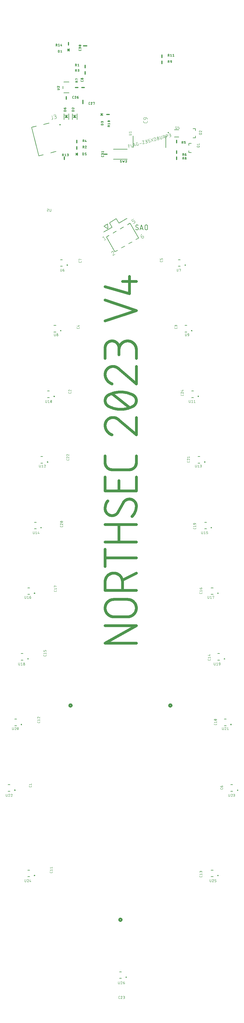
<source format=gbr>
G04 EAGLE Gerber RS-274X export*
G75*
%MOMM*%
%FSLAX34Y34*%
%LPD*%
%INSilkscreen Top*%
%IPPOS*%
%AMOC8*
5,1,8,0,0,1.08239X$1,22.5*%
G01*
%ADD10C,0.127000*%
%ADD11C,0.076200*%
%ADD12R,0.406400X0.101600*%
%ADD13R,0.203200X0.101600*%
%ADD14R,0.609600X0.101600*%
%ADD15C,0.838200*%
%ADD16C,0.152400*%
%ADD17C,0.304800*%
%ADD18C,0.203200*%
%ADD19R,0.889000X0.190500*%
%ADD20C,0.200000*%
%ADD21C,0.050800*%
%ADD22R,0.190500X0.889000*%
%ADD23R,1.000000X0.200000*%
%ADD24C,0.101600*%
%ADD25C,0.508000*%

G36*
X-156188Y-55368D02*
X-156188Y-55368D01*
X-156171Y-55370D01*
X-156068Y-55348D01*
X-155963Y-55330D01*
X-155948Y-55322D01*
X-155930Y-55318D01*
X-155840Y-55264D01*
X-155747Y-55214D01*
X-155734Y-55201D01*
X-155719Y-55192D01*
X-155650Y-55112D01*
X-155578Y-55035D01*
X-155571Y-55018D01*
X-155559Y-55005D01*
X-155520Y-54907D01*
X-155476Y-54811D01*
X-155474Y-54793D01*
X-155467Y-54777D01*
X-155449Y-54610D01*
X-155449Y-46990D01*
X-155451Y-46973D01*
X-155450Y-46958D01*
X-155450Y-46955D01*
X-155471Y-46851D01*
X-155489Y-46747D01*
X-155497Y-46732D01*
X-155501Y-46714D01*
X-155554Y-46623D01*
X-155604Y-46530D01*
X-155616Y-46518D01*
X-155626Y-46502D01*
X-155705Y-46433D01*
X-155782Y-46361D01*
X-155798Y-46353D01*
X-155812Y-46341D01*
X-155909Y-46301D01*
X-156005Y-46257D01*
X-156023Y-46255D01*
X-156039Y-46248D01*
X-156145Y-46241D01*
X-156249Y-46230D01*
X-156267Y-46234D01*
X-156285Y-46232D01*
X-156387Y-46260D01*
X-156460Y-46276D01*
X-156463Y-46276D01*
X-156490Y-46282D01*
X-156505Y-46291D01*
X-156522Y-46296D01*
X-156667Y-46381D01*
X-161747Y-50191D01*
X-161750Y-50194D01*
X-161754Y-50196D01*
X-161835Y-50283D01*
X-161917Y-50368D01*
X-161919Y-50372D01*
X-161922Y-50375D01*
X-161972Y-50484D01*
X-162022Y-50591D01*
X-162022Y-50595D01*
X-162024Y-50599D01*
X-162037Y-50717D01*
X-162050Y-50835D01*
X-162050Y-50839D01*
X-162050Y-50844D01*
X-162024Y-50960D01*
X-162000Y-51076D01*
X-161997Y-51080D01*
X-161996Y-51084D01*
X-161935Y-51186D01*
X-161875Y-51288D01*
X-161871Y-51291D01*
X-161869Y-51294D01*
X-161747Y-51409D01*
X-156667Y-55219D01*
X-156651Y-55227D01*
X-156638Y-55240D01*
X-156542Y-55284D01*
X-156449Y-55333D01*
X-156431Y-55336D01*
X-156415Y-55343D01*
X-156310Y-55355D01*
X-156206Y-55371D01*
X-156188Y-55368D01*
G37*
G36*
X-130788Y-372868D02*
X-130788Y-372868D01*
X-130771Y-372870D01*
X-130668Y-372848D01*
X-130563Y-372830D01*
X-130548Y-372822D01*
X-130530Y-372818D01*
X-130440Y-372764D01*
X-130347Y-372714D01*
X-130334Y-372701D01*
X-130319Y-372692D01*
X-130250Y-372612D01*
X-130178Y-372535D01*
X-130171Y-372518D01*
X-130159Y-372505D01*
X-130120Y-372407D01*
X-130076Y-372311D01*
X-130074Y-372293D01*
X-130067Y-372277D01*
X-130049Y-372110D01*
X-130049Y-364490D01*
X-130051Y-364473D01*
X-130050Y-364458D01*
X-130050Y-364455D01*
X-130071Y-364351D01*
X-130089Y-364247D01*
X-130097Y-364232D01*
X-130101Y-364214D01*
X-130154Y-364123D01*
X-130204Y-364030D01*
X-130216Y-364018D01*
X-130226Y-364002D01*
X-130305Y-363933D01*
X-130382Y-363861D01*
X-130398Y-363853D01*
X-130412Y-363841D01*
X-130509Y-363801D01*
X-130605Y-363757D01*
X-130623Y-363755D01*
X-130639Y-363748D01*
X-130745Y-363741D01*
X-130849Y-363730D01*
X-130867Y-363734D01*
X-130885Y-363732D01*
X-130987Y-363760D01*
X-131060Y-363776D01*
X-131063Y-363776D01*
X-131090Y-363782D01*
X-131105Y-363791D01*
X-131122Y-363796D01*
X-131267Y-363881D01*
X-136347Y-367691D01*
X-136350Y-367694D01*
X-136354Y-367696D01*
X-136435Y-367783D01*
X-136517Y-367868D01*
X-136519Y-367872D01*
X-136522Y-367875D01*
X-136572Y-367984D01*
X-136622Y-368091D01*
X-136622Y-368095D01*
X-136624Y-368099D01*
X-136637Y-368217D01*
X-136650Y-368335D01*
X-136650Y-368339D01*
X-136650Y-368344D01*
X-136624Y-368460D01*
X-136600Y-368576D01*
X-136597Y-368580D01*
X-136596Y-368584D01*
X-136535Y-368686D01*
X-136475Y-368788D01*
X-136471Y-368791D01*
X-136469Y-368794D01*
X-136347Y-368909D01*
X-131267Y-372719D01*
X-131251Y-372727D01*
X-131238Y-372740D01*
X-131142Y-372784D01*
X-131049Y-372833D01*
X-131031Y-372836D01*
X-131015Y-372843D01*
X-130910Y-372855D01*
X-130806Y-372871D01*
X-130788Y-372868D01*
G37*
G36*
X-53322Y-250948D02*
X-53322Y-250948D01*
X-53305Y-250950D01*
X-53201Y-250929D01*
X-53097Y-250912D01*
X-53082Y-250903D01*
X-53064Y-250900D01*
X-52973Y-250846D01*
X-52880Y-250796D01*
X-52868Y-250784D01*
X-52852Y-250775D01*
X-52783Y-250695D01*
X-52711Y-250618D01*
X-52703Y-250602D01*
X-52691Y-250588D01*
X-52651Y-250491D01*
X-52642Y-250470D01*
X-52607Y-250395D01*
X-52605Y-250377D01*
X-52598Y-250361D01*
X-52591Y-250255D01*
X-52580Y-250151D01*
X-52584Y-250133D01*
X-52582Y-250115D01*
X-52610Y-250013D01*
X-52632Y-249910D01*
X-52641Y-249895D01*
X-52646Y-249878D01*
X-52731Y-249733D01*
X-56541Y-244653D01*
X-56544Y-244650D01*
X-56546Y-244647D01*
X-56633Y-244565D01*
X-56718Y-244483D01*
X-56722Y-244481D01*
X-56725Y-244478D01*
X-56834Y-244428D01*
X-56941Y-244378D01*
X-56945Y-244378D01*
X-56949Y-244376D01*
X-57067Y-244363D01*
X-57185Y-244350D01*
X-57189Y-244350D01*
X-57194Y-244350D01*
X-57310Y-244376D01*
X-57426Y-244401D01*
X-57430Y-244403D01*
X-57434Y-244404D01*
X-57536Y-244465D01*
X-57638Y-244526D01*
X-57641Y-244529D01*
X-57644Y-244531D01*
X-57759Y-244653D01*
X-61569Y-249733D01*
X-61577Y-249749D01*
X-61590Y-249762D01*
X-61634Y-249858D01*
X-61683Y-249951D01*
X-61686Y-249969D01*
X-61693Y-249985D01*
X-61705Y-250090D01*
X-61721Y-250194D01*
X-61718Y-250212D01*
X-61720Y-250229D01*
X-61698Y-250332D01*
X-61680Y-250437D01*
X-61672Y-250452D01*
X-61668Y-250470D01*
X-61614Y-250560D01*
X-61564Y-250654D01*
X-61551Y-250666D01*
X-61542Y-250681D01*
X-61462Y-250750D01*
X-61385Y-250822D01*
X-61368Y-250829D01*
X-61355Y-250841D01*
X-61257Y-250880D01*
X-61161Y-250924D01*
X-61143Y-250926D01*
X-61127Y-250933D01*
X-60960Y-250951D01*
X-53340Y-250951D01*
X-53322Y-250948D01*
G37*
G36*
X-163029Y-257005D02*
X-163029Y-257005D01*
X-162957Y-257005D01*
X-162889Y-256985D01*
X-162819Y-256975D01*
X-162753Y-256946D01*
X-162684Y-256926D01*
X-162624Y-256888D01*
X-162559Y-256859D01*
X-162504Y-256813D01*
X-162444Y-256775D01*
X-162396Y-256722D01*
X-162342Y-256676D01*
X-162302Y-256616D01*
X-162255Y-256562D01*
X-162224Y-256498D01*
X-162185Y-256439D01*
X-162163Y-256371D01*
X-162132Y-256306D01*
X-162120Y-256236D01*
X-162099Y-256168D01*
X-162097Y-256096D01*
X-162085Y-256026D01*
X-162093Y-255955D01*
X-162091Y-255884D01*
X-162110Y-255814D01*
X-162118Y-255743D01*
X-162143Y-255688D01*
X-162163Y-255609D01*
X-162224Y-255506D01*
X-162255Y-255437D01*
X-164255Y-252437D01*
X-164332Y-252350D01*
X-164405Y-252260D01*
X-164427Y-252245D01*
X-164445Y-252225D01*
X-164542Y-252163D01*
X-164637Y-252096D01*
X-164663Y-252088D01*
X-164685Y-252073D01*
X-164796Y-252041D01*
X-164906Y-252003D01*
X-164933Y-252002D01*
X-164958Y-251995D01*
X-165074Y-251995D01*
X-165190Y-251989D01*
X-165216Y-251995D01*
X-165243Y-251995D01*
X-165354Y-252027D01*
X-165467Y-252053D01*
X-165490Y-252066D01*
X-165516Y-252074D01*
X-165614Y-252136D01*
X-165715Y-252192D01*
X-165731Y-252210D01*
X-165756Y-252225D01*
X-165941Y-252433D01*
X-165945Y-252437D01*
X-167945Y-255437D01*
X-167976Y-255501D01*
X-168016Y-255561D01*
X-168037Y-255629D01*
X-168068Y-255693D01*
X-168080Y-255764D01*
X-168101Y-255832D01*
X-168103Y-255903D01*
X-168115Y-255974D01*
X-168107Y-256045D01*
X-168109Y-256116D01*
X-168091Y-256185D01*
X-168082Y-256256D01*
X-168055Y-256322D01*
X-168037Y-256391D01*
X-168000Y-256452D01*
X-167973Y-256518D01*
X-167928Y-256574D01*
X-167892Y-256636D01*
X-167840Y-256685D01*
X-167795Y-256740D01*
X-167737Y-256781D01*
X-167684Y-256830D01*
X-167621Y-256863D01*
X-167563Y-256904D01*
X-167495Y-256927D01*
X-167431Y-256960D01*
X-167372Y-256970D01*
X-167294Y-256997D01*
X-167175Y-257003D01*
X-167100Y-257015D01*
X-163100Y-257015D01*
X-163029Y-257005D01*
G37*
G36*
X-137629Y-257005D02*
X-137629Y-257005D01*
X-137557Y-257005D01*
X-137489Y-256985D01*
X-137419Y-256975D01*
X-137353Y-256946D01*
X-137284Y-256926D01*
X-137224Y-256888D01*
X-137159Y-256859D01*
X-137104Y-256813D01*
X-137044Y-256775D01*
X-136996Y-256722D01*
X-136942Y-256676D01*
X-136902Y-256616D01*
X-136855Y-256562D01*
X-136824Y-256498D01*
X-136785Y-256439D01*
X-136763Y-256371D01*
X-136732Y-256306D01*
X-136720Y-256236D01*
X-136699Y-256168D01*
X-136697Y-256096D01*
X-136685Y-256026D01*
X-136693Y-255955D01*
X-136691Y-255884D01*
X-136710Y-255814D01*
X-136718Y-255743D01*
X-136743Y-255688D01*
X-136763Y-255609D01*
X-136824Y-255506D01*
X-136855Y-255437D01*
X-138855Y-252437D01*
X-138932Y-252350D01*
X-139005Y-252260D01*
X-139027Y-252245D01*
X-139045Y-252225D01*
X-139142Y-252163D01*
X-139237Y-252096D01*
X-139263Y-252088D01*
X-139285Y-252073D01*
X-139396Y-252041D01*
X-139506Y-252003D01*
X-139533Y-252002D01*
X-139558Y-251995D01*
X-139674Y-251995D01*
X-139790Y-251989D01*
X-139816Y-251995D01*
X-139843Y-251995D01*
X-139954Y-252027D01*
X-140067Y-252053D01*
X-140090Y-252066D01*
X-140116Y-252074D01*
X-140214Y-252136D01*
X-140315Y-252192D01*
X-140331Y-252210D01*
X-140356Y-252225D01*
X-140541Y-252433D01*
X-140545Y-252437D01*
X-142545Y-255437D01*
X-142576Y-255501D01*
X-142616Y-255561D01*
X-142637Y-255629D01*
X-142668Y-255693D01*
X-142680Y-255764D01*
X-142701Y-255832D01*
X-142703Y-255903D01*
X-142715Y-255974D01*
X-142707Y-256045D01*
X-142709Y-256116D01*
X-142691Y-256185D01*
X-142682Y-256256D01*
X-142655Y-256322D01*
X-142637Y-256391D01*
X-142600Y-256452D01*
X-142573Y-256518D01*
X-142528Y-256574D01*
X-142492Y-256636D01*
X-142440Y-256685D01*
X-142395Y-256740D01*
X-142337Y-256781D01*
X-142284Y-256830D01*
X-142221Y-256863D01*
X-142163Y-256904D01*
X-142095Y-256927D01*
X-142031Y-256960D01*
X-141972Y-256970D01*
X-141894Y-256997D01*
X-141775Y-257003D01*
X-141700Y-257015D01*
X-137700Y-257015D01*
X-137629Y-257005D01*
G37*
D10*
X51350Y-598805D02*
X51464Y-598803D01*
X51577Y-598797D01*
X51691Y-598788D01*
X51803Y-598774D01*
X51916Y-598757D01*
X52028Y-598735D01*
X52138Y-598710D01*
X52248Y-598682D01*
X52357Y-598649D01*
X52465Y-598613D01*
X52572Y-598573D01*
X52677Y-598529D01*
X52780Y-598482D01*
X52882Y-598432D01*
X52982Y-598378D01*
X53080Y-598320D01*
X53176Y-598259D01*
X53270Y-598196D01*
X53362Y-598128D01*
X53452Y-598058D01*
X53538Y-597985D01*
X53623Y-597909D01*
X53705Y-597830D01*
X53784Y-597748D01*
X53860Y-597663D01*
X53933Y-597577D01*
X54003Y-597487D01*
X54071Y-597395D01*
X54134Y-597301D01*
X54195Y-597205D01*
X54253Y-597107D01*
X54307Y-597007D01*
X54357Y-596905D01*
X54404Y-596802D01*
X54448Y-596697D01*
X54488Y-596590D01*
X54524Y-596482D01*
X54557Y-596373D01*
X54585Y-596263D01*
X54610Y-596153D01*
X54632Y-596041D01*
X54649Y-595928D01*
X54663Y-595816D01*
X54672Y-595702D01*
X54678Y-595589D01*
X54680Y-595475D01*
X51350Y-598805D02*
X51182Y-598803D01*
X51013Y-598797D01*
X50845Y-598787D01*
X50678Y-598773D01*
X50510Y-598755D01*
X50344Y-598733D01*
X50177Y-598707D01*
X50012Y-598677D01*
X49847Y-598643D01*
X49683Y-598605D01*
X49520Y-598563D01*
X49358Y-598517D01*
X49197Y-598467D01*
X49037Y-598414D01*
X48879Y-598357D01*
X48722Y-598296D01*
X48567Y-598231D01*
X48413Y-598163D01*
X48261Y-598090D01*
X48111Y-598015D01*
X47962Y-597935D01*
X47816Y-597853D01*
X47671Y-597766D01*
X47529Y-597677D01*
X47388Y-597584D01*
X47250Y-597487D01*
X47115Y-597387D01*
X46982Y-597284D01*
X46851Y-597178D01*
X46723Y-597069D01*
X46597Y-596957D01*
X46475Y-596842D01*
X46355Y-596724D01*
X46772Y-587149D02*
X46774Y-587035D01*
X46780Y-586922D01*
X46789Y-586808D01*
X46803Y-586696D01*
X46820Y-586583D01*
X46842Y-586471D01*
X46867Y-586361D01*
X46895Y-586251D01*
X46928Y-586142D01*
X46964Y-586034D01*
X47004Y-585927D01*
X47048Y-585822D01*
X47095Y-585719D01*
X47145Y-585617D01*
X47199Y-585517D01*
X47257Y-585419D01*
X47318Y-585323D01*
X47381Y-585229D01*
X47449Y-585137D01*
X47519Y-585047D01*
X47592Y-584961D01*
X47668Y-584876D01*
X47747Y-584794D01*
X47829Y-584715D01*
X47914Y-584639D01*
X48000Y-584566D01*
X48090Y-584496D01*
X48182Y-584428D01*
X48276Y-584365D01*
X48372Y-584304D01*
X48470Y-584246D01*
X48570Y-584192D01*
X48672Y-584142D01*
X48775Y-584095D01*
X48880Y-584051D01*
X48987Y-584011D01*
X49095Y-583975D01*
X49204Y-583942D01*
X49314Y-583914D01*
X49424Y-583889D01*
X49536Y-583867D01*
X49649Y-583850D01*
X49761Y-583836D01*
X49875Y-583827D01*
X49988Y-583821D01*
X50102Y-583819D01*
X50257Y-583821D01*
X50411Y-583827D01*
X50565Y-583836D01*
X50719Y-583850D01*
X50873Y-583867D01*
X51026Y-583888D01*
X51178Y-583912D01*
X51330Y-583941D01*
X51481Y-583973D01*
X51632Y-584009D01*
X51781Y-584049D01*
X51929Y-584092D01*
X52077Y-584139D01*
X52223Y-584190D01*
X52367Y-584244D01*
X52511Y-584302D01*
X52652Y-584364D01*
X52793Y-584428D01*
X52931Y-584497D01*
X53068Y-584568D01*
X53203Y-584644D01*
X53336Y-584722D01*
X53468Y-584804D01*
X53597Y-584889D01*
X53724Y-584977D01*
X53848Y-585068D01*
X48436Y-590063D02*
X48339Y-590004D01*
X48245Y-589941D01*
X48152Y-589876D01*
X48062Y-589807D01*
X47974Y-589736D01*
X47889Y-589661D01*
X47806Y-589584D01*
X47726Y-589504D01*
X47648Y-589422D01*
X47574Y-589336D01*
X47502Y-589249D01*
X47433Y-589159D01*
X47367Y-589067D01*
X47305Y-588972D01*
X47245Y-588876D01*
X47189Y-588778D01*
X47136Y-588677D01*
X47087Y-588575D01*
X47041Y-588472D01*
X46998Y-588367D01*
X46959Y-588261D01*
X46923Y-588153D01*
X46892Y-588044D01*
X46864Y-587935D01*
X46839Y-587824D01*
X46818Y-587713D01*
X46801Y-587601D01*
X46788Y-587488D01*
X46779Y-587375D01*
X46773Y-587262D01*
X46771Y-587149D01*
X53015Y-592561D02*
X53112Y-592620D01*
X53206Y-592683D01*
X53299Y-592748D01*
X53389Y-592817D01*
X53477Y-592888D01*
X53562Y-592963D01*
X53645Y-593040D01*
X53725Y-593120D01*
X53803Y-593202D01*
X53877Y-593288D01*
X53949Y-593375D01*
X54018Y-593465D01*
X54084Y-593557D01*
X54146Y-593652D01*
X54206Y-593748D01*
X54262Y-593846D01*
X54315Y-593947D01*
X54364Y-594049D01*
X54411Y-594152D01*
X54453Y-594257D01*
X54492Y-594363D01*
X54528Y-594471D01*
X54559Y-594580D01*
X54587Y-594689D01*
X54612Y-594800D01*
X54633Y-594911D01*
X54650Y-595023D01*
X54663Y-595136D01*
X54672Y-595249D01*
X54678Y-595362D01*
X54680Y-595475D01*
X53015Y-592561D02*
X48436Y-590063D01*
X59517Y-598805D02*
X64512Y-583819D01*
X69508Y-598805D01*
X68259Y-595059D02*
X60766Y-595059D01*
X74827Y-594642D02*
X74827Y-587982D01*
X74829Y-587854D01*
X74835Y-587726D01*
X74845Y-587598D01*
X74859Y-587470D01*
X74876Y-587343D01*
X74898Y-587217D01*
X74923Y-587091D01*
X74953Y-586967D01*
X74986Y-586843D01*
X75023Y-586720D01*
X75064Y-586598D01*
X75108Y-586478D01*
X75156Y-586359D01*
X75208Y-586242D01*
X75263Y-586126D01*
X75322Y-586013D01*
X75385Y-585901D01*
X75451Y-585790D01*
X75520Y-585683D01*
X75592Y-585577D01*
X75668Y-585473D01*
X75747Y-585372D01*
X75829Y-585273D01*
X75914Y-585177D01*
X76001Y-585084D01*
X76092Y-584993D01*
X76185Y-584906D01*
X76281Y-584821D01*
X76380Y-584739D01*
X76481Y-584660D01*
X76585Y-584584D01*
X76691Y-584512D01*
X76798Y-584443D01*
X76909Y-584377D01*
X77021Y-584314D01*
X77134Y-584255D01*
X77250Y-584200D01*
X77367Y-584148D01*
X77486Y-584100D01*
X77606Y-584056D01*
X77728Y-584015D01*
X77851Y-583978D01*
X77975Y-583945D01*
X78099Y-583915D01*
X78225Y-583890D01*
X78351Y-583868D01*
X78478Y-583851D01*
X78606Y-583837D01*
X78734Y-583827D01*
X78862Y-583821D01*
X78990Y-583819D01*
X79118Y-583821D01*
X79246Y-583827D01*
X79374Y-583837D01*
X79502Y-583851D01*
X79629Y-583868D01*
X79755Y-583890D01*
X79881Y-583915D01*
X80005Y-583945D01*
X80129Y-583978D01*
X80252Y-584015D01*
X80374Y-584056D01*
X80494Y-584100D01*
X80613Y-584148D01*
X80730Y-584200D01*
X80846Y-584255D01*
X80959Y-584314D01*
X81072Y-584377D01*
X81182Y-584443D01*
X81289Y-584512D01*
X81395Y-584584D01*
X81499Y-584660D01*
X81600Y-584739D01*
X81699Y-584821D01*
X81795Y-584906D01*
X81888Y-584993D01*
X81979Y-585084D01*
X82066Y-585177D01*
X82151Y-585273D01*
X82233Y-585372D01*
X82312Y-585473D01*
X82388Y-585577D01*
X82460Y-585683D01*
X82529Y-585790D01*
X82595Y-585901D01*
X82658Y-586013D01*
X82717Y-586126D01*
X82772Y-586242D01*
X82824Y-586359D01*
X82872Y-586478D01*
X82916Y-586598D01*
X82957Y-586720D01*
X82994Y-586843D01*
X83027Y-586967D01*
X83057Y-587091D01*
X83082Y-587217D01*
X83104Y-587343D01*
X83121Y-587470D01*
X83135Y-587598D01*
X83145Y-587726D01*
X83151Y-587854D01*
X83153Y-587982D01*
X83152Y-587982D02*
X83152Y-594642D01*
X83153Y-594642D02*
X83151Y-594770D01*
X83145Y-594898D01*
X83135Y-595026D01*
X83121Y-595154D01*
X83104Y-595281D01*
X83082Y-595407D01*
X83057Y-595533D01*
X83027Y-595657D01*
X82994Y-595781D01*
X82957Y-595904D01*
X82916Y-596026D01*
X82872Y-596146D01*
X82824Y-596265D01*
X82772Y-596382D01*
X82717Y-596498D01*
X82658Y-596611D01*
X82595Y-596724D01*
X82529Y-596834D01*
X82460Y-596941D01*
X82388Y-597047D01*
X82312Y-597151D01*
X82233Y-597252D01*
X82151Y-597351D01*
X82066Y-597447D01*
X81979Y-597540D01*
X81888Y-597631D01*
X81795Y-597718D01*
X81699Y-597803D01*
X81600Y-597885D01*
X81499Y-597964D01*
X81395Y-598040D01*
X81289Y-598112D01*
X81182Y-598181D01*
X81071Y-598247D01*
X80959Y-598310D01*
X80846Y-598369D01*
X80730Y-598424D01*
X80613Y-598476D01*
X80494Y-598524D01*
X80374Y-598568D01*
X80252Y-598609D01*
X80129Y-598646D01*
X80005Y-598679D01*
X79881Y-598709D01*
X79755Y-598734D01*
X79629Y-598756D01*
X79502Y-598773D01*
X79374Y-598787D01*
X79246Y-598797D01*
X79118Y-598803D01*
X78990Y-598805D01*
X78862Y-598803D01*
X78734Y-598797D01*
X78606Y-598787D01*
X78478Y-598773D01*
X78351Y-598756D01*
X78225Y-598734D01*
X78099Y-598709D01*
X77975Y-598679D01*
X77851Y-598646D01*
X77728Y-598609D01*
X77606Y-598568D01*
X77486Y-598524D01*
X77367Y-598476D01*
X77250Y-598424D01*
X77134Y-598369D01*
X77021Y-598310D01*
X76908Y-598247D01*
X76798Y-598181D01*
X76691Y-598112D01*
X76585Y-598040D01*
X76481Y-597964D01*
X76380Y-597885D01*
X76281Y-597803D01*
X76185Y-597718D01*
X76092Y-597631D01*
X76001Y-597540D01*
X75914Y-597447D01*
X75829Y-597351D01*
X75747Y-597252D01*
X75668Y-597151D01*
X75592Y-597047D01*
X75520Y-596941D01*
X75451Y-596834D01*
X75385Y-596724D01*
X75322Y-596611D01*
X75263Y-596498D01*
X75208Y-596382D01*
X75156Y-596265D01*
X75108Y-596146D01*
X75064Y-596026D01*
X75023Y-595904D01*
X74986Y-595781D01*
X74953Y-595657D01*
X74923Y-595533D01*
X74898Y-595407D01*
X74876Y-595281D01*
X74859Y-595154D01*
X74845Y-595026D01*
X74835Y-594898D01*
X74829Y-594770D01*
X74827Y-594642D01*
D11*
X25669Y-348783D02*
X23237Y-339706D01*
X27272Y-338625D01*
X28353Y-342659D02*
X24318Y-343740D01*
X30892Y-337654D02*
X33324Y-346732D01*
X37359Y-345651D01*
X40163Y-344900D02*
X40757Y-335011D01*
X46215Y-343278D01*
X44850Y-341211D02*
X40312Y-342428D01*
X51973Y-336330D02*
X53486Y-335924D01*
X54837Y-340968D01*
X51811Y-341778D01*
X51725Y-341799D01*
X51638Y-341816D01*
X51551Y-341830D01*
X51463Y-341840D01*
X51374Y-341846D01*
X51286Y-341849D01*
X51197Y-341848D01*
X51109Y-341843D01*
X51020Y-341834D01*
X50933Y-341821D01*
X50846Y-341805D01*
X50759Y-341785D01*
X50674Y-341762D01*
X50589Y-341735D01*
X50506Y-341704D01*
X50424Y-341670D01*
X50344Y-341632D01*
X50266Y-341591D01*
X50189Y-341547D01*
X50114Y-341499D01*
X50041Y-341448D01*
X49971Y-341395D01*
X49903Y-341338D01*
X49837Y-341279D01*
X49774Y-341216D01*
X49713Y-341152D01*
X49656Y-341084D01*
X49601Y-341014D01*
X49549Y-340942D01*
X49501Y-340868D01*
X49455Y-340792D01*
X49413Y-340714D01*
X49374Y-340634D01*
X49339Y-340553D01*
X49307Y-340470D01*
X49279Y-340387D01*
X49254Y-340301D01*
X49254Y-340302D02*
X47902Y-335259D01*
X47903Y-335258D02*
X47881Y-335170D01*
X47864Y-335081D01*
X47850Y-334991D01*
X47840Y-334900D01*
X47834Y-334809D01*
X47832Y-334718D01*
X47834Y-334627D01*
X47840Y-334536D01*
X47850Y-334445D01*
X47864Y-334355D01*
X47881Y-334266D01*
X47903Y-334178D01*
X47929Y-334090D01*
X47958Y-334004D01*
X47991Y-333919D01*
X48028Y-333836D01*
X48068Y-333754D01*
X48112Y-333674D01*
X48159Y-333596D01*
X48210Y-333520D01*
X48263Y-333447D01*
X48320Y-333376D01*
X48381Y-333307D01*
X48444Y-333242D01*
X48509Y-333179D01*
X48578Y-333119D01*
X48649Y-333061D01*
X48722Y-333008D01*
X48798Y-332957D01*
X48876Y-332910D01*
X48956Y-332866D01*
X49038Y-332826D01*
X49121Y-332789D01*
X49206Y-332756D01*
X49292Y-332727D01*
X49380Y-332701D01*
X49379Y-332701D02*
X52405Y-331890D01*
X58060Y-336321D02*
X64111Y-334699D01*
X66204Y-328192D02*
X71247Y-326841D01*
X68637Y-337270D01*
X73680Y-335919D01*
X77175Y-334982D02*
X79696Y-334307D01*
X79793Y-334279D01*
X79889Y-334247D01*
X79984Y-334212D01*
X80077Y-334172D01*
X80169Y-334130D01*
X80259Y-334083D01*
X80347Y-334033D01*
X80434Y-333980D01*
X80518Y-333924D01*
X80599Y-333864D01*
X80679Y-333801D01*
X80756Y-333735D01*
X80830Y-333667D01*
X80902Y-333595D01*
X80970Y-333521D01*
X81036Y-333444D01*
X81099Y-333364D01*
X81159Y-333283D01*
X81215Y-333199D01*
X81268Y-333112D01*
X81318Y-333024D01*
X81365Y-332934D01*
X81407Y-332842D01*
X81447Y-332749D01*
X81482Y-332654D01*
X81514Y-332558D01*
X81542Y-332461D01*
X81566Y-332362D01*
X81587Y-332263D01*
X81603Y-332163D01*
X81616Y-332063D01*
X81625Y-331962D01*
X81630Y-331861D01*
X81631Y-331760D01*
X81628Y-331658D01*
X81621Y-331557D01*
X81610Y-331457D01*
X81596Y-331357D01*
X81577Y-331257D01*
X81555Y-331158D01*
X81528Y-331060D01*
X81498Y-330964D01*
X81465Y-330868D01*
X81427Y-330774D01*
X81386Y-330682D01*
X81342Y-330591D01*
X81294Y-330501D01*
X81242Y-330414D01*
X81187Y-330329D01*
X81129Y-330246D01*
X81068Y-330166D01*
X81004Y-330087D01*
X80936Y-330012D01*
X80866Y-329939D01*
X80793Y-329869D01*
X80718Y-329801D01*
X80639Y-329737D01*
X80559Y-329676D01*
X80476Y-329618D01*
X80391Y-329563D01*
X80304Y-329511D01*
X80214Y-329463D01*
X80123Y-329419D01*
X80031Y-329378D01*
X79937Y-329340D01*
X79841Y-329307D01*
X79745Y-329277D01*
X79647Y-329250D01*
X79548Y-329228D01*
X79448Y-329209D01*
X79348Y-329195D01*
X79248Y-329184D01*
X79147Y-329177D01*
X79045Y-329174D01*
X78944Y-329175D01*
X78843Y-329180D01*
X78742Y-329189D01*
X78642Y-329202D01*
X78542Y-329218D01*
X78443Y-329239D01*
X78344Y-329263D01*
X77768Y-325094D02*
X74742Y-325905D01*
X77769Y-325094D02*
X77856Y-325073D01*
X77944Y-325055D01*
X78033Y-325041D01*
X78122Y-325031D01*
X78212Y-325025D01*
X78302Y-325023D01*
X78391Y-325025D01*
X78481Y-325030D01*
X78570Y-325039D01*
X78659Y-325053D01*
X78748Y-325070D01*
X78835Y-325090D01*
X78921Y-325115D01*
X79007Y-325143D01*
X79091Y-325175D01*
X79173Y-325210D01*
X79254Y-325249D01*
X79333Y-325292D01*
X79411Y-325337D01*
X79486Y-325386D01*
X79559Y-325439D01*
X79630Y-325494D01*
X79698Y-325552D01*
X79764Y-325614D01*
X79827Y-325678D01*
X79887Y-325744D01*
X79945Y-325813D01*
X79999Y-325885D01*
X80050Y-325959D01*
X80098Y-326035D01*
X80143Y-326113D01*
X80184Y-326193D01*
X80222Y-326274D01*
X80256Y-326357D01*
X80287Y-326442D01*
X80314Y-326527D01*
X80337Y-326614D01*
X80357Y-326702D01*
X80372Y-326790D01*
X80384Y-326879D01*
X80392Y-326969D01*
X80396Y-327059D01*
X80397Y-327148D01*
X80393Y-327238D01*
X80386Y-327328D01*
X80374Y-327417D01*
X80359Y-327505D01*
X80341Y-327593D01*
X80318Y-327680D01*
X80292Y-327766D01*
X80262Y-327851D01*
X80228Y-327934D01*
X80191Y-328016D01*
X80150Y-328096D01*
X80106Y-328174D01*
X80059Y-328251D01*
X80008Y-328325D01*
X79954Y-328397D01*
X79897Y-328466D01*
X79837Y-328534D01*
X79775Y-328598D01*
X79709Y-328660D01*
X79642Y-328718D01*
X79571Y-328774D01*
X79498Y-328827D01*
X79424Y-328877D01*
X79347Y-328923D01*
X79268Y-328966D01*
X79187Y-329005D01*
X79105Y-329041D01*
X79021Y-329074D01*
X78936Y-329103D01*
X78849Y-329128D01*
X76832Y-329669D01*
X86007Y-332616D02*
X89033Y-331805D01*
X89032Y-331805D02*
X89120Y-331779D01*
X89206Y-331750D01*
X89291Y-331717D01*
X89374Y-331680D01*
X89456Y-331640D01*
X89536Y-331596D01*
X89614Y-331549D01*
X89690Y-331498D01*
X89763Y-331445D01*
X89834Y-331387D01*
X89903Y-331327D01*
X89968Y-331264D01*
X90031Y-331199D01*
X90092Y-331130D01*
X90149Y-331059D01*
X90202Y-330986D01*
X90253Y-330910D01*
X90300Y-330832D01*
X90344Y-330752D01*
X90384Y-330670D01*
X90421Y-330587D01*
X90454Y-330502D01*
X90483Y-330416D01*
X90509Y-330328D01*
X90531Y-330240D01*
X90548Y-330151D01*
X90562Y-330061D01*
X90572Y-329970D01*
X90578Y-329879D01*
X90580Y-329788D01*
X90578Y-329697D01*
X90572Y-329606D01*
X90562Y-329515D01*
X90548Y-329425D01*
X90531Y-329336D01*
X90509Y-329248D01*
X90510Y-329247D02*
X90239Y-328238D01*
X90240Y-328238D02*
X90214Y-328151D01*
X90185Y-328064D01*
X90152Y-327980D01*
X90115Y-327896D01*
X90075Y-327814D01*
X90031Y-327734D01*
X89984Y-327657D01*
X89933Y-327581D01*
X89879Y-327507D01*
X89822Y-327436D01*
X89762Y-327368D01*
X89699Y-327302D01*
X89633Y-327239D01*
X89565Y-327179D01*
X89494Y-327122D01*
X89420Y-327068D01*
X89344Y-327017D01*
X89267Y-326970D01*
X89187Y-326926D01*
X89105Y-326886D01*
X89021Y-326849D01*
X88937Y-326816D01*
X88850Y-326787D01*
X88763Y-326761D01*
X88674Y-326740D01*
X88585Y-326722D01*
X88495Y-326708D01*
X88404Y-326698D01*
X88313Y-326692D01*
X88222Y-326690D01*
X88131Y-326692D01*
X88040Y-326698D01*
X87949Y-326708D01*
X87859Y-326722D01*
X87770Y-326740D01*
X87681Y-326761D01*
X87682Y-326762D02*
X84656Y-327572D01*
X83575Y-323538D01*
X88618Y-322187D01*
X97954Y-319685D02*
X94335Y-330384D01*
X100387Y-328763D02*
X91903Y-321306D01*
X101534Y-318726D02*
X103966Y-327803D01*
X101534Y-318726D02*
X104055Y-318050D01*
X104152Y-318026D01*
X104250Y-318006D01*
X104349Y-317989D01*
X104448Y-317976D01*
X104548Y-317967D01*
X104648Y-317962D01*
X104748Y-317961D01*
X104848Y-317964D01*
X104947Y-317970D01*
X105047Y-317980D01*
X105146Y-317994D01*
X105244Y-318012D01*
X105342Y-318034D01*
X105439Y-318059D01*
X105535Y-318088D01*
X105629Y-318120D01*
X105722Y-318157D01*
X105814Y-318196D01*
X105904Y-318240D01*
X105993Y-318286D01*
X106080Y-318336D01*
X106164Y-318390D01*
X106247Y-318446D01*
X106327Y-318506D01*
X106405Y-318568D01*
X106481Y-318634D01*
X106554Y-318702D01*
X106624Y-318774D01*
X106691Y-318847D01*
X106756Y-318924D01*
X106818Y-319002D01*
X106876Y-319084D01*
X106932Y-319167D01*
X106984Y-319252D01*
X107033Y-319339D01*
X107078Y-319428D01*
X107120Y-319519D01*
X107159Y-319611D01*
X107194Y-319705D01*
X107225Y-319800D01*
X107253Y-319896D01*
X108334Y-323931D01*
X108334Y-323930D02*
X108358Y-324027D01*
X108378Y-324125D01*
X108395Y-324224D01*
X108408Y-324323D01*
X108417Y-324423D01*
X108422Y-324523D01*
X108423Y-324623D01*
X108420Y-324723D01*
X108414Y-324822D01*
X108404Y-324922D01*
X108390Y-325021D01*
X108372Y-325119D01*
X108350Y-325217D01*
X108325Y-325314D01*
X108296Y-325410D01*
X108264Y-325504D01*
X108227Y-325597D01*
X108188Y-325689D01*
X108144Y-325779D01*
X108098Y-325868D01*
X108048Y-325955D01*
X107994Y-326039D01*
X107938Y-326122D01*
X107878Y-326202D01*
X107816Y-326280D01*
X107750Y-326356D01*
X107682Y-326429D01*
X107610Y-326499D01*
X107537Y-326566D01*
X107460Y-326631D01*
X107382Y-326693D01*
X107300Y-326751D01*
X107217Y-326807D01*
X107132Y-326859D01*
X107045Y-326908D01*
X106956Y-326953D01*
X106865Y-326995D01*
X106773Y-327034D01*
X106679Y-327069D01*
X106584Y-327100D01*
X106488Y-327128D01*
X103966Y-327803D01*
X112417Y-322837D02*
X112393Y-322738D01*
X112372Y-322639D01*
X112356Y-322539D01*
X112343Y-322439D01*
X112334Y-322338D01*
X112329Y-322237D01*
X112328Y-322136D01*
X112331Y-322034D01*
X112338Y-321933D01*
X112349Y-321833D01*
X112363Y-321733D01*
X112382Y-321633D01*
X112404Y-321534D01*
X112431Y-321436D01*
X112461Y-321340D01*
X112494Y-321244D01*
X112532Y-321150D01*
X112573Y-321058D01*
X112617Y-320967D01*
X112665Y-320877D01*
X112717Y-320790D01*
X112772Y-320705D01*
X112830Y-320622D01*
X112891Y-320542D01*
X112955Y-320463D01*
X113023Y-320388D01*
X113093Y-320315D01*
X113166Y-320245D01*
X113241Y-320177D01*
X113320Y-320113D01*
X113400Y-320052D01*
X113483Y-319994D01*
X113568Y-319939D01*
X113655Y-319887D01*
X113745Y-319839D01*
X113836Y-319795D01*
X113928Y-319754D01*
X114022Y-319716D01*
X114118Y-319683D01*
X114214Y-319653D01*
X114312Y-319626D01*
X114411Y-319604D01*
X114511Y-319585D01*
X114611Y-319571D01*
X114711Y-319560D01*
X114812Y-319553D01*
X114914Y-319550D01*
X115015Y-319551D01*
X115116Y-319556D01*
X115217Y-319565D01*
X115317Y-319578D01*
X115417Y-319594D01*
X115516Y-319615D01*
X115615Y-319639D01*
X115712Y-319667D01*
X115808Y-319699D01*
X115903Y-319734D01*
X115996Y-319774D01*
X116088Y-319816D01*
X116178Y-319863D01*
X116266Y-319913D01*
X116353Y-319966D01*
X116437Y-320022D01*
X116518Y-320082D01*
X116598Y-320145D01*
X116675Y-320211D01*
X116749Y-320279D01*
X116821Y-320351D01*
X116889Y-320425D01*
X116955Y-320502D01*
X117018Y-320582D01*
X117078Y-320663D01*
X117134Y-320747D01*
X117187Y-320834D01*
X117237Y-320922D01*
X117284Y-321012D01*
X117326Y-321104D01*
X117366Y-321197D01*
X117401Y-321292D01*
X117433Y-321388D01*
X117461Y-321485D01*
X117485Y-321583D01*
X117506Y-321683D01*
X117522Y-321783D01*
X117535Y-321883D01*
X117544Y-321984D01*
X117549Y-322085D01*
X117550Y-322186D01*
X117547Y-322288D01*
X117540Y-322389D01*
X117529Y-322489D01*
X117515Y-322589D01*
X117496Y-322689D01*
X117474Y-322788D01*
X117447Y-322886D01*
X117417Y-322982D01*
X117384Y-323078D01*
X117346Y-323172D01*
X117305Y-323264D01*
X117261Y-323355D01*
X117213Y-323445D01*
X117161Y-323532D01*
X117106Y-323617D01*
X117048Y-323700D01*
X116987Y-323780D01*
X116923Y-323859D01*
X116855Y-323934D01*
X116785Y-324007D01*
X116712Y-324077D01*
X116637Y-324145D01*
X116558Y-324209D01*
X116478Y-324270D01*
X116395Y-324328D01*
X116310Y-324383D01*
X116223Y-324435D01*
X116133Y-324483D01*
X116042Y-324527D01*
X115950Y-324568D01*
X115856Y-324606D01*
X115760Y-324639D01*
X115664Y-324669D01*
X115566Y-324696D01*
X115467Y-324718D01*
X115367Y-324737D01*
X115267Y-324751D01*
X115167Y-324762D01*
X115066Y-324769D01*
X114964Y-324772D01*
X114863Y-324771D01*
X114762Y-324766D01*
X114661Y-324757D01*
X114561Y-324744D01*
X114461Y-324728D01*
X114362Y-324707D01*
X114263Y-324683D01*
X114166Y-324655D01*
X114070Y-324623D01*
X113975Y-324588D01*
X113882Y-324548D01*
X113790Y-324506D01*
X113700Y-324459D01*
X113612Y-324409D01*
X113525Y-324356D01*
X113441Y-324300D01*
X113360Y-324240D01*
X113280Y-324177D01*
X113203Y-324111D01*
X113129Y-324043D01*
X113057Y-323971D01*
X112989Y-323897D01*
X112923Y-323820D01*
X112860Y-323740D01*
X112800Y-323659D01*
X112744Y-323575D01*
X112691Y-323488D01*
X112641Y-323400D01*
X112594Y-323310D01*
X112552Y-323218D01*
X112512Y-323125D01*
X112477Y-323030D01*
X112445Y-322934D01*
X112417Y-322837D01*
X111706Y-318162D02*
X111685Y-318075D01*
X111667Y-317987D01*
X111653Y-317898D01*
X111643Y-317809D01*
X111637Y-317719D01*
X111635Y-317629D01*
X111637Y-317540D01*
X111642Y-317450D01*
X111651Y-317361D01*
X111665Y-317272D01*
X111682Y-317183D01*
X111702Y-317096D01*
X111727Y-317010D01*
X111755Y-316924D01*
X111787Y-316840D01*
X111822Y-316758D01*
X111861Y-316677D01*
X111904Y-316598D01*
X111949Y-316520D01*
X111998Y-316445D01*
X112051Y-316372D01*
X112106Y-316301D01*
X112164Y-316233D01*
X112226Y-316167D01*
X112290Y-316104D01*
X112356Y-316044D01*
X112425Y-315986D01*
X112497Y-315932D01*
X112571Y-315881D01*
X112647Y-315833D01*
X112725Y-315788D01*
X112805Y-315747D01*
X112886Y-315709D01*
X112969Y-315675D01*
X113054Y-315644D01*
X113139Y-315617D01*
X113226Y-315594D01*
X113314Y-315574D01*
X113402Y-315559D01*
X113491Y-315547D01*
X113581Y-315539D01*
X113671Y-315535D01*
X113760Y-315534D01*
X113850Y-315538D01*
X113940Y-315545D01*
X114029Y-315557D01*
X114117Y-315572D01*
X114205Y-315590D01*
X114292Y-315613D01*
X114378Y-315639D01*
X114463Y-315669D01*
X114546Y-315703D01*
X114628Y-315740D01*
X114708Y-315781D01*
X114786Y-315825D01*
X114863Y-315872D01*
X114937Y-315923D01*
X115009Y-315977D01*
X115078Y-316034D01*
X115146Y-316094D01*
X115210Y-316156D01*
X115272Y-316222D01*
X115330Y-316289D01*
X115386Y-316360D01*
X115439Y-316433D01*
X115489Y-316508D01*
X115535Y-316584D01*
X115578Y-316663D01*
X115617Y-316744D01*
X115653Y-316826D01*
X115686Y-316910D01*
X115715Y-316995D01*
X115740Y-317082D01*
X115762Y-317170D01*
X115779Y-317259D01*
X115793Y-317349D01*
X115803Y-317440D01*
X115809Y-317531D01*
X115811Y-317622D01*
X115809Y-317713D01*
X115803Y-317804D01*
X115793Y-317895D01*
X115779Y-317985D01*
X115762Y-318074D01*
X115740Y-318162D01*
X115714Y-318250D01*
X115685Y-318336D01*
X115652Y-318421D01*
X115615Y-318504D01*
X115575Y-318586D01*
X115531Y-318666D01*
X115484Y-318744D01*
X115433Y-318820D01*
X115380Y-318893D01*
X115322Y-318964D01*
X115262Y-319033D01*
X115199Y-319098D01*
X115134Y-319161D01*
X115065Y-319222D01*
X114994Y-319279D01*
X114921Y-319332D01*
X114845Y-319383D01*
X114767Y-319430D01*
X114687Y-319474D01*
X114605Y-319514D01*
X114522Y-319551D01*
X114437Y-319584D01*
X114351Y-319613D01*
X114263Y-319639D01*
X114175Y-319661D01*
X114086Y-319678D01*
X113996Y-319692D01*
X113905Y-319702D01*
X113814Y-319708D01*
X113723Y-319710D01*
X113632Y-319708D01*
X113541Y-319702D01*
X113450Y-319692D01*
X113360Y-319678D01*
X113271Y-319661D01*
X113183Y-319639D01*
X113095Y-319613D01*
X113009Y-319584D01*
X112924Y-319551D01*
X112841Y-319514D01*
X112759Y-319474D01*
X112679Y-319430D01*
X112601Y-319383D01*
X112525Y-319332D01*
X112452Y-319279D01*
X112381Y-319222D01*
X112312Y-319161D01*
X112247Y-319098D01*
X112184Y-319033D01*
X112123Y-318964D01*
X112066Y-318893D01*
X112013Y-318820D01*
X111962Y-318744D01*
X111915Y-318666D01*
X111871Y-318586D01*
X111831Y-318504D01*
X111794Y-318421D01*
X111761Y-318336D01*
X111732Y-318250D01*
X111706Y-318162D01*
X119787Y-313835D02*
X121544Y-320391D01*
X121572Y-320488D01*
X121604Y-320584D01*
X121639Y-320679D01*
X121679Y-320772D01*
X121721Y-320864D01*
X121768Y-320954D01*
X121818Y-321042D01*
X121871Y-321129D01*
X121927Y-321213D01*
X121987Y-321294D01*
X122050Y-321374D01*
X122116Y-321451D01*
X122184Y-321525D01*
X122256Y-321597D01*
X122330Y-321665D01*
X122407Y-321731D01*
X122487Y-321794D01*
X122568Y-321854D01*
X122652Y-321910D01*
X122739Y-321963D01*
X122827Y-322013D01*
X122917Y-322060D01*
X123009Y-322102D01*
X123102Y-322142D01*
X123197Y-322177D01*
X123293Y-322209D01*
X123390Y-322237D01*
X123489Y-322261D01*
X123588Y-322282D01*
X123688Y-322298D01*
X123788Y-322311D01*
X123889Y-322320D01*
X123990Y-322325D01*
X124091Y-322326D01*
X124193Y-322323D01*
X124294Y-322316D01*
X124394Y-322305D01*
X124494Y-322291D01*
X124594Y-322272D01*
X124693Y-322250D01*
X124791Y-322223D01*
X124887Y-322193D01*
X124983Y-322160D01*
X125077Y-322122D01*
X125169Y-322081D01*
X125260Y-322037D01*
X125350Y-321989D01*
X125437Y-321937D01*
X125522Y-321882D01*
X125605Y-321824D01*
X125685Y-321763D01*
X125764Y-321699D01*
X125839Y-321631D01*
X125912Y-321561D01*
X125982Y-321488D01*
X126050Y-321413D01*
X126114Y-321334D01*
X126175Y-321254D01*
X126233Y-321171D01*
X126288Y-321086D01*
X126340Y-320999D01*
X126388Y-320909D01*
X126432Y-320818D01*
X126473Y-320726D01*
X126511Y-320632D01*
X126544Y-320536D01*
X126574Y-320440D01*
X126601Y-320342D01*
X126623Y-320243D01*
X126642Y-320143D01*
X126656Y-320043D01*
X126667Y-319943D01*
X126674Y-319842D01*
X126677Y-319740D01*
X126676Y-319639D01*
X126671Y-319538D01*
X126662Y-319437D01*
X126649Y-319337D01*
X126633Y-319237D01*
X126612Y-319138D01*
X126588Y-319039D01*
X126587Y-319039D02*
X124830Y-312483D01*
X129263Y-311295D02*
X131696Y-320373D01*
X129263Y-311295D02*
X131785Y-310620D01*
X131785Y-310619D02*
X131884Y-310595D01*
X131983Y-310574D01*
X132083Y-310558D01*
X132183Y-310545D01*
X132284Y-310536D01*
X132385Y-310531D01*
X132486Y-310530D01*
X132588Y-310533D01*
X132689Y-310540D01*
X132789Y-310551D01*
X132889Y-310565D01*
X132989Y-310584D01*
X133088Y-310606D01*
X133186Y-310633D01*
X133282Y-310663D01*
X133378Y-310696D01*
X133472Y-310734D01*
X133564Y-310775D01*
X133655Y-310819D01*
X133745Y-310867D01*
X133832Y-310919D01*
X133917Y-310974D01*
X134000Y-311032D01*
X134080Y-311093D01*
X134159Y-311157D01*
X134234Y-311225D01*
X134307Y-311295D01*
X134377Y-311368D01*
X134445Y-311443D01*
X134509Y-311522D01*
X134570Y-311602D01*
X134628Y-311685D01*
X134683Y-311770D01*
X134735Y-311857D01*
X134783Y-311947D01*
X134827Y-312038D01*
X134868Y-312130D01*
X134906Y-312224D01*
X134939Y-312320D01*
X134969Y-312416D01*
X134996Y-312514D01*
X135018Y-312613D01*
X135037Y-312713D01*
X135051Y-312813D01*
X135062Y-312913D01*
X135069Y-313014D01*
X135072Y-313116D01*
X135071Y-313217D01*
X135066Y-313318D01*
X135057Y-313419D01*
X135044Y-313519D01*
X135028Y-313619D01*
X135007Y-313718D01*
X134983Y-313817D01*
X134955Y-313914D01*
X134923Y-314010D01*
X134888Y-314105D01*
X134848Y-314198D01*
X134806Y-314290D01*
X134759Y-314380D01*
X134709Y-314468D01*
X134656Y-314555D01*
X134600Y-314639D01*
X134540Y-314720D01*
X134477Y-314800D01*
X134411Y-314877D01*
X134343Y-314951D01*
X134271Y-315023D01*
X134197Y-315091D01*
X134120Y-315157D01*
X134040Y-315220D01*
X133959Y-315280D01*
X133875Y-315336D01*
X133788Y-315389D01*
X133700Y-315439D01*
X133610Y-315486D01*
X133518Y-315528D01*
X133425Y-315568D01*
X133330Y-315603D01*
X133234Y-315635D01*
X133137Y-315663D01*
X133136Y-315663D02*
X130615Y-316339D01*
X133641Y-315528D02*
X136739Y-319022D01*
X140894Y-317908D02*
X138462Y-308831D01*
X140983Y-308155D01*
X141082Y-308131D01*
X141181Y-308110D01*
X141281Y-308094D01*
X141381Y-308081D01*
X141482Y-308072D01*
X141583Y-308067D01*
X141684Y-308066D01*
X141786Y-308069D01*
X141887Y-308076D01*
X141987Y-308087D01*
X142087Y-308101D01*
X142187Y-308120D01*
X142286Y-308142D01*
X142384Y-308169D01*
X142480Y-308199D01*
X142576Y-308232D01*
X142670Y-308270D01*
X142762Y-308311D01*
X142853Y-308355D01*
X142943Y-308403D01*
X143030Y-308455D01*
X143115Y-308510D01*
X143198Y-308568D01*
X143278Y-308629D01*
X143357Y-308693D01*
X143432Y-308761D01*
X143505Y-308831D01*
X143575Y-308904D01*
X143643Y-308979D01*
X143707Y-309058D01*
X143768Y-309138D01*
X143826Y-309221D01*
X143881Y-309306D01*
X143933Y-309393D01*
X143981Y-309483D01*
X144025Y-309574D01*
X144066Y-309666D01*
X144104Y-309760D01*
X144137Y-309856D01*
X144167Y-309952D01*
X144194Y-310050D01*
X144216Y-310149D01*
X144235Y-310249D01*
X144249Y-310349D01*
X144260Y-310449D01*
X144267Y-310550D01*
X144270Y-310652D01*
X144269Y-310753D01*
X144264Y-310854D01*
X144255Y-310955D01*
X144242Y-311055D01*
X144226Y-311155D01*
X144205Y-311254D01*
X144181Y-311353D01*
X144153Y-311450D01*
X144121Y-311546D01*
X144086Y-311641D01*
X144046Y-311734D01*
X144004Y-311826D01*
X143957Y-311916D01*
X143907Y-312004D01*
X143854Y-312091D01*
X143798Y-312175D01*
X143738Y-312256D01*
X143675Y-312336D01*
X143609Y-312413D01*
X143541Y-312487D01*
X143469Y-312559D01*
X143395Y-312627D01*
X143318Y-312693D01*
X143238Y-312756D01*
X143157Y-312816D01*
X143073Y-312872D01*
X142986Y-312925D01*
X142898Y-312975D01*
X142808Y-313022D01*
X142716Y-313064D01*
X142623Y-313104D01*
X142528Y-313139D01*
X142432Y-313171D01*
X142335Y-313199D01*
X142335Y-313198D02*
X139813Y-313874D01*
X149305Y-315655D02*
X151827Y-314979D01*
X151924Y-314951D01*
X152020Y-314919D01*
X152115Y-314884D01*
X152208Y-314844D01*
X152300Y-314802D01*
X152390Y-314755D01*
X152478Y-314705D01*
X152565Y-314652D01*
X152649Y-314596D01*
X152730Y-314536D01*
X152810Y-314473D01*
X152887Y-314407D01*
X152961Y-314339D01*
X153033Y-314267D01*
X153101Y-314193D01*
X153167Y-314116D01*
X153230Y-314036D01*
X153290Y-313955D01*
X153346Y-313871D01*
X153399Y-313784D01*
X153449Y-313696D01*
X153496Y-313606D01*
X153538Y-313514D01*
X153578Y-313421D01*
X153613Y-313326D01*
X153645Y-313230D01*
X153673Y-313133D01*
X153697Y-313034D01*
X153718Y-312935D01*
X153734Y-312835D01*
X153747Y-312735D01*
X153756Y-312634D01*
X153761Y-312533D01*
X153762Y-312432D01*
X153759Y-312330D01*
X153752Y-312229D01*
X153741Y-312129D01*
X153727Y-312029D01*
X153708Y-311929D01*
X153686Y-311830D01*
X153659Y-311732D01*
X153629Y-311636D01*
X153596Y-311540D01*
X153558Y-311446D01*
X153517Y-311354D01*
X153473Y-311263D01*
X153425Y-311173D01*
X153373Y-311086D01*
X153318Y-311001D01*
X153260Y-310918D01*
X153199Y-310838D01*
X153135Y-310759D01*
X153067Y-310684D01*
X152997Y-310611D01*
X152924Y-310541D01*
X152849Y-310473D01*
X152770Y-310409D01*
X152690Y-310348D01*
X152607Y-310290D01*
X152522Y-310235D01*
X152435Y-310183D01*
X152345Y-310135D01*
X152254Y-310091D01*
X152162Y-310050D01*
X152068Y-310012D01*
X151972Y-309979D01*
X151876Y-309949D01*
X151778Y-309922D01*
X151679Y-309900D01*
X151579Y-309881D01*
X151479Y-309867D01*
X151379Y-309856D01*
X151278Y-309849D01*
X151176Y-309846D01*
X151075Y-309847D01*
X150974Y-309852D01*
X150873Y-309861D01*
X150773Y-309874D01*
X150673Y-309890D01*
X150574Y-309911D01*
X150475Y-309935D01*
X149899Y-305766D02*
X146873Y-306577D01*
X149900Y-305766D02*
X149987Y-305745D01*
X150075Y-305727D01*
X150164Y-305713D01*
X150253Y-305703D01*
X150343Y-305697D01*
X150433Y-305695D01*
X150522Y-305697D01*
X150612Y-305702D01*
X150701Y-305711D01*
X150790Y-305725D01*
X150879Y-305742D01*
X150966Y-305762D01*
X151052Y-305787D01*
X151138Y-305815D01*
X151222Y-305847D01*
X151304Y-305882D01*
X151385Y-305921D01*
X151464Y-305964D01*
X151542Y-306009D01*
X151617Y-306058D01*
X151690Y-306111D01*
X151761Y-306166D01*
X151829Y-306224D01*
X151895Y-306286D01*
X151958Y-306350D01*
X152018Y-306416D01*
X152076Y-306485D01*
X152130Y-306557D01*
X152181Y-306631D01*
X152229Y-306707D01*
X152274Y-306785D01*
X152315Y-306865D01*
X152353Y-306946D01*
X152387Y-307029D01*
X152418Y-307114D01*
X152445Y-307199D01*
X152468Y-307286D01*
X152488Y-307374D01*
X152503Y-307462D01*
X152515Y-307551D01*
X152523Y-307641D01*
X152527Y-307731D01*
X152528Y-307820D01*
X152524Y-307910D01*
X152517Y-308000D01*
X152505Y-308089D01*
X152490Y-308177D01*
X152472Y-308265D01*
X152449Y-308352D01*
X152423Y-308438D01*
X152393Y-308523D01*
X152359Y-308606D01*
X152322Y-308688D01*
X152281Y-308768D01*
X152237Y-308846D01*
X152190Y-308923D01*
X152139Y-308997D01*
X152085Y-309069D01*
X152028Y-309138D01*
X151968Y-309206D01*
X151906Y-309270D01*
X151840Y-309332D01*
X151773Y-309390D01*
X151702Y-309446D01*
X151629Y-309499D01*
X151555Y-309549D01*
X151478Y-309595D01*
X151399Y-309638D01*
X151318Y-309677D01*
X151236Y-309713D01*
X151152Y-309746D01*
X151067Y-309775D01*
X150980Y-309800D01*
X150980Y-309801D02*
X148963Y-310341D01*
D12*
X-267716Y23368D03*
D13*
X-262636Y23368D03*
X-246380Y23368D03*
X-229108Y23368D03*
D12*
X-214884Y23368D03*
D13*
X-201676Y23368D03*
X-173228Y23368D03*
D12*
X-149860Y23368D03*
D13*
X-134620Y23368D03*
X-126492Y23368D03*
D12*
X-97028Y23368D03*
D13*
X-81788Y23368D03*
D12*
X-50292Y23368D03*
X-36068Y23368D03*
D13*
X-14732Y23368D03*
D14*
X-8636Y23368D03*
D12*
X16764Y23368D03*
D14*
X27940Y23368D03*
X46228Y23368D03*
X60452Y23368D03*
D12*
X71628Y23368D03*
D13*
X88900Y23368D03*
D12*
X112268Y23368D03*
D13*
X125476Y23368D03*
X133604Y23368D03*
D14*
X164084Y23368D03*
X180340Y23368D03*
D13*
X192532Y23368D03*
D14*
X202692Y23368D03*
D12*
X240284Y23368D03*
D13*
X263652Y23368D03*
D12*
X268732Y23368D03*
X-267716Y24384D03*
D13*
X-262636Y24384D03*
X-246380Y24384D03*
X-229108Y24384D03*
D12*
X-214884Y24384D03*
D13*
X-201676Y24384D03*
X-173228Y24384D03*
D12*
X-149860Y24384D03*
D13*
X-134620Y24384D03*
X-126492Y24384D03*
D12*
X-97028Y24384D03*
D13*
X-81788Y24384D03*
D12*
X-50292Y24384D03*
X-36068Y24384D03*
D13*
X-14732Y24384D03*
D14*
X-8636Y24384D03*
D12*
X16764Y24384D03*
D14*
X27940Y24384D03*
X46228Y24384D03*
X60452Y24384D03*
D12*
X71628Y24384D03*
D13*
X88900Y24384D03*
D12*
X112268Y24384D03*
D13*
X125476Y24384D03*
X133604Y24384D03*
D14*
X164084Y24384D03*
X180340Y24384D03*
D13*
X192532Y24384D03*
D14*
X202692Y24384D03*
D12*
X240284Y24384D03*
D13*
X263652Y24384D03*
D12*
X268732Y24384D03*
X-267716Y25400D03*
D13*
X-262636Y25400D03*
X-246380Y25400D03*
X-229108Y25400D03*
D12*
X-214884Y25400D03*
D13*
X-201676Y25400D03*
X-173228Y25400D03*
D12*
X-149860Y25400D03*
D13*
X-134620Y25400D03*
X-126492Y25400D03*
D12*
X-97028Y25400D03*
D13*
X-81788Y25400D03*
D12*
X-50292Y25400D03*
X-36068Y25400D03*
D13*
X-14732Y25400D03*
D14*
X-8636Y25400D03*
D12*
X16764Y25400D03*
D14*
X27940Y25400D03*
X46228Y25400D03*
X60452Y25400D03*
D12*
X71628Y25400D03*
D13*
X88900Y25400D03*
D12*
X112268Y25400D03*
D13*
X125476Y25400D03*
X133604Y25400D03*
D14*
X164084Y25400D03*
X180340Y25400D03*
D13*
X192532Y25400D03*
D14*
X202692Y25400D03*
D12*
X240284Y25400D03*
D13*
X263652Y25400D03*
D12*
X268732Y25400D03*
X-267716Y26416D03*
D13*
X-262636Y26416D03*
X-246380Y26416D03*
X-229108Y26416D03*
D12*
X-214884Y26416D03*
D13*
X-201676Y26416D03*
X-173228Y26416D03*
D12*
X-149860Y26416D03*
D13*
X-134620Y26416D03*
X-126492Y26416D03*
D12*
X-97028Y26416D03*
D13*
X-81788Y26416D03*
D12*
X-50292Y26416D03*
X-36068Y26416D03*
D13*
X-14732Y26416D03*
D14*
X-8636Y26416D03*
D12*
X16764Y26416D03*
D14*
X27940Y26416D03*
X46228Y26416D03*
X60452Y26416D03*
D12*
X71628Y26416D03*
D13*
X88900Y26416D03*
D12*
X112268Y26416D03*
D13*
X125476Y26416D03*
X133604Y26416D03*
D14*
X164084Y26416D03*
X180340Y26416D03*
D13*
X192532Y26416D03*
D14*
X202692Y26416D03*
D12*
X240284Y26416D03*
D13*
X263652Y26416D03*
D12*
X268732Y26416D03*
D15*
X48641Y-1858527D02*
X-46609Y-1858527D01*
X48641Y-1805610D01*
X-46609Y-1805610D01*
X-20151Y-1778212D02*
X22183Y-1778212D01*
X-20151Y-1778211D02*
X-20795Y-1778203D01*
X-21439Y-1778180D01*
X-22082Y-1778140D01*
X-22724Y-1778086D01*
X-23365Y-1778015D01*
X-24003Y-1777929D01*
X-24640Y-1777827D01*
X-25273Y-1777710D01*
X-25904Y-1777578D01*
X-26531Y-1777430D01*
X-27154Y-1777267D01*
X-27774Y-1777089D01*
X-28388Y-1776896D01*
X-28998Y-1776688D01*
X-29603Y-1776465D01*
X-30202Y-1776228D01*
X-30795Y-1775976D01*
X-31381Y-1775709D01*
X-31961Y-1775429D01*
X-32534Y-1775134D01*
X-33100Y-1774826D01*
X-33658Y-1774504D01*
X-34208Y-1774168D01*
X-34750Y-1773819D01*
X-35283Y-1773457D01*
X-35807Y-1773082D01*
X-36321Y-1772694D01*
X-36827Y-1772294D01*
X-37322Y-1771882D01*
X-37807Y-1771458D01*
X-38282Y-1771022D01*
X-38745Y-1770575D01*
X-39198Y-1770117D01*
X-39640Y-1769648D01*
X-40070Y-1769168D01*
X-40488Y-1768677D01*
X-40894Y-1768177D01*
X-41288Y-1767667D01*
X-41669Y-1767148D01*
X-42038Y-1766619D01*
X-42393Y-1766082D01*
X-42735Y-1765536D01*
X-43064Y-1764982D01*
X-43380Y-1764420D01*
X-43681Y-1763851D01*
X-43969Y-1763274D01*
X-44242Y-1762691D01*
X-44502Y-1762101D01*
X-44746Y-1761505D01*
X-44976Y-1760903D01*
X-45192Y-1760296D01*
X-45393Y-1759683D01*
X-45578Y-1759066D01*
X-45749Y-1758445D01*
X-45904Y-1757820D01*
X-46044Y-1757191D01*
X-46169Y-1756559D01*
X-46278Y-1755924D01*
X-46372Y-1755286D01*
X-46450Y-1754647D01*
X-46513Y-1754005D01*
X-46560Y-1753363D01*
X-46591Y-1752719D01*
X-46607Y-1752075D01*
X-46607Y-1751431D01*
X-46591Y-1750787D01*
X-46560Y-1750143D01*
X-46513Y-1749501D01*
X-46450Y-1748859D01*
X-46372Y-1748220D01*
X-46278Y-1747582D01*
X-46169Y-1746947D01*
X-46044Y-1746315D01*
X-45904Y-1745686D01*
X-45749Y-1745061D01*
X-45578Y-1744440D01*
X-45393Y-1743823D01*
X-45192Y-1743210D01*
X-44976Y-1742603D01*
X-44746Y-1742001D01*
X-44502Y-1741405D01*
X-44242Y-1740815D01*
X-43969Y-1740232D01*
X-43681Y-1739655D01*
X-43380Y-1739086D01*
X-43064Y-1738524D01*
X-42735Y-1737970D01*
X-42393Y-1737424D01*
X-42038Y-1736887D01*
X-41669Y-1736358D01*
X-41288Y-1735839D01*
X-40894Y-1735329D01*
X-40488Y-1734829D01*
X-40070Y-1734338D01*
X-39640Y-1733858D01*
X-39198Y-1733389D01*
X-38745Y-1732931D01*
X-38282Y-1732484D01*
X-37807Y-1732048D01*
X-37322Y-1731624D01*
X-36827Y-1731212D01*
X-36321Y-1730812D01*
X-35807Y-1730424D01*
X-35283Y-1730049D01*
X-34750Y-1729687D01*
X-34208Y-1729338D01*
X-33658Y-1729002D01*
X-33100Y-1728680D01*
X-32534Y-1728372D01*
X-31961Y-1728077D01*
X-31381Y-1727797D01*
X-30795Y-1727530D01*
X-30202Y-1727278D01*
X-29603Y-1727041D01*
X-28998Y-1726818D01*
X-28388Y-1726610D01*
X-27774Y-1726417D01*
X-27154Y-1726239D01*
X-26531Y-1726076D01*
X-25904Y-1725928D01*
X-25273Y-1725796D01*
X-24640Y-1725679D01*
X-24003Y-1725577D01*
X-23365Y-1725491D01*
X-22724Y-1725420D01*
X-22082Y-1725366D01*
X-21439Y-1725326D01*
X-20795Y-1725303D01*
X-20151Y-1725295D01*
X22183Y-1725295D01*
X22827Y-1725303D01*
X23471Y-1725326D01*
X24114Y-1725366D01*
X24756Y-1725420D01*
X25397Y-1725491D01*
X26035Y-1725577D01*
X26672Y-1725679D01*
X27305Y-1725796D01*
X27936Y-1725928D01*
X28563Y-1726076D01*
X29186Y-1726239D01*
X29806Y-1726417D01*
X30420Y-1726610D01*
X31030Y-1726818D01*
X31635Y-1727041D01*
X32234Y-1727278D01*
X32827Y-1727530D01*
X33413Y-1727797D01*
X33993Y-1728077D01*
X34566Y-1728372D01*
X35132Y-1728680D01*
X35690Y-1729002D01*
X36240Y-1729338D01*
X36782Y-1729687D01*
X37315Y-1730049D01*
X37839Y-1730424D01*
X38353Y-1730812D01*
X38859Y-1731212D01*
X39354Y-1731624D01*
X39839Y-1732048D01*
X40314Y-1732484D01*
X40777Y-1732931D01*
X41230Y-1733389D01*
X41672Y-1733858D01*
X42102Y-1734338D01*
X42520Y-1734829D01*
X42926Y-1735329D01*
X43320Y-1735839D01*
X43701Y-1736358D01*
X44070Y-1736887D01*
X44425Y-1737424D01*
X44767Y-1737970D01*
X45096Y-1738524D01*
X45412Y-1739086D01*
X45713Y-1739655D01*
X46001Y-1740232D01*
X46274Y-1740815D01*
X46534Y-1741405D01*
X46778Y-1742001D01*
X47008Y-1742603D01*
X47224Y-1743210D01*
X47425Y-1743823D01*
X47610Y-1744440D01*
X47781Y-1745061D01*
X47936Y-1745686D01*
X48076Y-1746315D01*
X48201Y-1746947D01*
X48310Y-1747582D01*
X48404Y-1748220D01*
X48482Y-1748859D01*
X48545Y-1749501D01*
X48592Y-1750143D01*
X48623Y-1750787D01*
X48639Y-1751431D01*
X48639Y-1752075D01*
X48623Y-1752719D01*
X48592Y-1753363D01*
X48545Y-1754005D01*
X48482Y-1754647D01*
X48404Y-1755286D01*
X48310Y-1755924D01*
X48201Y-1756559D01*
X48076Y-1757191D01*
X47936Y-1757820D01*
X47781Y-1758445D01*
X47610Y-1759066D01*
X47425Y-1759683D01*
X47224Y-1760296D01*
X47008Y-1760903D01*
X46778Y-1761505D01*
X46534Y-1762101D01*
X46274Y-1762691D01*
X46001Y-1763274D01*
X45713Y-1763851D01*
X45412Y-1764420D01*
X45096Y-1764982D01*
X44767Y-1765536D01*
X44425Y-1766082D01*
X44070Y-1766619D01*
X43701Y-1767148D01*
X43320Y-1767667D01*
X42926Y-1768177D01*
X42520Y-1768677D01*
X42102Y-1769168D01*
X41672Y-1769648D01*
X41230Y-1770117D01*
X40777Y-1770575D01*
X40314Y-1771022D01*
X39839Y-1771458D01*
X39354Y-1771882D01*
X38859Y-1772294D01*
X38353Y-1772694D01*
X37839Y-1773082D01*
X37315Y-1773457D01*
X36782Y-1773819D01*
X36240Y-1774168D01*
X35690Y-1774504D01*
X35132Y-1774826D01*
X34566Y-1775134D01*
X33993Y-1775429D01*
X33413Y-1775709D01*
X32827Y-1775976D01*
X32234Y-1776228D01*
X31635Y-1776465D01*
X31030Y-1776688D01*
X30420Y-1776896D01*
X29806Y-1777089D01*
X29186Y-1777267D01*
X28563Y-1777430D01*
X27936Y-1777578D01*
X27305Y-1777710D01*
X26672Y-1777827D01*
X26035Y-1777929D01*
X25397Y-1778015D01*
X24756Y-1778086D01*
X24114Y-1778140D01*
X23471Y-1778180D01*
X22827Y-1778203D01*
X22183Y-1778211D01*
X48641Y-1697976D02*
X-46609Y-1697976D01*
X-46609Y-1671517D01*
X-46601Y-1670873D01*
X-46578Y-1670229D01*
X-46538Y-1669586D01*
X-46484Y-1668944D01*
X-46413Y-1668303D01*
X-46327Y-1667665D01*
X-46225Y-1667028D01*
X-46108Y-1666395D01*
X-45976Y-1665764D01*
X-45828Y-1665137D01*
X-45665Y-1664514D01*
X-45487Y-1663894D01*
X-45294Y-1663280D01*
X-45086Y-1662670D01*
X-44863Y-1662065D01*
X-44626Y-1661466D01*
X-44374Y-1660873D01*
X-44107Y-1660287D01*
X-43827Y-1659707D01*
X-43532Y-1659134D01*
X-43224Y-1658568D01*
X-42902Y-1658010D01*
X-42566Y-1657460D01*
X-42217Y-1656918D01*
X-41855Y-1656385D01*
X-41480Y-1655861D01*
X-41092Y-1655347D01*
X-40692Y-1654841D01*
X-40280Y-1654346D01*
X-39856Y-1653861D01*
X-39420Y-1653386D01*
X-38973Y-1652923D01*
X-38515Y-1652470D01*
X-38046Y-1652028D01*
X-37566Y-1651598D01*
X-37075Y-1651180D01*
X-36575Y-1650774D01*
X-36065Y-1650380D01*
X-35546Y-1649999D01*
X-35017Y-1649630D01*
X-34480Y-1649275D01*
X-33934Y-1648933D01*
X-33380Y-1648604D01*
X-32818Y-1648288D01*
X-32249Y-1647987D01*
X-31672Y-1647699D01*
X-31089Y-1647426D01*
X-30499Y-1647166D01*
X-29903Y-1646922D01*
X-29301Y-1646692D01*
X-28694Y-1646476D01*
X-28081Y-1646275D01*
X-27464Y-1646090D01*
X-26843Y-1645919D01*
X-26218Y-1645764D01*
X-25589Y-1645624D01*
X-24957Y-1645499D01*
X-24322Y-1645390D01*
X-23684Y-1645296D01*
X-23045Y-1645218D01*
X-22403Y-1645155D01*
X-21761Y-1645108D01*
X-21117Y-1645077D01*
X-20473Y-1645061D01*
X-19829Y-1645061D01*
X-19185Y-1645077D01*
X-18541Y-1645108D01*
X-17899Y-1645155D01*
X-17257Y-1645218D01*
X-16618Y-1645296D01*
X-15980Y-1645390D01*
X-15345Y-1645499D01*
X-14713Y-1645624D01*
X-14084Y-1645764D01*
X-13459Y-1645919D01*
X-12838Y-1646090D01*
X-12221Y-1646275D01*
X-11608Y-1646476D01*
X-11001Y-1646692D01*
X-10399Y-1646922D01*
X-9803Y-1647166D01*
X-9213Y-1647426D01*
X-8630Y-1647699D01*
X-8053Y-1647987D01*
X-7484Y-1648288D01*
X-6922Y-1648604D01*
X-6368Y-1648933D01*
X-5822Y-1649275D01*
X-5285Y-1649630D01*
X-4756Y-1649999D01*
X-4237Y-1650380D01*
X-3727Y-1650774D01*
X-3227Y-1651180D01*
X-2736Y-1651598D01*
X-2256Y-1652028D01*
X-1787Y-1652470D01*
X-1329Y-1652923D01*
X-882Y-1653386D01*
X-446Y-1653861D01*
X-22Y-1654346D01*
X390Y-1654841D01*
X790Y-1655347D01*
X1178Y-1655861D01*
X1553Y-1656385D01*
X1915Y-1656918D01*
X2264Y-1657460D01*
X2600Y-1658010D01*
X2922Y-1658568D01*
X3230Y-1659134D01*
X3525Y-1659707D01*
X3805Y-1660287D01*
X4072Y-1660873D01*
X4324Y-1661466D01*
X4561Y-1662065D01*
X4784Y-1662670D01*
X4992Y-1663280D01*
X5185Y-1663894D01*
X5363Y-1664514D01*
X5526Y-1665137D01*
X5674Y-1665764D01*
X5806Y-1666395D01*
X5923Y-1667028D01*
X6025Y-1667665D01*
X6111Y-1668303D01*
X6182Y-1668944D01*
X6236Y-1669586D01*
X6276Y-1670229D01*
X6299Y-1670873D01*
X6307Y-1671517D01*
X6308Y-1671517D02*
X6308Y-1697976D01*
X6308Y-1666226D02*
X48641Y-1645059D01*
X48641Y-1598896D02*
X-46609Y-1598896D01*
X-46609Y-1572438D02*
X-46609Y-1625355D01*
X-46609Y-1550221D02*
X48641Y-1550221D01*
X-4276Y-1550221D02*
X-4276Y-1497305D01*
X-46609Y-1497305D02*
X48641Y-1497305D01*
X48641Y-1440747D02*
X48635Y-1440236D01*
X48616Y-1439724D01*
X48585Y-1439214D01*
X48542Y-1438704D01*
X48487Y-1438196D01*
X48419Y-1437689D01*
X48339Y-1437183D01*
X48247Y-1436680D01*
X48142Y-1436180D01*
X48026Y-1435681D01*
X47898Y-1435186D01*
X47757Y-1434694D01*
X47605Y-1434206D01*
X47441Y-1433722D01*
X47265Y-1433241D01*
X47078Y-1432765D01*
X46880Y-1432294D01*
X46670Y-1431827D01*
X46449Y-1431366D01*
X46216Y-1430910D01*
X45973Y-1430460D01*
X45719Y-1430016D01*
X45455Y-1429578D01*
X45180Y-1429147D01*
X44894Y-1428723D01*
X44598Y-1428305D01*
X44293Y-1427895D01*
X43977Y-1427493D01*
X43652Y-1427098D01*
X43318Y-1426711D01*
X42974Y-1426332D01*
X42621Y-1425962D01*
X42259Y-1425600D01*
X41889Y-1425247D01*
X41510Y-1424903D01*
X41123Y-1424569D01*
X40728Y-1424244D01*
X40326Y-1423928D01*
X39916Y-1423623D01*
X39498Y-1423327D01*
X39074Y-1423041D01*
X38643Y-1422766D01*
X38205Y-1422502D01*
X37761Y-1422248D01*
X37311Y-1422005D01*
X36855Y-1421772D01*
X36394Y-1421551D01*
X35927Y-1421341D01*
X35456Y-1421143D01*
X34980Y-1420956D01*
X34499Y-1420780D01*
X34015Y-1420616D01*
X33527Y-1420464D01*
X33035Y-1420323D01*
X32540Y-1420195D01*
X32042Y-1420079D01*
X31541Y-1419974D01*
X31038Y-1419882D01*
X30532Y-1419802D01*
X30025Y-1419734D01*
X29517Y-1419679D01*
X29007Y-1419636D01*
X28497Y-1419605D01*
X27985Y-1419586D01*
X27474Y-1419580D01*
X48641Y-1440747D02*
X48628Y-1441817D01*
X48590Y-1442886D01*
X48526Y-1443954D01*
X48436Y-1445020D01*
X48321Y-1446084D01*
X48181Y-1447144D01*
X48015Y-1448201D01*
X47824Y-1449254D01*
X47608Y-1450302D01*
X47367Y-1451344D01*
X47101Y-1452380D01*
X46811Y-1453410D01*
X46495Y-1454432D01*
X46156Y-1455447D01*
X45792Y-1456453D01*
X45404Y-1457450D01*
X44993Y-1458438D01*
X44558Y-1459415D01*
X44099Y-1460382D01*
X43618Y-1461337D01*
X43114Y-1462281D01*
X42588Y-1463212D01*
X42039Y-1464131D01*
X41469Y-1465036D01*
X40877Y-1465927D01*
X40264Y-1466804D01*
X39630Y-1467666D01*
X38976Y-1468513D01*
X38302Y-1469343D01*
X37608Y-1470157D01*
X36895Y-1470955D01*
X36162Y-1471735D01*
X35412Y-1472497D01*
X-25442Y-1469852D02*
X-25953Y-1469846D01*
X-26465Y-1469827D01*
X-26975Y-1469796D01*
X-27485Y-1469753D01*
X-27993Y-1469698D01*
X-28500Y-1469630D01*
X-29006Y-1469550D01*
X-29509Y-1469458D01*
X-30010Y-1469353D01*
X-30508Y-1469237D01*
X-31003Y-1469109D01*
X-31495Y-1468968D01*
X-31983Y-1468816D01*
X-32467Y-1468652D01*
X-32948Y-1468476D01*
X-33424Y-1468289D01*
X-33895Y-1468091D01*
X-34362Y-1467881D01*
X-34823Y-1467660D01*
X-35279Y-1467427D01*
X-35729Y-1467184D01*
X-36173Y-1466930D01*
X-36611Y-1466666D01*
X-37042Y-1466391D01*
X-37466Y-1466105D01*
X-37884Y-1465809D01*
X-38294Y-1465504D01*
X-38696Y-1465188D01*
X-39091Y-1464863D01*
X-39478Y-1464529D01*
X-39857Y-1464185D01*
X-40227Y-1463832D01*
X-40589Y-1463470D01*
X-40942Y-1463100D01*
X-41286Y-1462721D01*
X-41620Y-1462334D01*
X-41945Y-1461939D01*
X-42261Y-1461537D01*
X-42566Y-1461127D01*
X-42862Y-1460709D01*
X-43148Y-1460285D01*
X-43423Y-1459854D01*
X-43687Y-1459416D01*
X-43941Y-1458972D01*
X-44184Y-1458522D01*
X-44417Y-1458066D01*
X-44638Y-1457605D01*
X-44848Y-1457138D01*
X-45046Y-1456667D01*
X-45233Y-1456191D01*
X-45409Y-1455710D01*
X-45573Y-1455226D01*
X-45725Y-1454738D01*
X-45866Y-1454246D01*
X-45994Y-1453751D01*
X-46110Y-1453253D01*
X-46215Y-1452752D01*
X-46307Y-1452249D01*
X-46387Y-1451743D01*
X-46455Y-1451236D01*
X-46510Y-1450728D01*
X-46553Y-1450218D01*
X-46584Y-1449708D01*
X-46603Y-1449196D01*
X-46609Y-1448685D01*
X-46610Y-1448685D02*
X-46599Y-1447739D01*
X-46565Y-1446794D01*
X-46509Y-1445850D01*
X-46430Y-1444907D01*
X-46329Y-1443967D01*
X-46205Y-1443029D01*
X-46059Y-1442094D01*
X-45891Y-1441164D01*
X-45700Y-1440237D01*
X-45488Y-1439315D01*
X-45254Y-1438399D01*
X-44998Y-1437488D01*
X-44720Y-1436584D01*
X-44421Y-1435687D01*
X-44101Y-1434797D01*
X-43759Y-1433915D01*
X-43397Y-1433041D01*
X-43014Y-1432176D01*
X-42610Y-1431321D01*
X-42186Y-1430475D01*
X-41742Y-1429640D01*
X-41278Y-1428816D01*
X-40795Y-1428003D01*
X-40292Y-1427201D01*
X-39771Y-1426412D01*
X-39231Y-1425636D01*
X-38672Y-1424872D01*
X-6921Y-1459268D02*
X-7190Y-1459712D01*
X-7470Y-1460149D01*
X-7760Y-1460580D01*
X-8060Y-1461003D01*
X-8371Y-1461419D01*
X-8691Y-1461827D01*
X-9021Y-1462228D01*
X-9361Y-1462620D01*
X-9710Y-1463004D01*
X-10069Y-1463380D01*
X-10436Y-1463747D01*
X-10812Y-1464105D01*
X-11196Y-1464453D01*
X-11589Y-1464792D01*
X-11990Y-1465122D01*
X-12399Y-1465442D01*
X-12815Y-1465752D01*
X-13239Y-1466052D01*
X-13670Y-1466341D01*
X-14108Y-1466620D01*
X-14552Y-1466888D01*
X-15003Y-1467146D01*
X-15459Y-1467393D01*
X-15922Y-1467628D01*
X-16390Y-1467852D01*
X-16863Y-1468065D01*
X-17342Y-1468267D01*
X-17825Y-1468456D01*
X-18313Y-1468634D01*
X-18804Y-1468801D01*
X-19300Y-1468955D01*
X-19799Y-1469097D01*
X-20302Y-1469227D01*
X-20807Y-1469345D01*
X-21315Y-1469451D01*
X-21826Y-1469545D01*
X-22338Y-1469626D01*
X-22853Y-1469695D01*
X-23369Y-1469751D01*
X-23886Y-1469795D01*
X-24404Y-1469826D01*
X-24923Y-1469845D01*
X-25442Y-1469851D01*
X8954Y-1430164D02*
X9222Y-1429720D01*
X9502Y-1429283D01*
X9792Y-1428852D01*
X10092Y-1428429D01*
X10403Y-1428013D01*
X10723Y-1427605D01*
X11053Y-1427204D01*
X11393Y-1426812D01*
X11742Y-1426428D01*
X12101Y-1426052D01*
X12468Y-1425685D01*
X12844Y-1425327D01*
X13228Y-1424979D01*
X13621Y-1424640D01*
X14022Y-1424310D01*
X14431Y-1423990D01*
X14847Y-1423680D01*
X15271Y-1423380D01*
X15702Y-1423091D01*
X16140Y-1422812D01*
X16584Y-1422544D01*
X17035Y-1422286D01*
X17491Y-1422039D01*
X17954Y-1421804D01*
X18422Y-1421580D01*
X18895Y-1421367D01*
X19374Y-1421165D01*
X19857Y-1420976D01*
X20345Y-1420798D01*
X20836Y-1420631D01*
X21332Y-1420477D01*
X21831Y-1420335D01*
X22334Y-1420205D01*
X22839Y-1420087D01*
X23347Y-1419981D01*
X23858Y-1419887D01*
X24370Y-1419806D01*
X24885Y-1419737D01*
X25401Y-1419681D01*
X25918Y-1419637D01*
X26436Y-1419606D01*
X26955Y-1419587D01*
X27474Y-1419581D01*
X8954Y-1430164D02*
X-6922Y-1459268D01*
X48641Y-1394810D02*
X48641Y-1352477D01*
X48641Y-1394810D02*
X-46609Y-1394810D01*
X-46609Y-1352477D01*
X-4276Y-1363060D02*
X-4276Y-1394810D01*
X48641Y-1308815D02*
X48641Y-1287648D01*
X48641Y-1308815D02*
X48635Y-1309326D01*
X48616Y-1309838D01*
X48585Y-1310348D01*
X48542Y-1310858D01*
X48487Y-1311366D01*
X48419Y-1311873D01*
X48339Y-1312379D01*
X48247Y-1312882D01*
X48142Y-1313383D01*
X48026Y-1313881D01*
X47898Y-1314376D01*
X47757Y-1314868D01*
X47605Y-1315356D01*
X47441Y-1315840D01*
X47265Y-1316321D01*
X47078Y-1316797D01*
X46880Y-1317268D01*
X46670Y-1317735D01*
X46449Y-1318196D01*
X46216Y-1318652D01*
X45973Y-1319102D01*
X45719Y-1319546D01*
X45455Y-1319984D01*
X45180Y-1320415D01*
X44894Y-1320839D01*
X44598Y-1321257D01*
X44293Y-1321667D01*
X43977Y-1322069D01*
X43652Y-1322464D01*
X43318Y-1322851D01*
X42974Y-1323230D01*
X42621Y-1323600D01*
X42259Y-1323962D01*
X41889Y-1324315D01*
X41510Y-1324659D01*
X41123Y-1324993D01*
X40728Y-1325318D01*
X40326Y-1325634D01*
X39916Y-1325939D01*
X39498Y-1326235D01*
X39074Y-1326521D01*
X38643Y-1326796D01*
X38205Y-1327060D01*
X37761Y-1327314D01*
X37311Y-1327557D01*
X36855Y-1327790D01*
X36394Y-1328011D01*
X35927Y-1328221D01*
X35456Y-1328419D01*
X34980Y-1328606D01*
X34499Y-1328782D01*
X34015Y-1328946D01*
X33527Y-1329098D01*
X33035Y-1329239D01*
X32540Y-1329367D01*
X32042Y-1329483D01*
X31541Y-1329588D01*
X31038Y-1329680D01*
X30532Y-1329760D01*
X30025Y-1329828D01*
X29517Y-1329883D01*
X29007Y-1329926D01*
X28497Y-1329957D01*
X27985Y-1329976D01*
X27474Y-1329982D01*
X27474Y-1329981D02*
X-25442Y-1329981D01*
X-25442Y-1329982D02*
X-25961Y-1329976D01*
X-26481Y-1329957D01*
X-26999Y-1329925D01*
X-27517Y-1329880D01*
X-28033Y-1329823D01*
X-28548Y-1329753D01*
X-29061Y-1329670D01*
X-29571Y-1329575D01*
X-30080Y-1329468D01*
X-30585Y-1329348D01*
X-31087Y-1329215D01*
X-31586Y-1329071D01*
X-32082Y-1328914D01*
X-32573Y-1328745D01*
X-33060Y-1328564D01*
X-33542Y-1328371D01*
X-34020Y-1328166D01*
X-34492Y-1327950D01*
X-34959Y-1327722D01*
X-35420Y-1327483D01*
X-35875Y-1327232D01*
X-36324Y-1326971D01*
X-36766Y-1326698D01*
X-37202Y-1326415D01*
X-37630Y-1326121D01*
X-38051Y-1325817D01*
X-38465Y-1325502D01*
X-38870Y-1325177D01*
X-39268Y-1324843D01*
X-39657Y-1324499D01*
X-40037Y-1324145D01*
X-40409Y-1323782D01*
X-40772Y-1323411D01*
X-41126Y-1323030D01*
X-41470Y-1322641D01*
X-41804Y-1322243D01*
X-42129Y-1321838D01*
X-42443Y-1321424D01*
X-42748Y-1321003D01*
X-43042Y-1320575D01*
X-43325Y-1320139D01*
X-43598Y-1319697D01*
X-43859Y-1319248D01*
X-44110Y-1318793D01*
X-44349Y-1318332D01*
X-44577Y-1317865D01*
X-44793Y-1317393D01*
X-44998Y-1316915D01*
X-45191Y-1316433D01*
X-45372Y-1315946D01*
X-45541Y-1315455D01*
X-45698Y-1314960D01*
X-45842Y-1314461D01*
X-45975Y-1313958D01*
X-46095Y-1313453D01*
X-46202Y-1312945D01*
X-46297Y-1312434D01*
X-46380Y-1311921D01*
X-46450Y-1311406D01*
X-46507Y-1310890D01*
X-46552Y-1310372D01*
X-46584Y-1309854D01*
X-46603Y-1309335D01*
X-46609Y-1308815D01*
X-46609Y-1287648D01*
X-46610Y-1194676D02*
X-46603Y-1194101D01*
X-46582Y-1193526D01*
X-46547Y-1192951D01*
X-46499Y-1192378D01*
X-46436Y-1191806D01*
X-46360Y-1191235D01*
X-46270Y-1190667D01*
X-46166Y-1190101D01*
X-46049Y-1189538D01*
X-45918Y-1188977D01*
X-45774Y-1188420D01*
X-45616Y-1187867D01*
X-45445Y-1187317D01*
X-45260Y-1186772D01*
X-45063Y-1186232D01*
X-44852Y-1185696D01*
X-44629Y-1185166D01*
X-44392Y-1184641D01*
X-44144Y-1184122D01*
X-43882Y-1183610D01*
X-43609Y-1183103D01*
X-43323Y-1182604D01*
X-43025Y-1182111D01*
X-42716Y-1181626D01*
X-42395Y-1181149D01*
X-42062Y-1180679D01*
X-41718Y-1180218D01*
X-41363Y-1179765D01*
X-40998Y-1179320D01*
X-40621Y-1178885D01*
X-40235Y-1178459D01*
X-39838Y-1178042D01*
X-39431Y-1177635D01*
X-39014Y-1177238D01*
X-38588Y-1176852D01*
X-38153Y-1176475D01*
X-37708Y-1176110D01*
X-37255Y-1175755D01*
X-36794Y-1175411D01*
X-36324Y-1175078D01*
X-35847Y-1174757D01*
X-35362Y-1174448D01*
X-34869Y-1174150D01*
X-34370Y-1173864D01*
X-33863Y-1173591D01*
X-33351Y-1173329D01*
X-32832Y-1173081D01*
X-32307Y-1172844D01*
X-31777Y-1172621D01*
X-31241Y-1172410D01*
X-30701Y-1172213D01*
X-30156Y-1172028D01*
X-29606Y-1171857D01*
X-29053Y-1171699D01*
X-28496Y-1171555D01*
X-27935Y-1171424D01*
X-27372Y-1171307D01*
X-26806Y-1171203D01*
X-26238Y-1171113D01*
X-25667Y-1171037D01*
X-25095Y-1170974D01*
X-24522Y-1170926D01*
X-23947Y-1170891D01*
X-23372Y-1170870D01*
X-22797Y-1170863D01*
X-46609Y-1194676D02*
X-46600Y-1195416D01*
X-46573Y-1196155D01*
X-46529Y-1196894D01*
X-46466Y-1197631D01*
X-46386Y-1198366D01*
X-46287Y-1199100D01*
X-46172Y-1199830D01*
X-46038Y-1200558D01*
X-45887Y-1201282D01*
X-45719Y-1202003D01*
X-45533Y-1202719D01*
X-45330Y-1203430D01*
X-45109Y-1204136D01*
X-44872Y-1204837D01*
X-44618Y-1205532D01*
X-44347Y-1206220D01*
X-44060Y-1206902D01*
X-43756Y-1207577D01*
X-43436Y-1208244D01*
X-43100Y-1208903D01*
X-42748Y-1209554D01*
X-42380Y-1210196D01*
X-41997Y-1210829D01*
X-41599Y-1211452D01*
X-41186Y-1212066D01*
X-40758Y-1212669D01*
X-40315Y-1213262D01*
X-39859Y-1213845D01*
X-39388Y-1214415D01*
X-38904Y-1214975D01*
X-38407Y-1215522D01*
X-37896Y-1216058D01*
X-37373Y-1216581D01*
X-36837Y-1217091D01*
X-36288Y-1217588D01*
X-35729Y-1218071D01*
X-35157Y-1218541D01*
X-34574Y-1218997D01*
X-33981Y-1219438D01*
X-33377Y-1219866D01*
X-32762Y-1220278D01*
X-32138Y-1220675D01*
X-31505Y-1221058D01*
X-30863Y-1221424D01*
X-30211Y-1221776D01*
X-29552Y-1222111D01*
X-28884Y-1222430D01*
X-28210Y-1222733D01*
X-27528Y-1223020D01*
X-26839Y-1223290D01*
X-26144Y-1223543D01*
X-25443Y-1223780D01*
X-4276Y-1178801D02*
X-4715Y-1178352D01*
X-5164Y-1177914D01*
X-5624Y-1177487D01*
X-6094Y-1177071D01*
X-6574Y-1176667D01*
X-7064Y-1176275D01*
X-7564Y-1175895D01*
X-8073Y-1175528D01*
X-8590Y-1175173D01*
X-9116Y-1174831D01*
X-9651Y-1174501D01*
X-10193Y-1174185D01*
X-10743Y-1173883D01*
X-11300Y-1173594D01*
X-11864Y-1173319D01*
X-12434Y-1173057D01*
X-13011Y-1172810D01*
X-13594Y-1172577D01*
X-14182Y-1172358D01*
X-14776Y-1172154D01*
X-15374Y-1171965D01*
X-15977Y-1171790D01*
X-16584Y-1171630D01*
X-17194Y-1171485D01*
X-17808Y-1171355D01*
X-18425Y-1171240D01*
X-19045Y-1171141D01*
X-19667Y-1171056D01*
X-20291Y-1170987D01*
X-20916Y-1170933D01*
X-21542Y-1170895D01*
X-22169Y-1170872D01*
X-22797Y-1170864D01*
X-4276Y-1178801D02*
X48641Y-1223781D01*
X48641Y-1170864D01*
X1016Y-1146057D02*
X-858Y-1146035D01*
X-2730Y-1145968D01*
X-4601Y-1145856D01*
X-6468Y-1145699D01*
X-8331Y-1145498D01*
X-10189Y-1145253D01*
X-12040Y-1144963D01*
X-13884Y-1144630D01*
X-15720Y-1144252D01*
X-17546Y-1143831D01*
X-19361Y-1143366D01*
X-21165Y-1142858D01*
X-22956Y-1142307D01*
X-24733Y-1141713D01*
X-26496Y-1141078D01*
X-28243Y-1140400D01*
X-29973Y-1139681D01*
X-31686Y-1138920D01*
X-33380Y-1138119D01*
X-33828Y-1137959D01*
X-34273Y-1137788D01*
X-34713Y-1137606D01*
X-35149Y-1137414D01*
X-35580Y-1137212D01*
X-36006Y-1136998D01*
X-36426Y-1136775D01*
X-36841Y-1136541D01*
X-37250Y-1136298D01*
X-37654Y-1136044D01*
X-38050Y-1135781D01*
X-38441Y-1135508D01*
X-38824Y-1135226D01*
X-39201Y-1134934D01*
X-39570Y-1134634D01*
X-39932Y-1134324D01*
X-40287Y-1134006D01*
X-40633Y-1133680D01*
X-40972Y-1133345D01*
X-41302Y-1133001D01*
X-41624Y-1132650D01*
X-41937Y-1132292D01*
X-42241Y-1131925D01*
X-42536Y-1131552D01*
X-42822Y-1131171D01*
X-43099Y-1130783D01*
X-43367Y-1130389D01*
X-43624Y-1129989D01*
X-43872Y-1129582D01*
X-44110Y-1129170D01*
X-44338Y-1128751D01*
X-44555Y-1128328D01*
X-44762Y-1127899D01*
X-44959Y-1127465D01*
X-45145Y-1127027D01*
X-45320Y-1126584D01*
X-45485Y-1126137D01*
X-45638Y-1125686D01*
X-45781Y-1125232D01*
X-45912Y-1124774D01*
X-46033Y-1124313D01*
X-46142Y-1123850D01*
X-46239Y-1123384D01*
X-46326Y-1122916D01*
X-46401Y-1122445D01*
X-46464Y-1121973D01*
X-46516Y-1121500D01*
X-46557Y-1121025D01*
X-46586Y-1120550D01*
X-46603Y-1120074D01*
X-46609Y-1119598D01*
X-46603Y-1119122D01*
X-46586Y-1118646D01*
X-46557Y-1118171D01*
X-46516Y-1117696D01*
X-46464Y-1117223D01*
X-46401Y-1116751D01*
X-46326Y-1116280D01*
X-46239Y-1115812D01*
X-46142Y-1115346D01*
X-46033Y-1114883D01*
X-45912Y-1114422D01*
X-45781Y-1113964D01*
X-45638Y-1113510D01*
X-45485Y-1113059D01*
X-45320Y-1112612D01*
X-45145Y-1112169D01*
X-44959Y-1111731D01*
X-44762Y-1111297D01*
X-44555Y-1110868D01*
X-44338Y-1110445D01*
X-44110Y-1110026D01*
X-43872Y-1109614D01*
X-43624Y-1109207D01*
X-43367Y-1108807D01*
X-43099Y-1108413D01*
X-42823Y-1108025D01*
X-42536Y-1107644D01*
X-42241Y-1107271D01*
X-41937Y-1106904D01*
X-41624Y-1106546D01*
X-41302Y-1106195D01*
X-40972Y-1105851D01*
X-40633Y-1105516D01*
X-40287Y-1105190D01*
X-39932Y-1104872D01*
X-39570Y-1104562D01*
X-39201Y-1104262D01*
X-38824Y-1103970D01*
X-38441Y-1103688D01*
X-38050Y-1103415D01*
X-37654Y-1103152D01*
X-37250Y-1102898D01*
X-36841Y-1102655D01*
X-36426Y-1102421D01*
X-36006Y-1102198D01*
X-35580Y-1101984D01*
X-35149Y-1101782D01*
X-34713Y-1101590D01*
X-34273Y-1101408D01*
X-33829Y-1101237D01*
X-33380Y-1101077D01*
X-33380Y-1101078D02*
X-31686Y-1100277D01*
X-29973Y-1099516D01*
X-28243Y-1098797D01*
X-26496Y-1098119D01*
X-24733Y-1097484D01*
X-22956Y-1096890D01*
X-21165Y-1096339D01*
X-19361Y-1095831D01*
X-17546Y-1095366D01*
X-15720Y-1094945D01*
X-13884Y-1094567D01*
X-12040Y-1094234D01*
X-10189Y-1093944D01*
X-8331Y-1093699D01*
X-6468Y-1093498D01*
X-4601Y-1093341D01*
X-2730Y-1093229D01*
X-858Y-1093162D01*
X1016Y-1093140D01*
X1016Y-1146057D02*
X2890Y-1146035D01*
X4762Y-1145968D01*
X6633Y-1145856D01*
X8500Y-1145699D01*
X10363Y-1145498D01*
X12221Y-1145253D01*
X14072Y-1144963D01*
X15916Y-1144630D01*
X17752Y-1144252D01*
X19578Y-1143831D01*
X21393Y-1143366D01*
X23197Y-1142858D01*
X24988Y-1142307D01*
X26765Y-1141713D01*
X28528Y-1141078D01*
X30275Y-1140400D01*
X32005Y-1139681D01*
X33718Y-1138920D01*
X35412Y-1138119D01*
X35861Y-1137959D01*
X36305Y-1137788D01*
X36745Y-1137606D01*
X37181Y-1137414D01*
X37612Y-1137212D01*
X38038Y-1136998D01*
X38458Y-1136775D01*
X38873Y-1136541D01*
X39282Y-1136298D01*
X39686Y-1136044D01*
X40082Y-1135781D01*
X40473Y-1135508D01*
X40856Y-1135226D01*
X41233Y-1134934D01*
X41602Y-1134634D01*
X41964Y-1134324D01*
X42319Y-1134006D01*
X42665Y-1133680D01*
X43004Y-1133345D01*
X43334Y-1133001D01*
X43656Y-1132650D01*
X43969Y-1132292D01*
X44273Y-1131925D01*
X44568Y-1131552D01*
X44855Y-1131171D01*
X45131Y-1130783D01*
X45399Y-1130389D01*
X45656Y-1129989D01*
X45904Y-1129582D01*
X46142Y-1129170D01*
X46370Y-1128751D01*
X46587Y-1128328D01*
X46794Y-1127899D01*
X46991Y-1127465D01*
X47177Y-1127027D01*
X47352Y-1126584D01*
X47517Y-1126137D01*
X47670Y-1125686D01*
X47813Y-1125232D01*
X47944Y-1124774D01*
X48065Y-1124313D01*
X48174Y-1123850D01*
X48271Y-1123384D01*
X48358Y-1122916D01*
X48433Y-1122445D01*
X48496Y-1121973D01*
X48548Y-1121500D01*
X48589Y-1121025D01*
X48618Y-1120550D01*
X48635Y-1120074D01*
X48641Y-1119598D01*
X35412Y-1101078D02*
X33718Y-1100277D01*
X32005Y-1099516D01*
X30275Y-1098797D01*
X28528Y-1098119D01*
X26765Y-1097484D01*
X24988Y-1096890D01*
X23197Y-1096339D01*
X21393Y-1095831D01*
X19578Y-1095366D01*
X17752Y-1094945D01*
X15916Y-1094567D01*
X14072Y-1094234D01*
X12221Y-1093944D01*
X10363Y-1093699D01*
X8500Y-1093498D01*
X6633Y-1093341D01*
X4762Y-1093229D01*
X2890Y-1093162D01*
X1016Y-1093140D01*
X35412Y-1101077D02*
X35861Y-1101237D01*
X36305Y-1101408D01*
X36745Y-1101590D01*
X37181Y-1101782D01*
X37612Y-1101985D01*
X38038Y-1102198D01*
X38458Y-1102421D01*
X38873Y-1102655D01*
X39283Y-1102898D01*
X39686Y-1103152D01*
X40082Y-1103415D01*
X40473Y-1103688D01*
X40856Y-1103970D01*
X41233Y-1104262D01*
X41602Y-1104562D01*
X41964Y-1104872D01*
X42319Y-1105190D01*
X42665Y-1105516D01*
X43004Y-1105851D01*
X43334Y-1106195D01*
X43656Y-1106546D01*
X43969Y-1106904D01*
X44273Y-1107271D01*
X44568Y-1107644D01*
X44855Y-1108025D01*
X45131Y-1108413D01*
X45399Y-1108807D01*
X45656Y-1109207D01*
X45904Y-1109614D01*
X46142Y-1110026D01*
X46370Y-1110445D01*
X46587Y-1110868D01*
X46794Y-1111297D01*
X46991Y-1111731D01*
X47177Y-1112169D01*
X47352Y-1112612D01*
X47517Y-1113059D01*
X47670Y-1113510D01*
X47813Y-1113964D01*
X47944Y-1114422D01*
X48065Y-1114883D01*
X48174Y-1115346D01*
X48271Y-1115812D01*
X48358Y-1116280D01*
X48433Y-1116751D01*
X48496Y-1117223D01*
X48548Y-1117696D01*
X48589Y-1118171D01*
X48618Y-1118646D01*
X48635Y-1119122D01*
X48641Y-1119598D01*
X27474Y-1140765D02*
X-25442Y-1098432D01*
X-46610Y-1039228D02*
X-46603Y-1038653D01*
X-46582Y-1038078D01*
X-46547Y-1037503D01*
X-46499Y-1036930D01*
X-46436Y-1036358D01*
X-46360Y-1035787D01*
X-46270Y-1035219D01*
X-46166Y-1034653D01*
X-46049Y-1034090D01*
X-45918Y-1033529D01*
X-45774Y-1032972D01*
X-45616Y-1032419D01*
X-45445Y-1031869D01*
X-45260Y-1031324D01*
X-45063Y-1030784D01*
X-44852Y-1030248D01*
X-44629Y-1029718D01*
X-44392Y-1029193D01*
X-44144Y-1028674D01*
X-43882Y-1028162D01*
X-43609Y-1027655D01*
X-43323Y-1027156D01*
X-43025Y-1026663D01*
X-42716Y-1026178D01*
X-42395Y-1025701D01*
X-42062Y-1025231D01*
X-41718Y-1024770D01*
X-41363Y-1024317D01*
X-40998Y-1023872D01*
X-40621Y-1023437D01*
X-40235Y-1023011D01*
X-39838Y-1022594D01*
X-39431Y-1022187D01*
X-39014Y-1021790D01*
X-38588Y-1021404D01*
X-38153Y-1021027D01*
X-37708Y-1020662D01*
X-37255Y-1020307D01*
X-36794Y-1019963D01*
X-36324Y-1019630D01*
X-35847Y-1019309D01*
X-35362Y-1019000D01*
X-34869Y-1018702D01*
X-34370Y-1018416D01*
X-33863Y-1018143D01*
X-33351Y-1017881D01*
X-32832Y-1017633D01*
X-32307Y-1017396D01*
X-31777Y-1017173D01*
X-31241Y-1016962D01*
X-30701Y-1016765D01*
X-30156Y-1016580D01*
X-29606Y-1016409D01*
X-29053Y-1016251D01*
X-28496Y-1016107D01*
X-27935Y-1015976D01*
X-27372Y-1015859D01*
X-26806Y-1015755D01*
X-26238Y-1015665D01*
X-25667Y-1015589D01*
X-25095Y-1015526D01*
X-24522Y-1015478D01*
X-23947Y-1015443D01*
X-23372Y-1015422D01*
X-22797Y-1015415D01*
X-46609Y-1039228D02*
X-46600Y-1039968D01*
X-46573Y-1040707D01*
X-46529Y-1041446D01*
X-46466Y-1042183D01*
X-46386Y-1042918D01*
X-46287Y-1043652D01*
X-46172Y-1044382D01*
X-46038Y-1045110D01*
X-45887Y-1045834D01*
X-45719Y-1046555D01*
X-45533Y-1047271D01*
X-45330Y-1047982D01*
X-45109Y-1048688D01*
X-44872Y-1049389D01*
X-44618Y-1050084D01*
X-44347Y-1050772D01*
X-44060Y-1051454D01*
X-43756Y-1052129D01*
X-43436Y-1052796D01*
X-43100Y-1053455D01*
X-42748Y-1054106D01*
X-42380Y-1054748D01*
X-41997Y-1055381D01*
X-41599Y-1056004D01*
X-41186Y-1056618D01*
X-40758Y-1057221D01*
X-40315Y-1057814D01*
X-39859Y-1058397D01*
X-39388Y-1058967D01*
X-38904Y-1059527D01*
X-38407Y-1060074D01*
X-37896Y-1060610D01*
X-37373Y-1061133D01*
X-36837Y-1061643D01*
X-36288Y-1062140D01*
X-35729Y-1062623D01*
X-35157Y-1063093D01*
X-34574Y-1063549D01*
X-33981Y-1063990D01*
X-33377Y-1064418D01*
X-32762Y-1064830D01*
X-32138Y-1065227D01*
X-31505Y-1065610D01*
X-30863Y-1065976D01*
X-30211Y-1066328D01*
X-29552Y-1066663D01*
X-28884Y-1066982D01*
X-28210Y-1067285D01*
X-27528Y-1067572D01*
X-26839Y-1067842D01*
X-26144Y-1068095D01*
X-25443Y-1068332D01*
X-4276Y-1023353D02*
X-4715Y-1022904D01*
X-5164Y-1022466D01*
X-5624Y-1022039D01*
X-6094Y-1021623D01*
X-6574Y-1021219D01*
X-7064Y-1020827D01*
X-7564Y-1020447D01*
X-8073Y-1020080D01*
X-8590Y-1019725D01*
X-9116Y-1019383D01*
X-9651Y-1019053D01*
X-10193Y-1018737D01*
X-10743Y-1018435D01*
X-11300Y-1018146D01*
X-11864Y-1017871D01*
X-12434Y-1017609D01*
X-13011Y-1017362D01*
X-13594Y-1017129D01*
X-14182Y-1016910D01*
X-14776Y-1016706D01*
X-15374Y-1016517D01*
X-15977Y-1016342D01*
X-16584Y-1016182D01*
X-17194Y-1016037D01*
X-17808Y-1015907D01*
X-18425Y-1015792D01*
X-19045Y-1015693D01*
X-19667Y-1015608D01*
X-20291Y-1015539D01*
X-20916Y-1015485D01*
X-21542Y-1015447D01*
X-22169Y-1015424D01*
X-22797Y-1015416D01*
X-4276Y-1023353D02*
X48641Y-1068333D01*
X48641Y-1015416D01*
X48641Y-990609D02*
X48641Y-964150D01*
X48633Y-963506D01*
X48610Y-962862D01*
X48570Y-962219D01*
X48516Y-961577D01*
X48445Y-960936D01*
X48359Y-960298D01*
X48257Y-959661D01*
X48140Y-959028D01*
X48008Y-958397D01*
X47860Y-957770D01*
X47697Y-957147D01*
X47519Y-956527D01*
X47326Y-955913D01*
X47118Y-955303D01*
X46895Y-954698D01*
X46658Y-954099D01*
X46406Y-953506D01*
X46139Y-952920D01*
X45859Y-952340D01*
X45564Y-951767D01*
X45256Y-951201D01*
X44934Y-950643D01*
X44598Y-950093D01*
X44249Y-949551D01*
X43887Y-949018D01*
X43512Y-948494D01*
X43124Y-947980D01*
X42724Y-947474D01*
X42312Y-946979D01*
X41888Y-946494D01*
X41452Y-946019D01*
X41005Y-945556D01*
X40547Y-945103D01*
X40078Y-944661D01*
X39598Y-944231D01*
X39107Y-943813D01*
X38607Y-943407D01*
X38097Y-943013D01*
X37578Y-942632D01*
X37049Y-942263D01*
X36512Y-941908D01*
X35966Y-941566D01*
X35412Y-941237D01*
X34850Y-940921D01*
X34281Y-940620D01*
X33704Y-940332D01*
X33121Y-940059D01*
X32531Y-939799D01*
X31935Y-939555D01*
X31333Y-939325D01*
X30726Y-939109D01*
X30113Y-938908D01*
X29496Y-938723D01*
X28875Y-938552D01*
X28250Y-938397D01*
X27621Y-938257D01*
X26989Y-938132D01*
X26354Y-938023D01*
X25716Y-937929D01*
X25077Y-937851D01*
X24435Y-937788D01*
X23793Y-937741D01*
X23149Y-937710D01*
X22505Y-937694D01*
X21861Y-937694D01*
X21217Y-937710D01*
X20573Y-937741D01*
X19931Y-937788D01*
X19289Y-937851D01*
X18650Y-937929D01*
X18012Y-938023D01*
X17377Y-938132D01*
X16745Y-938257D01*
X16116Y-938397D01*
X15491Y-938552D01*
X14870Y-938723D01*
X14253Y-938908D01*
X13640Y-939109D01*
X13033Y-939325D01*
X12431Y-939555D01*
X11835Y-939799D01*
X11245Y-940059D01*
X10662Y-940332D01*
X10085Y-940620D01*
X9516Y-940921D01*
X8954Y-941237D01*
X8400Y-941566D01*
X7854Y-941908D01*
X7317Y-942263D01*
X6788Y-942632D01*
X6269Y-943013D01*
X5759Y-943407D01*
X5259Y-943813D01*
X4768Y-944231D01*
X4288Y-944661D01*
X3819Y-945103D01*
X3361Y-945556D01*
X2914Y-946019D01*
X2478Y-946494D01*
X2054Y-946979D01*
X1642Y-947474D01*
X1242Y-947980D01*
X854Y-948494D01*
X479Y-949018D01*
X117Y-949551D01*
X-232Y-950093D01*
X-568Y-950643D01*
X-890Y-951201D01*
X-1198Y-951767D01*
X-1493Y-952340D01*
X-1773Y-952920D01*
X-2040Y-953506D01*
X-2292Y-954099D01*
X-2529Y-954698D01*
X-2752Y-955303D01*
X-2960Y-955913D01*
X-3153Y-956527D01*
X-3331Y-957147D01*
X-3494Y-957770D01*
X-3642Y-958397D01*
X-3774Y-959028D01*
X-3891Y-959661D01*
X-3993Y-960298D01*
X-4079Y-960936D01*
X-4150Y-961577D01*
X-4204Y-962219D01*
X-4244Y-962862D01*
X-4267Y-963506D01*
X-4275Y-964150D01*
X-46609Y-958859D02*
X-46609Y-990609D01*
X-46609Y-958859D02*
X-46603Y-958344D01*
X-46584Y-957828D01*
X-46553Y-957314D01*
X-46509Y-956800D01*
X-46452Y-956288D01*
X-46383Y-955777D01*
X-46302Y-955268D01*
X-46209Y-954761D01*
X-46103Y-954257D01*
X-45984Y-953755D01*
X-45854Y-953256D01*
X-45712Y-952761D01*
X-45557Y-952269D01*
X-45391Y-951781D01*
X-45212Y-951297D01*
X-45022Y-950818D01*
X-44821Y-950344D01*
X-44608Y-949875D01*
X-44383Y-949410D01*
X-44147Y-948952D01*
X-43901Y-948499D01*
X-43643Y-948053D01*
X-43374Y-947613D01*
X-43095Y-947180D01*
X-42806Y-946753D01*
X-42506Y-946334D01*
X-42196Y-945922D01*
X-41876Y-945518D01*
X-41546Y-945122D01*
X-41207Y-944734D01*
X-40858Y-944354D01*
X-40500Y-943983D01*
X-40133Y-943621D01*
X-39758Y-943268D01*
X-39374Y-942924D01*
X-38982Y-942589D01*
X-38582Y-942264D01*
X-38174Y-941949D01*
X-37758Y-941644D01*
X-37335Y-941349D01*
X-36905Y-941065D01*
X-36469Y-940791D01*
X-36025Y-940528D01*
X-35576Y-940276D01*
X-35120Y-940034D01*
X-34659Y-939804D01*
X-34192Y-939585D01*
X-33721Y-939378D01*
X-33244Y-939182D01*
X-32762Y-938998D01*
X-32276Y-938826D01*
X-31787Y-938665D01*
X-31293Y-938517D01*
X-30796Y-938380D01*
X-30296Y-938256D01*
X-29792Y-938144D01*
X-29287Y-938044D01*
X-28779Y-937957D01*
X-28269Y-937882D01*
X-27757Y-937819D01*
X-27244Y-937769D01*
X-26730Y-937731D01*
X-26215Y-937706D01*
X-25700Y-937694D01*
X-25184Y-937694D01*
X-24669Y-937706D01*
X-24154Y-937731D01*
X-23640Y-937769D01*
X-23127Y-937819D01*
X-22615Y-937882D01*
X-22105Y-937957D01*
X-21597Y-938044D01*
X-21092Y-938144D01*
X-20588Y-938256D01*
X-20088Y-938380D01*
X-19591Y-938517D01*
X-19097Y-938665D01*
X-18608Y-938826D01*
X-18122Y-938998D01*
X-17640Y-939182D01*
X-17163Y-939378D01*
X-16692Y-939585D01*
X-16225Y-939804D01*
X-15764Y-940034D01*
X-15308Y-940276D01*
X-14858Y-940528D01*
X-14415Y-940791D01*
X-13979Y-941065D01*
X-13549Y-941349D01*
X-13126Y-941644D01*
X-12710Y-941949D01*
X-12302Y-942264D01*
X-11902Y-942589D01*
X-11510Y-942924D01*
X-11126Y-943268D01*
X-10751Y-943621D01*
X-10384Y-943983D01*
X-10026Y-944354D01*
X-9677Y-944734D01*
X-9338Y-945122D01*
X-9008Y-945518D01*
X-8688Y-945922D01*
X-8378Y-946334D01*
X-8078Y-946753D01*
X-7789Y-947180D01*
X-7510Y-947613D01*
X-7241Y-948053D01*
X-6983Y-948499D01*
X-6737Y-948952D01*
X-6501Y-949410D01*
X-6276Y-949875D01*
X-6063Y-950344D01*
X-5862Y-950818D01*
X-5672Y-951297D01*
X-5493Y-951781D01*
X-5327Y-952269D01*
X-5172Y-952761D01*
X-5030Y-953256D01*
X-4900Y-953755D01*
X-4781Y-954257D01*
X-4675Y-954761D01*
X-4582Y-955268D01*
X-4501Y-955777D01*
X-4432Y-956288D01*
X-4375Y-956800D01*
X-4331Y-957314D01*
X-4300Y-957828D01*
X-4281Y-958344D01*
X-4275Y-958859D01*
X-4276Y-958859D02*
X-4276Y-980025D01*
X-46609Y-876723D02*
X48641Y-844973D01*
X-46609Y-813223D01*
X-46609Y-772541D02*
X27474Y-793708D01*
X27474Y-740791D01*
X6308Y-756666D02*
X48641Y-756666D01*
D12*
X-267716Y19558D03*
D13*
X-262636Y19558D03*
X-246380Y19558D03*
X-229108Y19558D03*
D12*
X-214884Y19558D03*
D13*
X-201676Y19558D03*
X-173228Y19558D03*
D12*
X-149860Y19558D03*
D13*
X-134620Y19558D03*
X-126492Y19558D03*
D12*
X-97028Y19558D03*
D13*
X-81788Y19558D03*
D12*
X-50292Y19558D03*
X-36068Y19558D03*
D13*
X-14732Y19558D03*
D14*
X-8636Y19558D03*
D12*
X16764Y19558D03*
D14*
X27940Y19558D03*
X46228Y19558D03*
X60452Y19558D03*
D12*
X71628Y19558D03*
D13*
X88900Y19558D03*
D12*
X112268Y19558D03*
D13*
X125476Y19558D03*
X133604Y19558D03*
D14*
X164084Y19558D03*
X180340Y19558D03*
D13*
X192532Y19558D03*
D14*
X202692Y19558D03*
D12*
X240284Y19558D03*
D13*
X263652Y19558D03*
D12*
X268732Y19558D03*
X-267716Y20574D03*
D13*
X-262636Y20574D03*
X-246380Y20574D03*
X-229108Y20574D03*
D12*
X-214884Y20574D03*
D13*
X-201676Y20574D03*
X-173228Y20574D03*
D12*
X-149860Y20574D03*
D13*
X-134620Y20574D03*
X-126492Y20574D03*
D12*
X-97028Y20574D03*
D13*
X-81788Y20574D03*
D12*
X-50292Y20574D03*
X-36068Y20574D03*
D13*
X-14732Y20574D03*
D14*
X-8636Y20574D03*
D12*
X16764Y20574D03*
D14*
X27940Y20574D03*
X46228Y20574D03*
X60452Y20574D03*
D12*
X71628Y20574D03*
D13*
X88900Y20574D03*
D12*
X112268Y20574D03*
D13*
X125476Y20574D03*
X133604Y20574D03*
D14*
X164084Y20574D03*
X180340Y20574D03*
D13*
X192532Y20574D03*
D14*
X202692Y20574D03*
D12*
X240284Y20574D03*
D13*
X263652Y20574D03*
D12*
X268732Y20574D03*
X-267716Y21590D03*
D13*
X-262636Y21590D03*
X-246380Y21590D03*
X-229108Y21590D03*
D12*
X-214884Y21590D03*
D13*
X-201676Y21590D03*
X-173228Y21590D03*
D12*
X-149860Y21590D03*
D13*
X-134620Y21590D03*
X-126492Y21590D03*
D12*
X-97028Y21590D03*
D13*
X-81788Y21590D03*
D12*
X-50292Y21590D03*
X-36068Y21590D03*
D13*
X-14732Y21590D03*
D14*
X-8636Y21590D03*
D12*
X16764Y21590D03*
D14*
X27940Y21590D03*
X46228Y21590D03*
X60452Y21590D03*
D12*
X71628Y21590D03*
D13*
X88900Y21590D03*
D12*
X112268Y21590D03*
D13*
X125476Y21590D03*
X133604Y21590D03*
D14*
X164084Y21590D03*
X180340Y21590D03*
D13*
X192532Y21590D03*
D14*
X202692Y21590D03*
D12*
X240284Y21590D03*
D13*
X263652Y21590D03*
D12*
X268732Y21590D03*
X-267716Y22606D03*
D13*
X-262636Y22606D03*
X-246380Y22606D03*
X-229108Y22606D03*
D12*
X-214884Y22606D03*
D13*
X-201676Y22606D03*
X-173228Y22606D03*
D12*
X-149860Y22606D03*
D13*
X-134620Y22606D03*
X-126492Y22606D03*
D12*
X-97028Y22606D03*
D13*
X-81788Y22606D03*
D12*
X-50292Y22606D03*
X-36068Y22606D03*
D13*
X-14732Y22606D03*
D14*
X-8636Y22606D03*
D12*
X16764Y22606D03*
D14*
X27940Y22606D03*
X46228Y22606D03*
X60452Y22606D03*
D12*
X71628Y22606D03*
D13*
X88900Y22606D03*
D12*
X112268Y22606D03*
D13*
X125476Y22606D03*
X133604Y22606D03*
D14*
X164084Y22606D03*
X180340Y22606D03*
D13*
X192532Y22606D03*
D14*
X202692Y22606D03*
D12*
X240284Y22606D03*
D13*
X263652Y22606D03*
D12*
X268732Y22606D03*
X-267716Y15748D03*
D13*
X-262636Y15748D03*
X-246380Y15748D03*
X-229108Y15748D03*
D12*
X-214884Y15748D03*
D13*
X-201676Y15748D03*
X-173228Y15748D03*
D12*
X-149860Y15748D03*
D13*
X-134620Y15748D03*
X-126492Y15748D03*
D12*
X-97028Y15748D03*
D13*
X-81788Y15748D03*
D12*
X-50292Y15748D03*
X-36068Y15748D03*
D13*
X-14732Y15748D03*
D14*
X-8636Y15748D03*
D12*
X16764Y15748D03*
D14*
X27940Y15748D03*
X46228Y15748D03*
X60452Y15748D03*
D12*
X71628Y15748D03*
D13*
X88900Y15748D03*
D12*
X112268Y15748D03*
D13*
X125476Y15748D03*
X133604Y15748D03*
D14*
X164084Y15748D03*
X180340Y15748D03*
D13*
X192532Y15748D03*
D14*
X202692Y15748D03*
D12*
X240284Y15748D03*
D13*
X263652Y15748D03*
D12*
X268732Y15748D03*
X-267716Y16764D03*
D13*
X-262636Y16764D03*
X-246380Y16764D03*
X-229108Y16764D03*
D12*
X-214884Y16764D03*
D13*
X-201676Y16764D03*
X-173228Y16764D03*
D12*
X-149860Y16764D03*
D13*
X-134620Y16764D03*
X-126492Y16764D03*
D12*
X-97028Y16764D03*
D13*
X-81788Y16764D03*
D12*
X-50292Y16764D03*
X-36068Y16764D03*
D13*
X-14732Y16764D03*
D14*
X-8636Y16764D03*
D12*
X16764Y16764D03*
D14*
X27940Y16764D03*
X46228Y16764D03*
X60452Y16764D03*
D12*
X71628Y16764D03*
D13*
X88900Y16764D03*
D12*
X112268Y16764D03*
D13*
X125476Y16764D03*
X133604Y16764D03*
D14*
X164084Y16764D03*
X180340Y16764D03*
D13*
X192532Y16764D03*
D14*
X202692Y16764D03*
D12*
X240284Y16764D03*
D13*
X263652Y16764D03*
D12*
X268732Y16764D03*
X-267716Y17780D03*
D13*
X-262636Y17780D03*
X-246380Y17780D03*
X-229108Y17780D03*
D12*
X-214884Y17780D03*
D13*
X-201676Y17780D03*
X-173228Y17780D03*
D12*
X-149860Y17780D03*
D13*
X-134620Y17780D03*
X-126492Y17780D03*
D12*
X-97028Y17780D03*
D13*
X-81788Y17780D03*
D12*
X-50292Y17780D03*
X-36068Y17780D03*
D13*
X-14732Y17780D03*
D14*
X-8636Y17780D03*
D12*
X16764Y17780D03*
D14*
X27940Y17780D03*
X46228Y17780D03*
X60452Y17780D03*
D12*
X71628Y17780D03*
D13*
X88900Y17780D03*
D12*
X112268Y17780D03*
D13*
X125476Y17780D03*
X133604Y17780D03*
D14*
X164084Y17780D03*
X180340Y17780D03*
D13*
X192532Y17780D03*
D14*
X202692Y17780D03*
D12*
X240284Y17780D03*
D13*
X263652Y17780D03*
D12*
X268732Y17780D03*
X-267716Y18796D03*
D13*
X-262636Y18796D03*
X-246380Y18796D03*
X-229108Y18796D03*
D12*
X-214884Y18796D03*
D13*
X-201676Y18796D03*
X-173228Y18796D03*
D12*
X-149860Y18796D03*
D13*
X-134620Y18796D03*
X-126492Y18796D03*
D12*
X-97028Y18796D03*
D13*
X-81788Y18796D03*
D12*
X-50292Y18796D03*
X-36068Y18796D03*
D13*
X-14732Y18796D03*
D14*
X-8636Y18796D03*
D12*
X16764Y18796D03*
D14*
X27940Y18796D03*
X46228Y18796D03*
X60452Y18796D03*
D12*
X71628Y18796D03*
D13*
X88900Y18796D03*
D12*
X112268Y18796D03*
D13*
X125476Y18796D03*
X133604Y18796D03*
D14*
X164084Y18796D03*
X180340Y18796D03*
D13*
X192532Y18796D03*
D14*
X202692Y18796D03*
D12*
X240284Y18796D03*
D13*
X263652Y18796D03*
D12*
X268732Y18796D03*
X-267716Y11938D03*
D13*
X-262636Y11938D03*
X-246380Y11938D03*
X-229108Y11938D03*
D12*
X-214884Y11938D03*
D13*
X-201676Y11938D03*
X-173228Y11938D03*
D12*
X-149860Y11938D03*
D13*
X-134620Y11938D03*
X-126492Y11938D03*
D12*
X-97028Y11938D03*
D13*
X-81788Y11938D03*
D12*
X-50292Y11938D03*
X-36068Y11938D03*
D13*
X-14732Y11938D03*
D14*
X-8636Y11938D03*
D12*
X16764Y11938D03*
D14*
X27940Y11938D03*
X46228Y11938D03*
X60452Y11938D03*
D12*
X71628Y11938D03*
D13*
X88900Y11938D03*
D12*
X112268Y11938D03*
D13*
X125476Y11938D03*
X133604Y11938D03*
D14*
X164084Y11938D03*
X180340Y11938D03*
D13*
X192532Y11938D03*
D14*
X202692Y11938D03*
D12*
X240284Y11938D03*
D13*
X263652Y11938D03*
D12*
X268732Y11938D03*
X-267716Y12954D03*
D13*
X-262636Y12954D03*
X-246380Y12954D03*
X-229108Y12954D03*
D12*
X-214884Y12954D03*
D13*
X-201676Y12954D03*
X-173228Y12954D03*
D12*
X-149860Y12954D03*
D13*
X-134620Y12954D03*
X-126492Y12954D03*
D12*
X-97028Y12954D03*
D13*
X-81788Y12954D03*
D12*
X-50292Y12954D03*
X-36068Y12954D03*
D13*
X-14732Y12954D03*
D14*
X-8636Y12954D03*
D12*
X16764Y12954D03*
D14*
X27940Y12954D03*
X46228Y12954D03*
X60452Y12954D03*
D12*
X71628Y12954D03*
D13*
X88900Y12954D03*
D12*
X112268Y12954D03*
D13*
X125476Y12954D03*
X133604Y12954D03*
D14*
X164084Y12954D03*
X180340Y12954D03*
D13*
X192532Y12954D03*
D14*
X202692Y12954D03*
D12*
X240284Y12954D03*
D13*
X263652Y12954D03*
D12*
X268732Y12954D03*
X-267716Y13970D03*
D13*
X-262636Y13970D03*
X-246380Y13970D03*
X-229108Y13970D03*
D12*
X-214884Y13970D03*
D13*
X-201676Y13970D03*
X-173228Y13970D03*
D12*
X-149860Y13970D03*
D13*
X-134620Y13970D03*
X-126492Y13970D03*
D12*
X-97028Y13970D03*
D13*
X-81788Y13970D03*
D12*
X-50292Y13970D03*
X-36068Y13970D03*
D13*
X-14732Y13970D03*
D14*
X-8636Y13970D03*
D12*
X16764Y13970D03*
D14*
X27940Y13970D03*
X46228Y13970D03*
X60452Y13970D03*
D12*
X71628Y13970D03*
D13*
X88900Y13970D03*
D12*
X112268Y13970D03*
D13*
X125476Y13970D03*
X133604Y13970D03*
D14*
X164084Y13970D03*
X180340Y13970D03*
D13*
X192532Y13970D03*
D14*
X202692Y13970D03*
D12*
X240284Y13970D03*
D13*
X263652Y13970D03*
D12*
X268732Y13970D03*
X-267716Y14986D03*
D13*
X-262636Y14986D03*
X-246380Y14986D03*
X-229108Y14986D03*
D12*
X-214884Y14986D03*
D13*
X-201676Y14986D03*
X-173228Y14986D03*
D12*
X-149860Y14986D03*
D13*
X-134620Y14986D03*
X-126492Y14986D03*
D12*
X-97028Y14986D03*
D13*
X-81788Y14986D03*
D12*
X-50292Y14986D03*
X-36068Y14986D03*
D13*
X-14732Y14986D03*
D14*
X-8636Y14986D03*
D12*
X16764Y14986D03*
D14*
X27940Y14986D03*
X46228Y14986D03*
X60452Y14986D03*
D12*
X71628Y14986D03*
D13*
X88900Y14986D03*
D12*
X112268Y14986D03*
D13*
X125476Y14986D03*
X133604Y14986D03*
D14*
X164084Y14986D03*
X180340Y14986D03*
D13*
X192532Y14986D03*
D14*
X202692Y14986D03*
D12*
X240284Y14986D03*
D13*
X263652Y14986D03*
D12*
X268732Y14986D03*
D16*
X-25908Y-590804D02*
X-50800Y-605790D01*
X-25908Y-590804D02*
X-33020Y-577850D01*
X-12700Y-565150D01*
X-4572Y-578612D01*
X20320Y-563880D01*
D11*
X293497Y-2103784D02*
X293497Y-2105421D01*
X293495Y-2105499D01*
X293490Y-2105577D01*
X293480Y-2105654D01*
X293467Y-2105731D01*
X293451Y-2105807D01*
X293431Y-2105882D01*
X293407Y-2105956D01*
X293380Y-2106029D01*
X293349Y-2106101D01*
X293315Y-2106171D01*
X293278Y-2106240D01*
X293237Y-2106306D01*
X293193Y-2106371D01*
X293147Y-2106433D01*
X293097Y-2106493D01*
X293045Y-2106551D01*
X292990Y-2106606D01*
X292932Y-2106658D01*
X292872Y-2106708D01*
X292810Y-2106754D01*
X292745Y-2106798D01*
X292679Y-2106839D01*
X292610Y-2106876D01*
X292540Y-2106910D01*
X292468Y-2106941D01*
X292395Y-2106968D01*
X292321Y-2106992D01*
X292246Y-2107012D01*
X292170Y-2107028D01*
X292093Y-2107041D01*
X292016Y-2107051D01*
X291938Y-2107056D01*
X291860Y-2107058D01*
X287768Y-2107058D01*
X287688Y-2107056D01*
X287608Y-2107050D01*
X287528Y-2107040D01*
X287449Y-2107027D01*
X287370Y-2107009D01*
X287293Y-2106988D01*
X287217Y-2106962D01*
X287142Y-2106933D01*
X287068Y-2106901D01*
X286996Y-2106865D01*
X286926Y-2106825D01*
X286859Y-2106782D01*
X286793Y-2106736D01*
X286730Y-2106686D01*
X286669Y-2106634D01*
X286610Y-2106579D01*
X286555Y-2106520D01*
X286503Y-2106460D01*
X286453Y-2106396D01*
X286407Y-2106331D01*
X286364Y-2106263D01*
X286324Y-2106193D01*
X286288Y-2106121D01*
X286256Y-2106047D01*
X286227Y-2105973D01*
X286202Y-2105896D01*
X286180Y-2105819D01*
X286162Y-2105740D01*
X286149Y-2105661D01*
X286139Y-2105582D01*
X286133Y-2105501D01*
X286131Y-2105421D01*
X286131Y-2103784D01*
X287768Y-2100938D02*
X286131Y-2098892D01*
X293497Y-2098892D01*
X293497Y-2100938D02*
X293497Y-2096846D01*
X289814Y-2093623D02*
X289661Y-2093621D01*
X289508Y-2093615D01*
X289356Y-2093606D01*
X289203Y-2093592D01*
X289051Y-2093575D01*
X288900Y-2093554D01*
X288749Y-2093529D01*
X288599Y-2093500D01*
X288449Y-2093468D01*
X288301Y-2093431D01*
X288153Y-2093391D01*
X288006Y-2093348D01*
X287861Y-2093300D01*
X287717Y-2093249D01*
X287574Y-2093195D01*
X287432Y-2093136D01*
X287293Y-2093075D01*
X287154Y-2093009D01*
X287084Y-2092983D01*
X287015Y-2092953D01*
X286947Y-2092921D01*
X286881Y-2092884D01*
X286817Y-2092845D01*
X286755Y-2092802D01*
X286696Y-2092757D01*
X286638Y-2092708D01*
X286584Y-2092657D01*
X286531Y-2092603D01*
X286482Y-2092546D01*
X286435Y-2092487D01*
X286392Y-2092426D01*
X286351Y-2092363D01*
X286314Y-2092298D01*
X286279Y-2092231D01*
X286249Y-2092162D01*
X286221Y-2092092D01*
X286198Y-2092021D01*
X286177Y-2091949D01*
X286161Y-2091876D01*
X286148Y-2091802D01*
X286138Y-2091727D01*
X286133Y-2091652D01*
X286131Y-2091577D01*
X286133Y-2091502D01*
X286138Y-2091427D01*
X286148Y-2091352D01*
X286161Y-2091278D01*
X286177Y-2091205D01*
X286198Y-2091133D01*
X286221Y-2091062D01*
X286249Y-2090992D01*
X286279Y-2090923D01*
X286314Y-2090856D01*
X286351Y-2090791D01*
X286392Y-2090728D01*
X286435Y-2090667D01*
X286482Y-2090608D01*
X286531Y-2090551D01*
X286584Y-2090497D01*
X286638Y-2090446D01*
X286696Y-2090398D01*
X286755Y-2090352D01*
X286817Y-2090309D01*
X286881Y-2090270D01*
X286947Y-2090234D01*
X287014Y-2090201D01*
X287084Y-2090171D01*
X287154Y-2090145D01*
X287292Y-2090080D01*
X287432Y-2090018D01*
X287574Y-2089960D01*
X287717Y-2089905D01*
X287861Y-2089854D01*
X288006Y-2089806D01*
X288153Y-2089763D01*
X288300Y-2089723D01*
X288449Y-2089686D01*
X288599Y-2089654D01*
X288749Y-2089625D01*
X288900Y-2089600D01*
X289051Y-2089579D01*
X289203Y-2089562D01*
X289356Y-2089548D01*
X289508Y-2089539D01*
X289661Y-2089533D01*
X289814Y-2089531D01*
X289814Y-2093623D02*
X289967Y-2093621D01*
X290120Y-2093615D01*
X290272Y-2093606D01*
X290425Y-2093592D01*
X290577Y-2093575D01*
X290728Y-2093554D01*
X290879Y-2093529D01*
X291029Y-2093500D01*
X291179Y-2093468D01*
X291327Y-2093431D01*
X291475Y-2093391D01*
X291622Y-2093348D01*
X291767Y-2093300D01*
X291911Y-2093249D01*
X292054Y-2093195D01*
X292196Y-2093136D01*
X292335Y-2093075D01*
X292474Y-2093009D01*
X292544Y-2092983D01*
X292614Y-2092953D01*
X292681Y-2092920D01*
X292747Y-2092884D01*
X292811Y-2092845D01*
X292873Y-2092802D01*
X292932Y-2092756D01*
X292990Y-2092708D01*
X293044Y-2092657D01*
X293097Y-2092603D01*
X293146Y-2092546D01*
X293193Y-2092487D01*
X293236Y-2092426D01*
X293277Y-2092363D01*
X293314Y-2092298D01*
X293349Y-2092231D01*
X293379Y-2092162D01*
X293407Y-2092092D01*
X293430Y-2092021D01*
X293451Y-2091949D01*
X293467Y-2091876D01*
X293480Y-2091802D01*
X293490Y-2091727D01*
X293495Y-2091652D01*
X293497Y-2091577D01*
X292474Y-2090145D02*
X292336Y-2090080D01*
X292196Y-2090018D01*
X292054Y-2089960D01*
X291911Y-2089905D01*
X291767Y-2089854D01*
X291622Y-2089806D01*
X291475Y-2089763D01*
X291328Y-2089723D01*
X291179Y-2089686D01*
X291029Y-2089654D01*
X290879Y-2089625D01*
X290728Y-2089600D01*
X290577Y-2089579D01*
X290425Y-2089562D01*
X290272Y-2089548D01*
X290120Y-2089539D01*
X289967Y-2089533D01*
X289814Y-2089531D01*
X292474Y-2090145D02*
X292545Y-2090171D01*
X292614Y-2090201D01*
X292681Y-2090234D01*
X292747Y-2090270D01*
X292811Y-2090309D01*
X292873Y-2090352D01*
X292932Y-2090398D01*
X292990Y-2090446D01*
X293044Y-2090497D01*
X293097Y-2090551D01*
X293146Y-2090608D01*
X293193Y-2090667D01*
X293236Y-2090728D01*
X293277Y-2090791D01*
X293314Y-2090856D01*
X293349Y-2090923D01*
X293379Y-2090992D01*
X293407Y-2091062D01*
X293430Y-2091133D01*
X293451Y-2091205D01*
X293467Y-2091278D01*
X293480Y-2091352D01*
X293490Y-2091427D01*
X293495Y-2091502D01*
X293497Y-2091577D01*
X291860Y-2093214D02*
X287768Y-2089940D01*
X-246253Y-2097434D02*
X-246253Y-2099071D01*
X-246255Y-2099149D01*
X-246260Y-2099227D01*
X-246270Y-2099304D01*
X-246283Y-2099381D01*
X-246299Y-2099457D01*
X-246319Y-2099532D01*
X-246343Y-2099606D01*
X-246370Y-2099679D01*
X-246401Y-2099751D01*
X-246435Y-2099821D01*
X-246472Y-2099890D01*
X-246513Y-2099956D01*
X-246557Y-2100021D01*
X-246603Y-2100083D01*
X-246653Y-2100143D01*
X-246705Y-2100201D01*
X-246760Y-2100256D01*
X-246818Y-2100308D01*
X-246878Y-2100358D01*
X-246940Y-2100404D01*
X-247005Y-2100448D01*
X-247072Y-2100489D01*
X-247140Y-2100526D01*
X-247210Y-2100560D01*
X-247282Y-2100591D01*
X-247355Y-2100618D01*
X-247429Y-2100642D01*
X-247504Y-2100662D01*
X-247580Y-2100678D01*
X-247657Y-2100691D01*
X-247734Y-2100701D01*
X-247812Y-2100706D01*
X-247890Y-2100708D01*
X-251982Y-2100708D01*
X-252060Y-2100706D01*
X-252138Y-2100701D01*
X-252215Y-2100691D01*
X-252292Y-2100678D01*
X-252368Y-2100662D01*
X-252443Y-2100642D01*
X-252517Y-2100618D01*
X-252590Y-2100591D01*
X-252662Y-2100560D01*
X-252732Y-2100526D01*
X-252801Y-2100489D01*
X-252867Y-2100448D01*
X-252932Y-2100404D01*
X-252994Y-2100358D01*
X-253054Y-2100308D01*
X-253112Y-2100256D01*
X-253167Y-2100201D01*
X-253219Y-2100143D01*
X-253269Y-2100083D01*
X-253315Y-2100021D01*
X-253359Y-2099956D01*
X-253400Y-2099890D01*
X-253437Y-2099821D01*
X-253471Y-2099751D01*
X-253502Y-2099679D01*
X-253529Y-2099606D01*
X-253553Y-2099532D01*
X-253573Y-2099457D01*
X-253589Y-2099381D01*
X-253602Y-2099304D01*
X-253612Y-2099227D01*
X-253617Y-2099149D01*
X-253619Y-2099071D01*
X-253619Y-2097434D01*
X-251982Y-2094588D02*
X-253619Y-2092542D01*
X-246253Y-2092542D01*
X-246253Y-2094588D02*
X-246253Y-2090496D01*
X-251778Y-2083181D02*
X-251863Y-2083183D01*
X-251948Y-2083189D01*
X-252032Y-2083199D01*
X-252116Y-2083212D01*
X-252200Y-2083230D01*
X-252282Y-2083251D01*
X-252363Y-2083276D01*
X-252443Y-2083305D01*
X-252522Y-2083338D01*
X-252599Y-2083374D01*
X-252674Y-2083414D01*
X-252748Y-2083457D01*
X-252819Y-2083503D01*
X-252888Y-2083553D01*
X-252955Y-2083606D01*
X-253019Y-2083662D01*
X-253080Y-2083721D01*
X-253139Y-2083782D01*
X-253195Y-2083846D01*
X-253248Y-2083913D01*
X-253298Y-2083982D01*
X-253344Y-2084053D01*
X-253387Y-2084127D01*
X-253427Y-2084202D01*
X-253463Y-2084279D01*
X-253496Y-2084358D01*
X-253525Y-2084438D01*
X-253550Y-2084519D01*
X-253571Y-2084601D01*
X-253589Y-2084685D01*
X-253602Y-2084769D01*
X-253612Y-2084853D01*
X-253618Y-2084938D01*
X-253620Y-2085023D01*
X-253619Y-2085023D02*
X-253617Y-2085119D01*
X-253611Y-2085215D01*
X-253601Y-2085310D01*
X-253588Y-2085405D01*
X-253570Y-2085500D01*
X-253549Y-2085593D01*
X-253524Y-2085686D01*
X-253495Y-2085777D01*
X-253463Y-2085868D01*
X-253427Y-2085957D01*
X-253387Y-2086044D01*
X-253344Y-2086130D01*
X-253298Y-2086214D01*
X-253248Y-2086296D01*
X-253194Y-2086376D01*
X-253138Y-2086453D01*
X-253078Y-2086528D01*
X-253016Y-2086601D01*
X-252950Y-2086671D01*
X-252882Y-2086739D01*
X-252811Y-2086804D01*
X-252738Y-2086865D01*
X-252662Y-2086924D01*
X-252583Y-2086980D01*
X-252503Y-2087032D01*
X-252420Y-2087081D01*
X-252336Y-2087127D01*
X-252250Y-2087169D01*
X-252162Y-2087207D01*
X-252073Y-2087242D01*
X-251982Y-2087274D01*
X-250346Y-2083795D02*
X-250405Y-2083735D01*
X-250467Y-2083678D01*
X-250531Y-2083623D01*
X-250598Y-2083572D01*
X-250667Y-2083523D01*
X-250737Y-2083477D01*
X-250810Y-2083434D01*
X-250884Y-2083394D01*
X-250960Y-2083358D01*
X-251038Y-2083325D01*
X-251117Y-2083295D01*
X-251197Y-2083268D01*
X-251278Y-2083245D01*
X-251360Y-2083226D01*
X-251442Y-2083210D01*
X-251526Y-2083197D01*
X-251610Y-2083188D01*
X-251694Y-2083183D01*
X-251778Y-2083181D01*
X-250345Y-2083795D02*
X-246253Y-2087273D01*
X-246253Y-2083181D01*
X274447Y-1908571D02*
X274447Y-1906934D01*
X274447Y-1908571D02*
X274445Y-1908649D01*
X274440Y-1908727D01*
X274430Y-1908804D01*
X274417Y-1908881D01*
X274401Y-1908957D01*
X274381Y-1909032D01*
X274357Y-1909106D01*
X274330Y-1909179D01*
X274299Y-1909251D01*
X274265Y-1909321D01*
X274228Y-1909390D01*
X274187Y-1909456D01*
X274143Y-1909521D01*
X274097Y-1909583D01*
X274047Y-1909643D01*
X273995Y-1909701D01*
X273940Y-1909756D01*
X273882Y-1909808D01*
X273822Y-1909858D01*
X273760Y-1909904D01*
X273695Y-1909948D01*
X273629Y-1909989D01*
X273560Y-1910026D01*
X273490Y-1910060D01*
X273418Y-1910091D01*
X273345Y-1910118D01*
X273271Y-1910142D01*
X273196Y-1910162D01*
X273120Y-1910178D01*
X273043Y-1910191D01*
X272966Y-1910201D01*
X272888Y-1910206D01*
X272810Y-1910208D01*
X268718Y-1910208D01*
X268638Y-1910206D01*
X268558Y-1910200D01*
X268478Y-1910190D01*
X268399Y-1910177D01*
X268320Y-1910159D01*
X268243Y-1910138D01*
X268167Y-1910112D01*
X268092Y-1910083D01*
X268018Y-1910051D01*
X267946Y-1910015D01*
X267876Y-1909975D01*
X267809Y-1909932D01*
X267743Y-1909886D01*
X267680Y-1909836D01*
X267619Y-1909784D01*
X267560Y-1909729D01*
X267505Y-1909670D01*
X267453Y-1909610D01*
X267403Y-1909546D01*
X267357Y-1909481D01*
X267314Y-1909413D01*
X267274Y-1909343D01*
X267238Y-1909271D01*
X267206Y-1909197D01*
X267177Y-1909123D01*
X267152Y-1909046D01*
X267130Y-1908969D01*
X267112Y-1908890D01*
X267099Y-1908811D01*
X267089Y-1908732D01*
X267083Y-1908651D01*
X267081Y-1908571D01*
X267081Y-1906934D01*
X268718Y-1904088D02*
X267081Y-1902042D01*
X274447Y-1902042D01*
X274447Y-1904088D02*
X274447Y-1899996D01*
X272810Y-1896773D02*
X267081Y-1895136D01*
X272810Y-1896773D02*
X272810Y-1892681D01*
X271173Y-1893909D02*
X274447Y-1893909D01*
X-227203Y-1894234D02*
X-227203Y-1895871D01*
X-227205Y-1895949D01*
X-227210Y-1896027D01*
X-227220Y-1896104D01*
X-227233Y-1896181D01*
X-227249Y-1896257D01*
X-227269Y-1896332D01*
X-227293Y-1896406D01*
X-227320Y-1896479D01*
X-227351Y-1896551D01*
X-227385Y-1896621D01*
X-227422Y-1896690D01*
X-227463Y-1896756D01*
X-227507Y-1896821D01*
X-227553Y-1896883D01*
X-227603Y-1896943D01*
X-227655Y-1897001D01*
X-227710Y-1897056D01*
X-227768Y-1897108D01*
X-227828Y-1897158D01*
X-227890Y-1897204D01*
X-227955Y-1897248D01*
X-228022Y-1897289D01*
X-228090Y-1897326D01*
X-228160Y-1897360D01*
X-228232Y-1897391D01*
X-228305Y-1897418D01*
X-228379Y-1897442D01*
X-228454Y-1897462D01*
X-228530Y-1897478D01*
X-228607Y-1897491D01*
X-228684Y-1897501D01*
X-228762Y-1897506D01*
X-228840Y-1897508D01*
X-232932Y-1897508D01*
X-233010Y-1897506D01*
X-233088Y-1897501D01*
X-233165Y-1897491D01*
X-233242Y-1897478D01*
X-233318Y-1897462D01*
X-233393Y-1897442D01*
X-233467Y-1897418D01*
X-233540Y-1897391D01*
X-233612Y-1897360D01*
X-233682Y-1897326D01*
X-233751Y-1897289D01*
X-233817Y-1897248D01*
X-233882Y-1897204D01*
X-233944Y-1897158D01*
X-234004Y-1897108D01*
X-234062Y-1897056D01*
X-234117Y-1897001D01*
X-234169Y-1896943D01*
X-234219Y-1896883D01*
X-234265Y-1896821D01*
X-234309Y-1896756D01*
X-234350Y-1896690D01*
X-234387Y-1896621D01*
X-234421Y-1896551D01*
X-234452Y-1896479D01*
X-234479Y-1896406D01*
X-234503Y-1896332D01*
X-234523Y-1896257D01*
X-234539Y-1896181D01*
X-234552Y-1896104D01*
X-234562Y-1896027D01*
X-234567Y-1895949D01*
X-234569Y-1895871D01*
X-234569Y-1894234D01*
X-232932Y-1891388D02*
X-234569Y-1889342D01*
X-227203Y-1889342D01*
X-227203Y-1891388D02*
X-227203Y-1887296D01*
X-227203Y-1884073D02*
X-227203Y-1881618D01*
X-227205Y-1881538D01*
X-227211Y-1881458D01*
X-227221Y-1881378D01*
X-227234Y-1881299D01*
X-227252Y-1881220D01*
X-227273Y-1881143D01*
X-227299Y-1881067D01*
X-227328Y-1880992D01*
X-227360Y-1880918D01*
X-227396Y-1880846D01*
X-227436Y-1880776D01*
X-227479Y-1880709D01*
X-227525Y-1880643D01*
X-227575Y-1880580D01*
X-227627Y-1880519D01*
X-227682Y-1880460D01*
X-227741Y-1880405D01*
X-227801Y-1880353D01*
X-227865Y-1880303D01*
X-227930Y-1880257D01*
X-227998Y-1880214D01*
X-228068Y-1880174D01*
X-228140Y-1880138D01*
X-228214Y-1880106D01*
X-228288Y-1880077D01*
X-228365Y-1880052D01*
X-228442Y-1880030D01*
X-228521Y-1880012D01*
X-228600Y-1879999D01*
X-228679Y-1879989D01*
X-228760Y-1879983D01*
X-228840Y-1879981D01*
X-229658Y-1879981D01*
X-229736Y-1879983D01*
X-229814Y-1879988D01*
X-229891Y-1879998D01*
X-229968Y-1880011D01*
X-230044Y-1880027D01*
X-230119Y-1880047D01*
X-230193Y-1880071D01*
X-230266Y-1880098D01*
X-230338Y-1880129D01*
X-230408Y-1880163D01*
X-230477Y-1880200D01*
X-230543Y-1880241D01*
X-230608Y-1880285D01*
X-230670Y-1880331D01*
X-230730Y-1880381D01*
X-230788Y-1880433D01*
X-230843Y-1880488D01*
X-230895Y-1880546D01*
X-230945Y-1880606D01*
X-230991Y-1880668D01*
X-231035Y-1880733D01*
X-231076Y-1880800D01*
X-231113Y-1880868D01*
X-231147Y-1880938D01*
X-231178Y-1881010D01*
X-231205Y-1881083D01*
X-231229Y-1881157D01*
X-231249Y-1881232D01*
X-231265Y-1881308D01*
X-231278Y-1881385D01*
X-231288Y-1881462D01*
X-231293Y-1881540D01*
X-231295Y-1881618D01*
X-231295Y-1884073D01*
X-234569Y-1884073D01*
X-234569Y-1879981D01*
X249047Y-1705371D02*
X249047Y-1703734D01*
X249047Y-1705371D02*
X249045Y-1705449D01*
X249040Y-1705527D01*
X249030Y-1705604D01*
X249017Y-1705681D01*
X249001Y-1705757D01*
X248981Y-1705832D01*
X248957Y-1705906D01*
X248930Y-1705979D01*
X248899Y-1706051D01*
X248865Y-1706121D01*
X248828Y-1706190D01*
X248787Y-1706256D01*
X248743Y-1706321D01*
X248697Y-1706383D01*
X248647Y-1706443D01*
X248595Y-1706501D01*
X248540Y-1706556D01*
X248482Y-1706608D01*
X248422Y-1706658D01*
X248360Y-1706704D01*
X248295Y-1706748D01*
X248229Y-1706789D01*
X248160Y-1706826D01*
X248090Y-1706860D01*
X248018Y-1706891D01*
X247945Y-1706918D01*
X247871Y-1706942D01*
X247796Y-1706962D01*
X247720Y-1706978D01*
X247643Y-1706991D01*
X247566Y-1707001D01*
X247488Y-1707006D01*
X247410Y-1707008D01*
X243318Y-1707008D01*
X243238Y-1707006D01*
X243158Y-1707000D01*
X243078Y-1706990D01*
X242999Y-1706977D01*
X242920Y-1706959D01*
X242843Y-1706938D01*
X242767Y-1706912D01*
X242692Y-1706883D01*
X242618Y-1706851D01*
X242546Y-1706815D01*
X242476Y-1706775D01*
X242409Y-1706732D01*
X242343Y-1706686D01*
X242280Y-1706636D01*
X242219Y-1706584D01*
X242160Y-1706529D01*
X242105Y-1706470D01*
X242053Y-1706410D01*
X242003Y-1706346D01*
X241957Y-1706281D01*
X241914Y-1706213D01*
X241874Y-1706143D01*
X241838Y-1706071D01*
X241806Y-1705997D01*
X241777Y-1705923D01*
X241752Y-1705846D01*
X241730Y-1705769D01*
X241712Y-1705690D01*
X241699Y-1705611D01*
X241689Y-1705532D01*
X241683Y-1705451D01*
X241681Y-1705371D01*
X241681Y-1703734D01*
X243318Y-1700888D02*
X241681Y-1698842D01*
X249047Y-1698842D01*
X249047Y-1700888D02*
X249047Y-1696796D01*
X244955Y-1693573D02*
X244955Y-1691118D01*
X244957Y-1691040D01*
X244962Y-1690962D01*
X244972Y-1690885D01*
X244985Y-1690808D01*
X245001Y-1690732D01*
X245021Y-1690657D01*
X245045Y-1690583D01*
X245072Y-1690510D01*
X245103Y-1690438D01*
X245137Y-1690368D01*
X245174Y-1690300D01*
X245215Y-1690233D01*
X245259Y-1690168D01*
X245305Y-1690106D01*
X245355Y-1690046D01*
X245407Y-1689988D01*
X245462Y-1689933D01*
X245520Y-1689881D01*
X245580Y-1689831D01*
X245642Y-1689785D01*
X245707Y-1689741D01*
X245774Y-1689700D01*
X245842Y-1689663D01*
X245912Y-1689629D01*
X245984Y-1689598D01*
X246057Y-1689571D01*
X246131Y-1689547D01*
X246206Y-1689527D01*
X246282Y-1689511D01*
X246359Y-1689498D01*
X246436Y-1689488D01*
X246514Y-1689483D01*
X246592Y-1689481D01*
X247001Y-1689481D01*
X247090Y-1689483D01*
X247179Y-1689489D01*
X247268Y-1689499D01*
X247356Y-1689512D01*
X247444Y-1689529D01*
X247531Y-1689551D01*
X247616Y-1689576D01*
X247701Y-1689604D01*
X247784Y-1689637D01*
X247866Y-1689673D01*
X247946Y-1689712D01*
X248024Y-1689755D01*
X248100Y-1689801D01*
X248175Y-1689851D01*
X248247Y-1689904D01*
X248316Y-1689960D01*
X248383Y-1690019D01*
X248448Y-1690080D01*
X248509Y-1690145D01*
X248568Y-1690212D01*
X248624Y-1690281D01*
X248677Y-1690353D01*
X248727Y-1690428D01*
X248773Y-1690504D01*
X248816Y-1690582D01*
X248855Y-1690662D01*
X248891Y-1690744D01*
X248924Y-1690827D01*
X248952Y-1690912D01*
X248977Y-1690997D01*
X248999Y-1691084D01*
X249016Y-1691172D01*
X249029Y-1691260D01*
X249039Y-1691349D01*
X249045Y-1691438D01*
X249047Y-1691527D01*
X249045Y-1691616D01*
X249039Y-1691705D01*
X249029Y-1691794D01*
X249016Y-1691882D01*
X248999Y-1691970D01*
X248977Y-1692057D01*
X248952Y-1692142D01*
X248924Y-1692227D01*
X248891Y-1692310D01*
X248855Y-1692392D01*
X248816Y-1692472D01*
X248773Y-1692550D01*
X248727Y-1692626D01*
X248677Y-1692701D01*
X248624Y-1692773D01*
X248568Y-1692842D01*
X248509Y-1692909D01*
X248448Y-1692974D01*
X248383Y-1693035D01*
X248316Y-1693094D01*
X248247Y-1693150D01*
X248175Y-1693203D01*
X248100Y-1693253D01*
X248024Y-1693299D01*
X247946Y-1693342D01*
X247866Y-1693381D01*
X247784Y-1693417D01*
X247701Y-1693450D01*
X247616Y-1693478D01*
X247531Y-1693503D01*
X247444Y-1693525D01*
X247356Y-1693542D01*
X247268Y-1693555D01*
X247179Y-1693565D01*
X247090Y-1693571D01*
X247001Y-1693573D01*
X244955Y-1693573D01*
X244841Y-1693571D01*
X244727Y-1693565D01*
X244613Y-1693555D01*
X244499Y-1693541D01*
X244386Y-1693523D01*
X244274Y-1693501D01*
X244163Y-1693476D01*
X244053Y-1693446D01*
X243943Y-1693413D01*
X243835Y-1693376D01*
X243729Y-1693335D01*
X243623Y-1693290D01*
X243520Y-1693242D01*
X243418Y-1693190D01*
X243318Y-1693134D01*
X243220Y-1693076D01*
X243124Y-1693013D01*
X243031Y-1692948D01*
X242939Y-1692879D01*
X242851Y-1692807D01*
X242764Y-1692732D01*
X242681Y-1692654D01*
X242600Y-1692573D01*
X242522Y-1692490D01*
X242447Y-1692404D01*
X242375Y-1692315D01*
X242306Y-1692223D01*
X242241Y-1692130D01*
X242179Y-1692034D01*
X242120Y-1691936D01*
X242064Y-1691836D01*
X242012Y-1691734D01*
X241964Y-1691631D01*
X241919Y-1691526D01*
X241878Y-1691419D01*
X241841Y-1691311D01*
X241808Y-1691201D01*
X241778Y-1691091D01*
X241753Y-1690980D01*
X241731Y-1690868D01*
X241713Y-1690755D01*
X241699Y-1690641D01*
X241689Y-1690527D01*
X241683Y-1690413D01*
X241681Y-1690299D01*
X-195453Y-1697384D02*
X-195453Y-1699021D01*
X-195455Y-1699099D01*
X-195460Y-1699177D01*
X-195470Y-1699254D01*
X-195483Y-1699331D01*
X-195499Y-1699407D01*
X-195519Y-1699482D01*
X-195543Y-1699556D01*
X-195570Y-1699629D01*
X-195601Y-1699701D01*
X-195635Y-1699771D01*
X-195672Y-1699840D01*
X-195713Y-1699906D01*
X-195757Y-1699971D01*
X-195803Y-1700033D01*
X-195853Y-1700093D01*
X-195905Y-1700151D01*
X-195960Y-1700206D01*
X-196018Y-1700258D01*
X-196078Y-1700308D01*
X-196140Y-1700354D01*
X-196205Y-1700398D01*
X-196272Y-1700439D01*
X-196340Y-1700476D01*
X-196410Y-1700510D01*
X-196482Y-1700541D01*
X-196555Y-1700568D01*
X-196629Y-1700592D01*
X-196704Y-1700612D01*
X-196780Y-1700628D01*
X-196857Y-1700641D01*
X-196934Y-1700651D01*
X-197012Y-1700656D01*
X-197090Y-1700658D01*
X-201182Y-1700658D01*
X-201260Y-1700656D01*
X-201338Y-1700651D01*
X-201415Y-1700641D01*
X-201492Y-1700628D01*
X-201568Y-1700612D01*
X-201643Y-1700592D01*
X-201717Y-1700568D01*
X-201790Y-1700541D01*
X-201862Y-1700510D01*
X-201932Y-1700476D01*
X-202001Y-1700439D01*
X-202067Y-1700398D01*
X-202132Y-1700354D01*
X-202194Y-1700308D01*
X-202254Y-1700258D01*
X-202312Y-1700206D01*
X-202367Y-1700151D01*
X-202419Y-1700093D01*
X-202469Y-1700033D01*
X-202515Y-1699971D01*
X-202559Y-1699906D01*
X-202600Y-1699840D01*
X-202637Y-1699771D01*
X-202671Y-1699701D01*
X-202702Y-1699629D01*
X-202729Y-1699556D01*
X-202753Y-1699482D01*
X-202773Y-1699407D01*
X-202789Y-1699331D01*
X-202802Y-1699254D01*
X-202812Y-1699177D01*
X-202817Y-1699099D01*
X-202819Y-1699021D01*
X-202819Y-1697384D01*
X-201182Y-1694538D02*
X-202819Y-1692492D01*
X-195453Y-1692492D01*
X-195453Y-1694538D02*
X-195453Y-1690446D01*
X-202001Y-1687223D02*
X-202819Y-1687223D01*
X-202819Y-1683131D01*
X-195453Y-1685177D01*
X229997Y-1508521D02*
X229997Y-1506884D01*
X229997Y-1508521D02*
X229995Y-1508599D01*
X229990Y-1508677D01*
X229980Y-1508754D01*
X229967Y-1508831D01*
X229951Y-1508907D01*
X229931Y-1508982D01*
X229907Y-1509056D01*
X229880Y-1509129D01*
X229849Y-1509201D01*
X229815Y-1509271D01*
X229778Y-1509340D01*
X229737Y-1509406D01*
X229693Y-1509471D01*
X229647Y-1509533D01*
X229597Y-1509593D01*
X229545Y-1509651D01*
X229490Y-1509706D01*
X229432Y-1509758D01*
X229372Y-1509808D01*
X229310Y-1509854D01*
X229245Y-1509898D01*
X229179Y-1509939D01*
X229110Y-1509976D01*
X229040Y-1510010D01*
X228968Y-1510041D01*
X228895Y-1510068D01*
X228821Y-1510092D01*
X228746Y-1510112D01*
X228670Y-1510128D01*
X228593Y-1510141D01*
X228516Y-1510151D01*
X228438Y-1510156D01*
X228360Y-1510158D01*
X224268Y-1510158D01*
X224188Y-1510156D01*
X224108Y-1510150D01*
X224028Y-1510140D01*
X223949Y-1510127D01*
X223870Y-1510109D01*
X223793Y-1510088D01*
X223717Y-1510062D01*
X223642Y-1510033D01*
X223568Y-1510001D01*
X223496Y-1509965D01*
X223426Y-1509925D01*
X223359Y-1509882D01*
X223293Y-1509836D01*
X223230Y-1509786D01*
X223169Y-1509734D01*
X223110Y-1509679D01*
X223055Y-1509620D01*
X223003Y-1509560D01*
X222953Y-1509496D01*
X222907Y-1509431D01*
X222864Y-1509363D01*
X222824Y-1509293D01*
X222788Y-1509221D01*
X222756Y-1509147D01*
X222727Y-1509073D01*
X222702Y-1508996D01*
X222680Y-1508919D01*
X222662Y-1508840D01*
X222649Y-1508761D01*
X222639Y-1508682D01*
X222633Y-1508601D01*
X222631Y-1508521D01*
X222631Y-1506884D01*
X224268Y-1504038D02*
X222631Y-1501992D01*
X229997Y-1501992D01*
X229997Y-1504038D02*
X229997Y-1499946D01*
X226723Y-1495086D02*
X226723Y-1492631D01*
X226723Y-1495086D02*
X226721Y-1495164D01*
X226716Y-1495242D01*
X226706Y-1495319D01*
X226693Y-1495396D01*
X226677Y-1495472D01*
X226657Y-1495547D01*
X226633Y-1495621D01*
X226606Y-1495694D01*
X226575Y-1495766D01*
X226541Y-1495836D01*
X226504Y-1495905D01*
X226463Y-1495971D01*
X226419Y-1496036D01*
X226373Y-1496098D01*
X226323Y-1496158D01*
X226271Y-1496216D01*
X226216Y-1496271D01*
X226158Y-1496323D01*
X226098Y-1496373D01*
X226036Y-1496419D01*
X225971Y-1496463D01*
X225905Y-1496504D01*
X225836Y-1496541D01*
X225766Y-1496575D01*
X225694Y-1496606D01*
X225621Y-1496633D01*
X225547Y-1496657D01*
X225472Y-1496677D01*
X225396Y-1496693D01*
X225319Y-1496706D01*
X225242Y-1496716D01*
X225164Y-1496721D01*
X225086Y-1496723D01*
X224677Y-1496723D01*
X224588Y-1496721D01*
X224499Y-1496715D01*
X224410Y-1496705D01*
X224322Y-1496692D01*
X224234Y-1496675D01*
X224147Y-1496653D01*
X224062Y-1496628D01*
X223977Y-1496600D01*
X223894Y-1496567D01*
X223812Y-1496531D01*
X223732Y-1496492D01*
X223654Y-1496449D01*
X223578Y-1496403D01*
X223503Y-1496353D01*
X223431Y-1496300D01*
X223362Y-1496244D01*
X223295Y-1496185D01*
X223230Y-1496124D01*
X223169Y-1496059D01*
X223110Y-1495992D01*
X223054Y-1495923D01*
X223001Y-1495851D01*
X222951Y-1495776D01*
X222905Y-1495700D01*
X222862Y-1495622D01*
X222823Y-1495542D01*
X222787Y-1495460D01*
X222754Y-1495377D01*
X222726Y-1495292D01*
X222701Y-1495207D01*
X222679Y-1495120D01*
X222662Y-1495032D01*
X222649Y-1494944D01*
X222639Y-1494855D01*
X222633Y-1494766D01*
X222631Y-1494677D01*
X222633Y-1494588D01*
X222639Y-1494499D01*
X222649Y-1494410D01*
X222662Y-1494322D01*
X222679Y-1494234D01*
X222701Y-1494147D01*
X222726Y-1494062D01*
X222754Y-1493977D01*
X222787Y-1493894D01*
X222823Y-1493812D01*
X222862Y-1493732D01*
X222905Y-1493654D01*
X222951Y-1493578D01*
X223001Y-1493503D01*
X223054Y-1493431D01*
X223110Y-1493362D01*
X223169Y-1493295D01*
X223230Y-1493230D01*
X223295Y-1493169D01*
X223362Y-1493110D01*
X223431Y-1493054D01*
X223503Y-1493001D01*
X223578Y-1492951D01*
X223654Y-1492905D01*
X223732Y-1492862D01*
X223812Y-1492823D01*
X223894Y-1492787D01*
X223977Y-1492754D01*
X224062Y-1492726D01*
X224147Y-1492701D01*
X224234Y-1492679D01*
X224322Y-1492662D01*
X224410Y-1492649D01*
X224499Y-1492639D01*
X224588Y-1492633D01*
X224677Y-1492631D01*
X226723Y-1492631D01*
X226835Y-1492633D01*
X226946Y-1492639D01*
X227058Y-1492648D01*
X227169Y-1492661D01*
X227279Y-1492679D01*
X227389Y-1492699D01*
X227498Y-1492724D01*
X227606Y-1492752D01*
X227713Y-1492784D01*
X227819Y-1492820D01*
X227924Y-1492859D01*
X228027Y-1492902D01*
X228129Y-1492948D01*
X228229Y-1492998D01*
X228328Y-1493051D01*
X228424Y-1493108D01*
X228519Y-1493167D01*
X228611Y-1493230D01*
X228701Y-1493296D01*
X228789Y-1493365D01*
X228875Y-1493437D01*
X228958Y-1493512D01*
X229038Y-1493590D01*
X229116Y-1493670D01*
X229191Y-1493753D01*
X229263Y-1493839D01*
X229332Y-1493927D01*
X229398Y-1494017D01*
X229461Y-1494109D01*
X229520Y-1494204D01*
X229577Y-1494300D01*
X229630Y-1494399D01*
X229680Y-1494499D01*
X229726Y-1494601D01*
X229769Y-1494704D01*
X229808Y-1494809D01*
X229844Y-1494915D01*
X229876Y-1495022D01*
X229904Y-1495130D01*
X229929Y-1495239D01*
X229949Y-1495349D01*
X229967Y-1495459D01*
X229980Y-1495570D01*
X229989Y-1495682D01*
X229995Y-1495793D01*
X229997Y-1495905D01*
X-151003Y-1094805D02*
X-151003Y-1093169D01*
X-151003Y-1094805D02*
X-151005Y-1094883D01*
X-151010Y-1094961D01*
X-151020Y-1095038D01*
X-151033Y-1095115D01*
X-151049Y-1095191D01*
X-151069Y-1095266D01*
X-151093Y-1095340D01*
X-151120Y-1095413D01*
X-151151Y-1095485D01*
X-151185Y-1095555D01*
X-151222Y-1095624D01*
X-151263Y-1095690D01*
X-151307Y-1095755D01*
X-151353Y-1095817D01*
X-151403Y-1095877D01*
X-151455Y-1095935D01*
X-151510Y-1095990D01*
X-151568Y-1096042D01*
X-151628Y-1096092D01*
X-151690Y-1096138D01*
X-151755Y-1096182D01*
X-151822Y-1096223D01*
X-151890Y-1096260D01*
X-151960Y-1096294D01*
X-152032Y-1096325D01*
X-152105Y-1096352D01*
X-152179Y-1096376D01*
X-152254Y-1096396D01*
X-152330Y-1096412D01*
X-152407Y-1096425D01*
X-152484Y-1096435D01*
X-152562Y-1096440D01*
X-152640Y-1096442D01*
X-156732Y-1096442D01*
X-156810Y-1096440D01*
X-156888Y-1096435D01*
X-156965Y-1096425D01*
X-157042Y-1096412D01*
X-157118Y-1096396D01*
X-157193Y-1096376D01*
X-157267Y-1096352D01*
X-157340Y-1096325D01*
X-157412Y-1096294D01*
X-157482Y-1096260D01*
X-157551Y-1096223D01*
X-157617Y-1096182D01*
X-157682Y-1096138D01*
X-157744Y-1096092D01*
X-157804Y-1096042D01*
X-157862Y-1095990D01*
X-157917Y-1095935D01*
X-157969Y-1095877D01*
X-158019Y-1095817D01*
X-158065Y-1095755D01*
X-158109Y-1095690D01*
X-158150Y-1095624D01*
X-158187Y-1095555D01*
X-158221Y-1095485D01*
X-158252Y-1095413D01*
X-158279Y-1095340D01*
X-158303Y-1095266D01*
X-158323Y-1095191D01*
X-158339Y-1095115D01*
X-158352Y-1095038D01*
X-158362Y-1094961D01*
X-158367Y-1094883D01*
X-158369Y-1094805D01*
X-158369Y-1093169D01*
X-158370Y-1088073D02*
X-158368Y-1087988D01*
X-158362Y-1087903D01*
X-158352Y-1087819D01*
X-158339Y-1087735D01*
X-158321Y-1087651D01*
X-158300Y-1087569D01*
X-158275Y-1087488D01*
X-158246Y-1087408D01*
X-158213Y-1087329D01*
X-158177Y-1087252D01*
X-158137Y-1087177D01*
X-158094Y-1087103D01*
X-158048Y-1087032D01*
X-157998Y-1086963D01*
X-157945Y-1086896D01*
X-157889Y-1086832D01*
X-157830Y-1086771D01*
X-157769Y-1086712D01*
X-157705Y-1086656D01*
X-157638Y-1086603D01*
X-157569Y-1086553D01*
X-157498Y-1086507D01*
X-157424Y-1086464D01*
X-157349Y-1086424D01*
X-157272Y-1086388D01*
X-157193Y-1086355D01*
X-157113Y-1086326D01*
X-157032Y-1086301D01*
X-156950Y-1086280D01*
X-156866Y-1086262D01*
X-156782Y-1086249D01*
X-156698Y-1086239D01*
X-156613Y-1086233D01*
X-156528Y-1086231D01*
X-158369Y-1088073D02*
X-158367Y-1088169D01*
X-158361Y-1088265D01*
X-158351Y-1088360D01*
X-158338Y-1088455D01*
X-158320Y-1088550D01*
X-158299Y-1088643D01*
X-158274Y-1088736D01*
X-158245Y-1088827D01*
X-158213Y-1088918D01*
X-158177Y-1089007D01*
X-158137Y-1089094D01*
X-158094Y-1089180D01*
X-158048Y-1089264D01*
X-157998Y-1089346D01*
X-157944Y-1089426D01*
X-157888Y-1089503D01*
X-157828Y-1089578D01*
X-157766Y-1089651D01*
X-157700Y-1089721D01*
X-157632Y-1089789D01*
X-157561Y-1089854D01*
X-157488Y-1089915D01*
X-157412Y-1089974D01*
X-157333Y-1090030D01*
X-157253Y-1090082D01*
X-157170Y-1090131D01*
X-157086Y-1090177D01*
X-157000Y-1090219D01*
X-156912Y-1090257D01*
X-156823Y-1090292D01*
X-156732Y-1090324D01*
X-155096Y-1086845D02*
X-155155Y-1086785D01*
X-155217Y-1086728D01*
X-155281Y-1086673D01*
X-155348Y-1086622D01*
X-155417Y-1086573D01*
X-155487Y-1086527D01*
X-155560Y-1086484D01*
X-155634Y-1086444D01*
X-155710Y-1086408D01*
X-155788Y-1086375D01*
X-155867Y-1086345D01*
X-155947Y-1086318D01*
X-156028Y-1086295D01*
X-156110Y-1086276D01*
X-156192Y-1086260D01*
X-156276Y-1086247D01*
X-156360Y-1086238D01*
X-156444Y-1086233D01*
X-156528Y-1086231D01*
X-155095Y-1086845D02*
X-151003Y-1090323D01*
X-151003Y-1086231D01*
X-176403Y-1500534D02*
X-176403Y-1502171D01*
X-176405Y-1502249D01*
X-176410Y-1502327D01*
X-176420Y-1502404D01*
X-176433Y-1502481D01*
X-176449Y-1502557D01*
X-176469Y-1502632D01*
X-176493Y-1502706D01*
X-176520Y-1502779D01*
X-176551Y-1502851D01*
X-176585Y-1502921D01*
X-176622Y-1502990D01*
X-176663Y-1503056D01*
X-176707Y-1503121D01*
X-176753Y-1503183D01*
X-176803Y-1503243D01*
X-176855Y-1503301D01*
X-176910Y-1503356D01*
X-176968Y-1503408D01*
X-177028Y-1503458D01*
X-177090Y-1503504D01*
X-177155Y-1503548D01*
X-177222Y-1503589D01*
X-177290Y-1503626D01*
X-177360Y-1503660D01*
X-177432Y-1503691D01*
X-177505Y-1503718D01*
X-177579Y-1503742D01*
X-177654Y-1503762D01*
X-177730Y-1503778D01*
X-177807Y-1503791D01*
X-177884Y-1503801D01*
X-177962Y-1503806D01*
X-178040Y-1503808D01*
X-182132Y-1503808D01*
X-182210Y-1503806D01*
X-182288Y-1503801D01*
X-182365Y-1503791D01*
X-182442Y-1503778D01*
X-182518Y-1503762D01*
X-182593Y-1503742D01*
X-182667Y-1503718D01*
X-182740Y-1503691D01*
X-182812Y-1503660D01*
X-182882Y-1503626D01*
X-182951Y-1503589D01*
X-183017Y-1503548D01*
X-183082Y-1503504D01*
X-183144Y-1503458D01*
X-183204Y-1503408D01*
X-183262Y-1503356D01*
X-183317Y-1503301D01*
X-183369Y-1503243D01*
X-183419Y-1503183D01*
X-183465Y-1503121D01*
X-183509Y-1503056D01*
X-183550Y-1502990D01*
X-183587Y-1502921D01*
X-183621Y-1502851D01*
X-183652Y-1502779D01*
X-183679Y-1502706D01*
X-183703Y-1502632D01*
X-183723Y-1502557D01*
X-183739Y-1502481D01*
X-183752Y-1502404D01*
X-183762Y-1502327D01*
X-183767Y-1502249D01*
X-183769Y-1502171D01*
X-183769Y-1500534D01*
X-183770Y-1495438D02*
X-183768Y-1495353D01*
X-183762Y-1495268D01*
X-183752Y-1495184D01*
X-183739Y-1495100D01*
X-183721Y-1495016D01*
X-183700Y-1494934D01*
X-183675Y-1494853D01*
X-183646Y-1494773D01*
X-183613Y-1494694D01*
X-183577Y-1494617D01*
X-183537Y-1494542D01*
X-183494Y-1494468D01*
X-183448Y-1494397D01*
X-183398Y-1494328D01*
X-183345Y-1494261D01*
X-183289Y-1494197D01*
X-183230Y-1494136D01*
X-183169Y-1494077D01*
X-183105Y-1494021D01*
X-183038Y-1493968D01*
X-182969Y-1493918D01*
X-182898Y-1493872D01*
X-182824Y-1493829D01*
X-182749Y-1493789D01*
X-182672Y-1493753D01*
X-182593Y-1493720D01*
X-182513Y-1493691D01*
X-182432Y-1493666D01*
X-182350Y-1493645D01*
X-182266Y-1493627D01*
X-182182Y-1493614D01*
X-182098Y-1493604D01*
X-182013Y-1493598D01*
X-181928Y-1493596D01*
X-183769Y-1495438D02*
X-183767Y-1495534D01*
X-183761Y-1495630D01*
X-183751Y-1495725D01*
X-183738Y-1495820D01*
X-183720Y-1495915D01*
X-183699Y-1496008D01*
X-183674Y-1496101D01*
X-183645Y-1496192D01*
X-183613Y-1496283D01*
X-183577Y-1496372D01*
X-183537Y-1496459D01*
X-183494Y-1496545D01*
X-183448Y-1496629D01*
X-183398Y-1496711D01*
X-183344Y-1496791D01*
X-183288Y-1496868D01*
X-183228Y-1496943D01*
X-183166Y-1497016D01*
X-183100Y-1497086D01*
X-183032Y-1497154D01*
X-182961Y-1497219D01*
X-182888Y-1497280D01*
X-182812Y-1497339D01*
X-182733Y-1497395D01*
X-182653Y-1497447D01*
X-182570Y-1497496D01*
X-182486Y-1497542D01*
X-182400Y-1497584D01*
X-182312Y-1497622D01*
X-182223Y-1497657D01*
X-182132Y-1497689D01*
X-180496Y-1494210D02*
X-180555Y-1494150D01*
X-180617Y-1494093D01*
X-180681Y-1494038D01*
X-180748Y-1493987D01*
X-180817Y-1493938D01*
X-180887Y-1493892D01*
X-180960Y-1493849D01*
X-181034Y-1493809D01*
X-181110Y-1493773D01*
X-181188Y-1493740D01*
X-181267Y-1493710D01*
X-181347Y-1493683D01*
X-181428Y-1493660D01*
X-181510Y-1493641D01*
X-181592Y-1493625D01*
X-181676Y-1493612D01*
X-181760Y-1493603D01*
X-181844Y-1493598D01*
X-181928Y-1493596D01*
X-180495Y-1494210D02*
X-176403Y-1497688D01*
X-176403Y-1493596D01*
X-180086Y-1490373D02*
X-180239Y-1490371D01*
X-180392Y-1490365D01*
X-180544Y-1490356D01*
X-180697Y-1490342D01*
X-180849Y-1490325D01*
X-181000Y-1490304D01*
X-181151Y-1490279D01*
X-181301Y-1490250D01*
X-181451Y-1490218D01*
X-181599Y-1490181D01*
X-181747Y-1490141D01*
X-181894Y-1490098D01*
X-182039Y-1490050D01*
X-182183Y-1489999D01*
X-182326Y-1489945D01*
X-182468Y-1489886D01*
X-182607Y-1489825D01*
X-182746Y-1489759D01*
X-182816Y-1489733D01*
X-182885Y-1489703D01*
X-182953Y-1489671D01*
X-183019Y-1489634D01*
X-183083Y-1489595D01*
X-183145Y-1489552D01*
X-183204Y-1489507D01*
X-183262Y-1489458D01*
X-183316Y-1489407D01*
X-183369Y-1489353D01*
X-183418Y-1489296D01*
X-183465Y-1489237D01*
X-183508Y-1489176D01*
X-183549Y-1489113D01*
X-183586Y-1489048D01*
X-183621Y-1488981D01*
X-183651Y-1488912D01*
X-183679Y-1488842D01*
X-183702Y-1488771D01*
X-183723Y-1488699D01*
X-183739Y-1488626D01*
X-183752Y-1488552D01*
X-183762Y-1488477D01*
X-183767Y-1488402D01*
X-183769Y-1488327D01*
X-183767Y-1488252D01*
X-183762Y-1488177D01*
X-183752Y-1488102D01*
X-183739Y-1488028D01*
X-183723Y-1487955D01*
X-183702Y-1487883D01*
X-183679Y-1487812D01*
X-183651Y-1487742D01*
X-183621Y-1487673D01*
X-183586Y-1487606D01*
X-183549Y-1487541D01*
X-183508Y-1487478D01*
X-183465Y-1487417D01*
X-183418Y-1487358D01*
X-183369Y-1487301D01*
X-183316Y-1487247D01*
X-183262Y-1487196D01*
X-183204Y-1487148D01*
X-183145Y-1487102D01*
X-183083Y-1487059D01*
X-183019Y-1487020D01*
X-182953Y-1486984D01*
X-182886Y-1486951D01*
X-182816Y-1486921D01*
X-182746Y-1486895D01*
X-182608Y-1486830D01*
X-182468Y-1486768D01*
X-182326Y-1486710D01*
X-182183Y-1486655D01*
X-182039Y-1486604D01*
X-181894Y-1486556D01*
X-181747Y-1486513D01*
X-181600Y-1486473D01*
X-181451Y-1486436D01*
X-181301Y-1486404D01*
X-181151Y-1486375D01*
X-181000Y-1486350D01*
X-180849Y-1486329D01*
X-180697Y-1486312D01*
X-180544Y-1486298D01*
X-180392Y-1486289D01*
X-180239Y-1486283D01*
X-180086Y-1486281D01*
X-180086Y-1490374D02*
X-179933Y-1490372D01*
X-179780Y-1490366D01*
X-179627Y-1490357D01*
X-179475Y-1490343D01*
X-179323Y-1490326D01*
X-179172Y-1490305D01*
X-179021Y-1490280D01*
X-178870Y-1490251D01*
X-178721Y-1490219D01*
X-178572Y-1490182D01*
X-178425Y-1490142D01*
X-178278Y-1490099D01*
X-178133Y-1490051D01*
X-177988Y-1490000D01*
X-177846Y-1489945D01*
X-177704Y-1489887D01*
X-177564Y-1489825D01*
X-177426Y-1489760D01*
X-177426Y-1489759D02*
X-177356Y-1489733D01*
X-177286Y-1489703D01*
X-177219Y-1489671D01*
X-177153Y-1489634D01*
X-177089Y-1489595D01*
X-177027Y-1489552D01*
X-176968Y-1489506D01*
X-176910Y-1489458D01*
X-176856Y-1489407D01*
X-176803Y-1489353D01*
X-176754Y-1489296D01*
X-176707Y-1489237D01*
X-176664Y-1489176D01*
X-176623Y-1489113D01*
X-176586Y-1489048D01*
X-176551Y-1488981D01*
X-176521Y-1488912D01*
X-176493Y-1488842D01*
X-176470Y-1488771D01*
X-176449Y-1488699D01*
X-176433Y-1488626D01*
X-176420Y-1488552D01*
X-176410Y-1488477D01*
X-176405Y-1488402D01*
X-176403Y-1488327D01*
X-177426Y-1486895D02*
X-177564Y-1486830D01*
X-177704Y-1486768D01*
X-177846Y-1486710D01*
X-177989Y-1486655D01*
X-178133Y-1486604D01*
X-178278Y-1486556D01*
X-178425Y-1486513D01*
X-178573Y-1486473D01*
X-178721Y-1486436D01*
X-178871Y-1486404D01*
X-179021Y-1486375D01*
X-179172Y-1486350D01*
X-179323Y-1486329D01*
X-179475Y-1486312D01*
X-179628Y-1486298D01*
X-179780Y-1486289D01*
X-179933Y-1486283D01*
X-180086Y-1486281D01*
X-177426Y-1486895D02*
X-177355Y-1486921D01*
X-177286Y-1486951D01*
X-177219Y-1486984D01*
X-177153Y-1487020D01*
X-177089Y-1487059D01*
X-177027Y-1487102D01*
X-176968Y-1487148D01*
X-176910Y-1487196D01*
X-176856Y-1487247D01*
X-176803Y-1487301D01*
X-176754Y-1487358D01*
X-176707Y-1487417D01*
X-176664Y-1487478D01*
X-176623Y-1487541D01*
X-176586Y-1487606D01*
X-176551Y-1487673D01*
X-176521Y-1487742D01*
X-176493Y-1487812D01*
X-176470Y-1487883D01*
X-176449Y-1487955D01*
X-176433Y-1488028D01*
X-176420Y-1488102D01*
X-176410Y-1488177D01*
X-176405Y-1488252D01*
X-176403Y-1488327D01*
X-178040Y-1489964D02*
X-182132Y-1486690D01*
X210947Y-1305321D02*
X210947Y-1303684D01*
X210947Y-1305321D02*
X210945Y-1305399D01*
X210940Y-1305477D01*
X210930Y-1305554D01*
X210917Y-1305631D01*
X210901Y-1305707D01*
X210881Y-1305782D01*
X210857Y-1305856D01*
X210830Y-1305929D01*
X210799Y-1306001D01*
X210765Y-1306071D01*
X210728Y-1306140D01*
X210687Y-1306206D01*
X210643Y-1306271D01*
X210597Y-1306333D01*
X210547Y-1306393D01*
X210495Y-1306451D01*
X210440Y-1306506D01*
X210382Y-1306558D01*
X210322Y-1306608D01*
X210260Y-1306654D01*
X210195Y-1306698D01*
X210129Y-1306739D01*
X210060Y-1306776D01*
X209990Y-1306810D01*
X209918Y-1306841D01*
X209845Y-1306868D01*
X209771Y-1306892D01*
X209696Y-1306912D01*
X209620Y-1306928D01*
X209543Y-1306941D01*
X209466Y-1306951D01*
X209388Y-1306956D01*
X209310Y-1306958D01*
X205218Y-1306958D01*
X205138Y-1306956D01*
X205058Y-1306950D01*
X204978Y-1306940D01*
X204899Y-1306927D01*
X204820Y-1306909D01*
X204743Y-1306888D01*
X204667Y-1306862D01*
X204592Y-1306833D01*
X204518Y-1306801D01*
X204446Y-1306765D01*
X204376Y-1306725D01*
X204309Y-1306682D01*
X204243Y-1306636D01*
X204180Y-1306586D01*
X204119Y-1306534D01*
X204060Y-1306479D01*
X204005Y-1306420D01*
X203953Y-1306360D01*
X203903Y-1306296D01*
X203857Y-1306231D01*
X203814Y-1306163D01*
X203774Y-1306093D01*
X203738Y-1306021D01*
X203706Y-1305947D01*
X203677Y-1305873D01*
X203652Y-1305796D01*
X203630Y-1305719D01*
X203612Y-1305640D01*
X203599Y-1305561D01*
X203589Y-1305482D01*
X203583Y-1305401D01*
X203581Y-1305321D01*
X203581Y-1303684D01*
X203581Y-1298588D02*
X203583Y-1298503D01*
X203589Y-1298418D01*
X203599Y-1298334D01*
X203612Y-1298250D01*
X203630Y-1298166D01*
X203651Y-1298084D01*
X203676Y-1298003D01*
X203705Y-1297923D01*
X203738Y-1297844D01*
X203774Y-1297767D01*
X203814Y-1297692D01*
X203857Y-1297618D01*
X203903Y-1297547D01*
X203953Y-1297478D01*
X204006Y-1297411D01*
X204062Y-1297347D01*
X204121Y-1297286D01*
X204182Y-1297227D01*
X204246Y-1297171D01*
X204313Y-1297118D01*
X204382Y-1297068D01*
X204453Y-1297022D01*
X204527Y-1296979D01*
X204602Y-1296939D01*
X204679Y-1296903D01*
X204758Y-1296870D01*
X204838Y-1296841D01*
X204919Y-1296816D01*
X205001Y-1296795D01*
X205085Y-1296777D01*
X205169Y-1296764D01*
X205253Y-1296754D01*
X205338Y-1296748D01*
X205423Y-1296746D01*
X203581Y-1298588D02*
X203583Y-1298684D01*
X203589Y-1298780D01*
X203599Y-1298875D01*
X203612Y-1298970D01*
X203630Y-1299065D01*
X203651Y-1299158D01*
X203676Y-1299251D01*
X203705Y-1299342D01*
X203737Y-1299433D01*
X203773Y-1299522D01*
X203813Y-1299609D01*
X203856Y-1299695D01*
X203902Y-1299779D01*
X203952Y-1299861D01*
X204006Y-1299941D01*
X204062Y-1300018D01*
X204122Y-1300093D01*
X204184Y-1300166D01*
X204250Y-1300236D01*
X204318Y-1300304D01*
X204389Y-1300369D01*
X204462Y-1300430D01*
X204538Y-1300489D01*
X204617Y-1300545D01*
X204697Y-1300597D01*
X204780Y-1300646D01*
X204864Y-1300692D01*
X204950Y-1300734D01*
X205038Y-1300772D01*
X205127Y-1300807D01*
X205218Y-1300839D01*
X206855Y-1297360D02*
X206796Y-1297300D01*
X206734Y-1297243D01*
X206670Y-1297188D01*
X206603Y-1297137D01*
X206534Y-1297088D01*
X206464Y-1297042D01*
X206391Y-1296999D01*
X206317Y-1296959D01*
X206241Y-1296923D01*
X206163Y-1296890D01*
X206084Y-1296860D01*
X206004Y-1296833D01*
X205923Y-1296810D01*
X205841Y-1296791D01*
X205759Y-1296775D01*
X205675Y-1296762D01*
X205591Y-1296753D01*
X205507Y-1296748D01*
X205423Y-1296746D01*
X206855Y-1297360D02*
X210947Y-1300838D01*
X210947Y-1296746D01*
X205218Y-1293523D02*
X203581Y-1291477D01*
X210947Y-1291477D01*
X210947Y-1293523D02*
X210947Y-1289431D01*
X-157353Y-1297334D02*
X-157353Y-1298971D01*
X-157355Y-1299049D01*
X-157360Y-1299127D01*
X-157370Y-1299204D01*
X-157383Y-1299281D01*
X-157399Y-1299357D01*
X-157419Y-1299432D01*
X-157443Y-1299506D01*
X-157470Y-1299579D01*
X-157501Y-1299651D01*
X-157535Y-1299721D01*
X-157572Y-1299790D01*
X-157613Y-1299856D01*
X-157657Y-1299921D01*
X-157703Y-1299983D01*
X-157753Y-1300043D01*
X-157805Y-1300101D01*
X-157860Y-1300156D01*
X-157918Y-1300208D01*
X-157978Y-1300258D01*
X-158040Y-1300304D01*
X-158105Y-1300348D01*
X-158172Y-1300389D01*
X-158240Y-1300426D01*
X-158310Y-1300460D01*
X-158382Y-1300491D01*
X-158455Y-1300518D01*
X-158529Y-1300542D01*
X-158604Y-1300562D01*
X-158680Y-1300578D01*
X-158757Y-1300591D01*
X-158834Y-1300601D01*
X-158912Y-1300606D01*
X-158990Y-1300608D01*
X-163082Y-1300608D01*
X-163160Y-1300606D01*
X-163238Y-1300601D01*
X-163315Y-1300591D01*
X-163392Y-1300578D01*
X-163468Y-1300562D01*
X-163543Y-1300542D01*
X-163617Y-1300518D01*
X-163690Y-1300491D01*
X-163762Y-1300460D01*
X-163832Y-1300426D01*
X-163901Y-1300389D01*
X-163967Y-1300348D01*
X-164032Y-1300304D01*
X-164094Y-1300258D01*
X-164154Y-1300208D01*
X-164212Y-1300156D01*
X-164267Y-1300101D01*
X-164319Y-1300043D01*
X-164369Y-1299983D01*
X-164415Y-1299921D01*
X-164459Y-1299856D01*
X-164500Y-1299790D01*
X-164537Y-1299721D01*
X-164571Y-1299651D01*
X-164602Y-1299579D01*
X-164629Y-1299506D01*
X-164653Y-1299432D01*
X-164673Y-1299357D01*
X-164689Y-1299281D01*
X-164702Y-1299204D01*
X-164712Y-1299127D01*
X-164717Y-1299049D01*
X-164719Y-1298971D01*
X-164719Y-1297334D01*
X-164720Y-1292238D02*
X-164718Y-1292153D01*
X-164712Y-1292068D01*
X-164702Y-1291984D01*
X-164689Y-1291900D01*
X-164671Y-1291816D01*
X-164650Y-1291734D01*
X-164625Y-1291653D01*
X-164596Y-1291573D01*
X-164563Y-1291494D01*
X-164527Y-1291417D01*
X-164487Y-1291342D01*
X-164444Y-1291268D01*
X-164398Y-1291197D01*
X-164348Y-1291128D01*
X-164295Y-1291061D01*
X-164239Y-1290997D01*
X-164180Y-1290936D01*
X-164119Y-1290877D01*
X-164055Y-1290821D01*
X-163988Y-1290768D01*
X-163919Y-1290718D01*
X-163848Y-1290672D01*
X-163774Y-1290629D01*
X-163699Y-1290589D01*
X-163622Y-1290553D01*
X-163543Y-1290520D01*
X-163463Y-1290491D01*
X-163382Y-1290466D01*
X-163300Y-1290445D01*
X-163216Y-1290427D01*
X-163132Y-1290414D01*
X-163048Y-1290404D01*
X-162963Y-1290398D01*
X-162878Y-1290396D01*
X-164719Y-1292238D02*
X-164717Y-1292334D01*
X-164711Y-1292430D01*
X-164701Y-1292525D01*
X-164688Y-1292620D01*
X-164670Y-1292715D01*
X-164649Y-1292808D01*
X-164624Y-1292901D01*
X-164595Y-1292992D01*
X-164563Y-1293083D01*
X-164527Y-1293172D01*
X-164487Y-1293259D01*
X-164444Y-1293345D01*
X-164398Y-1293429D01*
X-164348Y-1293511D01*
X-164294Y-1293591D01*
X-164238Y-1293668D01*
X-164178Y-1293743D01*
X-164116Y-1293816D01*
X-164050Y-1293886D01*
X-163982Y-1293954D01*
X-163911Y-1294019D01*
X-163838Y-1294080D01*
X-163762Y-1294139D01*
X-163683Y-1294195D01*
X-163603Y-1294247D01*
X-163520Y-1294296D01*
X-163436Y-1294342D01*
X-163350Y-1294384D01*
X-163262Y-1294422D01*
X-163173Y-1294457D01*
X-163082Y-1294489D01*
X-161446Y-1291010D02*
X-161505Y-1290950D01*
X-161567Y-1290893D01*
X-161631Y-1290838D01*
X-161698Y-1290787D01*
X-161767Y-1290738D01*
X-161837Y-1290692D01*
X-161910Y-1290649D01*
X-161984Y-1290609D01*
X-162060Y-1290573D01*
X-162138Y-1290540D01*
X-162217Y-1290510D01*
X-162297Y-1290483D01*
X-162378Y-1290460D01*
X-162460Y-1290441D01*
X-162542Y-1290425D01*
X-162626Y-1290412D01*
X-162710Y-1290403D01*
X-162794Y-1290398D01*
X-162878Y-1290396D01*
X-161445Y-1291010D02*
X-157353Y-1294488D01*
X-157353Y-1290396D01*
X-162878Y-1283081D02*
X-162963Y-1283083D01*
X-163048Y-1283089D01*
X-163132Y-1283099D01*
X-163216Y-1283112D01*
X-163300Y-1283130D01*
X-163382Y-1283151D01*
X-163463Y-1283176D01*
X-163543Y-1283205D01*
X-163622Y-1283238D01*
X-163699Y-1283274D01*
X-163774Y-1283314D01*
X-163848Y-1283357D01*
X-163919Y-1283403D01*
X-163988Y-1283453D01*
X-164055Y-1283506D01*
X-164119Y-1283562D01*
X-164180Y-1283621D01*
X-164239Y-1283682D01*
X-164295Y-1283746D01*
X-164348Y-1283813D01*
X-164398Y-1283882D01*
X-164444Y-1283953D01*
X-164487Y-1284027D01*
X-164527Y-1284102D01*
X-164563Y-1284179D01*
X-164596Y-1284258D01*
X-164625Y-1284338D01*
X-164650Y-1284419D01*
X-164671Y-1284501D01*
X-164689Y-1284585D01*
X-164702Y-1284669D01*
X-164712Y-1284753D01*
X-164718Y-1284838D01*
X-164720Y-1284923D01*
X-164719Y-1284923D02*
X-164717Y-1285019D01*
X-164711Y-1285115D01*
X-164701Y-1285210D01*
X-164688Y-1285305D01*
X-164670Y-1285400D01*
X-164649Y-1285493D01*
X-164624Y-1285586D01*
X-164595Y-1285677D01*
X-164563Y-1285768D01*
X-164527Y-1285857D01*
X-164487Y-1285944D01*
X-164444Y-1286030D01*
X-164398Y-1286114D01*
X-164348Y-1286196D01*
X-164294Y-1286276D01*
X-164238Y-1286353D01*
X-164178Y-1286428D01*
X-164116Y-1286501D01*
X-164050Y-1286571D01*
X-163982Y-1286639D01*
X-163911Y-1286704D01*
X-163838Y-1286765D01*
X-163762Y-1286824D01*
X-163683Y-1286880D01*
X-163603Y-1286932D01*
X-163520Y-1286981D01*
X-163436Y-1287027D01*
X-163350Y-1287069D01*
X-163262Y-1287107D01*
X-163173Y-1287142D01*
X-163082Y-1287174D01*
X-161446Y-1283695D02*
X-161505Y-1283635D01*
X-161567Y-1283578D01*
X-161631Y-1283523D01*
X-161698Y-1283472D01*
X-161767Y-1283423D01*
X-161837Y-1283377D01*
X-161910Y-1283334D01*
X-161984Y-1283294D01*
X-162060Y-1283258D01*
X-162138Y-1283225D01*
X-162217Y-1283195D01*
X-162297Y-1283168D01*
X-162378Y-1283145D01*
X-162460Y-1283126D01*
X-162542Y-1283110D01*
X-162626Y-1283097D01*
X-162710Y-1283088D01*
X-162794Y-1283083D01*
X-162878Y-1283081D01*
X-161445Y-1283695D02*
X-157353Y-1287173D01*
X-157353Y-1283081D01*
X191897Y-1102121D02*
X191897Y-1100484D01*
X191897Y-1102121D02*
X191895Y-1102199D01*
X191890Y-1102277D01*
X191880Y-1102354D01*
X191867Y-1102431D01*
X191851Y-1102507D01*
X191831Y-1102582D01*
X191807Y-1102656D01*
X191780Y-1102729D01*
X191749Y-1102801D01*
X191715Y-1102871D01*
X191678Y-1102940D01*
X191637Y-1103006D01*
X191593Y-1103071D01*
X191547Y-1103133D01*
X191497Y-1103193D01*
X191445Y-1103251D01*
X191390Y-1103306D01*
X191332Y-1103358D01*
X191272Y-1103408D01*
X191210Y-1103454D01*
X191145Y-1103498D01*
X191079Y-1103539D01*
X191010Y-1103576D01*
X190940Y-1103610D01*
X190868Y-1103641D01*
X190795Y-1103668D01*
X190721Y-1103692D01*
X190646Y-1103712D01*
X190570Y-1103728D01*
X190493Y-1103741D01*
X190416Y-1103751D01*
X190338Y-1103756D01*
X190260Y-1103758D01*
X186168Y-1103758D01*
X186088Y-1103756D01*
X186008Y-1103750D01*
X185928Y-1103740D01*
X185849Y-1103727D01*
X185770Y-1103709D01*
X185693Y-1103688D01*
X185617Y-1103662D01*
X185542Y-1103633D01*
X185468Y-1103601D01*
X185396Y-1103565D01*
X185326Y-1103525D01*
X185259Y-1103482D01*
X185193Y-1103436D01*
X185130Y-1103386D01*
X185069Y-1103334D01*
X185010Y-1103279D01*
X184955Y-1103220D01*
X184903Y-1103160D01*
X184853Y-1103096D01*
X184807Y-1103031D01*
X184764Y-1102963D01*
X184724Y-1102893D01*
X184688Y-1102821D01*
X184656Y-1102747D01*
X184627Y-1102673D01*
X184602Y-1102596D01*
X184580Y-1102519D01*
X184562Y-1102440D01*
X184549Y-1102361D01*
X184539Y-1102282D01*
X184533Y-1102201D01*
X184531Y-1102121D01*
X184531Y-1100484D01*
X184531Y-1095388D02*
X184533Y-1095303D01*
X184539Y-1095218D01*
X184549Y-1095134D01*
X184562Y-1095050D01*
X184580Y-1094966D01*
X184601Y-1094884D01*
X184626Y-1094803D01*
X184655Y-1094723D01*
X184688Y-1094644D01*
X184724Y-1094567D01*
X184764Y-1094492D01*
X184807Y-1094418D01*
X184853Y-1094347D01*
X184903Y-1094278D01*
X184956Y-1094211D01*
X185012Y-1094147D01*
X185071Y-1094086D01*
X185132Y-1094027D01*
X185196Y-1093971D01*
X185263Y-1093918D01*
X185332Y-1093868D01*
X185403Y-1093822D01*
X185477Y-1093779D01*
X185552Y-1093739D01*
X185629Y-1093703D01*
X185708Y-1093670D01*
X185788Y-1093641D01*
X185869Y-1093616D01*
X185951Y-1093595D01*
X186035Y-1093577D01*
X186119Y-1093564D01*
X186203Y-1093554D01*
X186288Y-1093548D01*
X186373Y-1093546D01*
X184531Y-1095388D02*
X184533Y-1095484D01*
X184539Y-1095580D01*
X184549Y-1095675D01*
X184562Y-1095770D01*
X184580Y-1095865D01*
X184601Y-1095958D01*
X184626Y-1096051D01*
X184655Y-1096142D01*
X184687Y-1096233D01*
X184723Y-1096322D01*
X184763Y-1096409D01*
X184806Y-1096495D01*
X184852Y-1096579D01*
X184902Y-1096661D01*
X184956Y-1096741D01*
X185012Y-1096818D01*
X185072Y-1096893D01*
X185134Y-1096966D01*
X185200Y-1097036D01*
X185268Y-1097104D01*
X185339Y-1097169D01*
X185412Y-1097230D01*
X185488Y-1097289D01*
X185567Y-1097345D01*
X185647Y-1097397D01*
X185730Y-1097446D01*
X185814Y-1097492D01*
X185900Y-1097534D01*
X185988Y-1097572D01*
X186077Y-1097607D01*
X186168Y-1097639D01*
X187805Y-1094160D02*
X187746Y-1094100D01*
X187684Y-1094043D01*
X187620Y-1093988D01*
X187553Y-1093937D01*
X187484Y-1093888D01*
X187414Y-1093842D01*
X187341Y-1093799D01*
X187267Y-1093759D01*
X187191Y-1093723D01*
X187113Y-1093690D01*
X187034Y-1093660D01*
X186954Y-1093633D01*
X186873Y-1093610D01*
X186791Y-1093591D01*
X186709Y-1093575D01*
X186625Y-1093562D01*
X186541Y-1093553D01*
X186457Y-1093548D01*
X186373Y-1093546D01*
X187805Y-1094160D02*
X191897Y-1097638D01*
X191897Y-1093546D01*
X190260Y-1090323D02*
X184531Y-1088686D01*
X190260Y-1090323D02*
X190260Y-1086231D01*
X188623Y-1087459D02*
X191897Y-1087459D01*
X172847Y-897955D02*
X172847Y-896319D01*
X172847Y-897955D02*
X172845Y-898033D01*
X172840Y-898111D01*
X172830Y-898188D01*
X172817Y-898265D01*
X172801Y-898341D01*
X172781Y-898416D01*
X172757Y-898490D01*
X172730Y-898563D01*
X172699Y-898635D01*
X172665Y-898705D01*
X172628Y-898774D01*
X172587Y-898840D01*
X172543Y-898905D01*
X172497Y-898967D01*
X172447Y-899027D01*
X172395Y-899085D01*
X172340Y-899140D01*
X172282Y-899192D01*
X172222Y-899242D01*
X172160Y-899288D01*
X172095Y-899332D01*
X172029Y-899373D01*
X171960Y-899410D01*
X171890Y-899444D01*
X171818Y-899475D01*
X171745Y-899502D01*
X171671Y-899526D01*
X171596Y-899546D01*
X171520Y-899562D01*
X171443Y-899575D01*
X171366Y-899585D01*
X171288Y-899590D01*
X171210Y-899592D01*
X167118Y-899592D01*
X167038Y-899590D01*
X166958Y-899584D01*
X166878Y-899574D01*
X166799Y-899561D01*
X166720Y-899543D01*
X166643Y-899522D01*
X166567Y-899496D01*
X166492Y-899467D01*
X166418Y-899435D01*
X166346Y-899399D01*
X166276Y-899359D01*
X166209Y-899316D01*
X166143Y-899270D01*
X166080Y-899220D01*
X166019Y-899168D01*
X165960Y-899113D01*
X165905Y-899054D01*
X165853Y-898994D01*
X165803Y-898930D01*
X165757Y-898865D01*
X165714Y-898797D01*
X165674Y-898727D01*
X165638Y-898655D01*
X165606Y-898581D01*
X165577Y-898507D01*
X165552Y-898430D01*
X165530Y-898353D01*
X165512Y-898274D01*
X165499Y-898195D01*
X165489Y-898116D01*
X165483Y-898035D01*
X165481Y-897955D01*
X165481Y-896319D01*
X172847Y-893473D02*
X172847Y-891427D01*
X172845Y-891338D01*
X172839Y-891249D01*
X172829Y-891160D01*
X172816Y-891072D01*
X172799Y-890984D01*
X172777Y-890897D01*
X172752Y-890812D01*
X172724Y-890727D01*
X172691Y-890644D01*
X172655Y-890562D01*
X172616Y-890482D01*
X172573Y-890404D01*
X172527Y-890328D01*
X172477Y-890253D01*
X172424Y-890181D01*
X172368Y-890112D01*
X172309Y-890045D01*
X172248Y-889980D01*
X172183Y-889919D01*
X172116Y-889860D01*
X172047Y-889804D01*
X171975Y-889751D01*
X171900Y-889701D01*
X171824Y-889655D01*
X171746Y-889612D01*
X171666Y-889573D01*
X171584Y-889537D01*
X171501Y-889504D01*
X171416Y-889476D01*
X171331Y-889451D01*
X171244Y-889429D01*
X171156Y-889412D01*
X171068Y-889399D01*
X170979Y-889389D01*
X170890Y-889383D01*
X170801Y-889381D01*
X170712Y-889383D01*
X170623Y-889389D01*
X170534Y-889399D01*
X170446Y-889412D01*
X170358Y-889429D01*
X170271Y-889451D01*
X170186Y-889476D01*
X170101Y-889504D01*
X170018Y-889537D01*
X169936Y-889573D01*
X169856Y-889612D01*
X169778Y-889655D01*
X169702Y-889701D01*
X169627Y-889751D01*
X169555Y-889804D01*
X169486Y-889860D01*
X169419Y-889919D01*
X169354Y-889980D01*
X169293Y-890045D01*
X169234Y-890112D01*
X169178Y-890181D01*
X169125Y-890253D01*
X169075Y-890328D01*
X169029Y-890404D01*
X168986Y-890482D01*
X168947Y-890562D01*
X168911Y-890644D01*
X168878Y-890727D01*
X168850Y-890812D01*
X168825Y-890897D01*
X168803Y-890984D01*
X168786Y-891072D01*
X168773Y-891160D01*
X168763Y-891249D01*
X168757Y-891338D01*
X168755Y-891427D01*
X165481Y-891018D02*
X165481Y-893473D01*
X165481Y-891018D02*
X165483Y-890939D01*
X165489Y-890860D01*
X165498Y-890781D01*
X165511Y-890703D01*
X165529Y-890626D01*
X165549Y-890550D01*
X165574Y-890475D01*
X165602Y-890401D01*
X165633Y-890328D01*
X165669Y-890257D01*
X165707Y-890188D01*
X165749Y-890121D01*
X165794Y-890056D01*
X165842Y-889993D01*
X165893Y-889932D01*
X165947Y-889875D01*
X166003Y-889819D01*
X166062Y-889767D01*
X166124Y-889717D01*
X166188Y-889671D01*
X166254Y-889627D01*
X166322Y-889587D01*
X166392Y-889551D01*
X166464Y-889517D01*
X166538Y-889487D01*
X166612Y-889461D01*
X166688Y-889438D01*
X166765Y-889420D01*
X166842Y-889404D01*
X166921Y-889393D01*
X166999Y-889385D01*
X167078Y-889381D01*
X167158Y-889381D01*
X167237Y-889385D01*
X167315Y-889393D01*
X167394Y-889404D01*
X167471Y-889420D01*
X167548Y-889438D01*
X167624Y-889461D01*
X167698Y-889487D01*
X167772Y-889517D01*
X167844Y-889551D01*
X167914Y-889587D01*
X167982Y-889627D01*
X168048Y-889671D01*
X168112Y-889717D01*
X168174Y-889767D01*
X168233Y-889819D01*
X168289Y-889875D01*
X168343Y-889932D01*
X168394Y-889993D01*
X168442Y-890056D01*
X168487Y-890121D01*
X168529Y-890188D01*
X168567Y-890257D01*
X168603Y-890328D01*
X168634Y-890401D01*
X168662Y-890475D01*
X168687Y-890550D01*
X168707Y-890626D01*
X168725Y-890703D01*
X168738Y-890781D01*
X168747Y-890860D01*
X168753Y-890939D01*
X168755Y-891018D01*
X168755Y-892655D01*
X-125603Y-896319D02*
X-125603Y-897955D01*
X-125605Y-898033D01*
X-125610Y-898111D01*
X-125620Y-898188D01*
X-125633Y-898265D01*
X-125649Y-898341D01*
X-125669Y-898416D01*
X-125693Y-898490D01*
X-125720Y-898563D01*
X-125751Y-898635D01*
X-125785Y-898705D01*
X-125822Y-898774D01*
X-125863Y-898840D01*
X-125907Y-898905D01*
X-125953Y-898967D01*
X-126003Y-899027D01*
X-126055Y-899085D01*
X-126110Y-899140D01*
X-126168Y-899192D01*
X-126228Y-899242D01*
X-126290Y-899288D01*
X-126355Y-899332D01*
X-126422Y-899373D01*
X-126490Y-899410D01*
X-126560Y-899444D01*
X-126632Y-899475D01*
X-126705Y-899502D01*
X-126779Y-899526D01*
X-126854Y-899546D01*
X-126930Y-899562D01*
X-127007Y-899575D01*
X-127084Y-899585D01*
X-127162Y-899590D01*
X-127240Y-899592D01*
X-131332Y-899592D01*
X-131410Y-899590D01*
X-131488Y-899585D01*
X-131565Y-899575D01*
X-131642Y-899562D01*
X-131718Y-899546D01*
X-131793Y-899526D01*
X-131867Y-899502D01*
X-131940Y-899475D01*
X-132012Y-899444D01*
X-132082Y-899410D01*
X-132151Y-899373D01*
X-132217Y-899332D01*
X-132282Y-899288D01*
X-132344Y-899242D01*
X-132404Y-899192D01*
X-132462Y-899140D01*
X-132517Y-899085D01*
X-132569Y-899027D01*
X-132619Y-898967D01*
X-132665Y-898905D01*
X-132709Y-898840D01*
X-132750Y-898774D01*
X-132787Y-898705D01*
X-132821Y-898635D01*
X-132852Y-898563D01*
X-132879Y-898490D01*
X-132903Y-898416D01*
X-132923Y-898341D01*
X-132939Y-898265D01*
X-132952Y-898188D01*
X-132962Y-898111D01*
X-132967Y-898033D01*
X-132969Y-897955D01*
X-132969Y-896319D01*
X-132969Y-891836D02*
X-127240Y-893473D01*
X-127240Y-889381D01*
X-128877Y-890609D02*
X-125603Y-890609D01*
X128397Y-694755D02*
X128397Y-693119D01*
X128397Y-694755D02*
X128395Y-694833D01*
X128390Y-694911D01*
X128380Y-694988D01*
X128367Y-695065D01*
X128351Y-695141D01*
X128331Y-695216D01*
X128307Y-695290D01*
X128280Y-695363D01*
X128249Y-695435D01*
X128215Y-695505D01*
X128178Y-695574D01*
X128137Y-695640D01*
X128093Y-695705D01*
X128047Y-695767D01*
X127997Y-695827D01*
X127945Y-695885D01*
X127890Y-695940D01*
X127832Y-695992D01*
X127772Y-696042D01*
X127710Y-696088D01*
X127645Y-696132D01*
X127579Y-696173D01*
X127510Y-696210D01*
X127440Y-696244D01*
X127368Y-696275D01*
X127295Y-696302D01*
X127221Y-696326D01*
X127146Y-696346D01*
X127070Y-696362D01*
X126993Y-696375D01*
X126916Y-696385D01*
X126838Y-696390D01*
X126760Y-696392D01*
X122668Y-696392D01*
X122588Y-696390D01*
X122508Y-696384D01*
X122428Y-696374D01*
X122349Y-696361D01*
X122270Y-696343D01*
X122193Y-696322D01*
X122117Y-696296D01*
X122042Y-696267D01*
X121968Y-696235D01*
X121896Y-696199D01*
X121826Y-696159D01*
X121759Y-696116D01*
X121693Y-696070D01*
X121630Y-696020D01*
X121569Y-695968D01*
X121510Y-695913D01*
X121455Y-695854D01*
X121403Y-695794D01*
X121353Y-695730D01*
X121307Y-695665D01*
X121264Y-695597D01*
X121224Y-695527D01*
X121188Y-695455D01*
X121156Y-695381D01*
X121127Y-695307D01*
X121102Y-695230D01*
X121080Y-695153D01*
X121062Y-695074D01*
X121049Y-694995D01*
X121039Y-694916D01*
X121033Y-694835D01*
X121031Y-694755D01*
X121031Y-693119D01*
X128397Y-690273D02*
X128397Y-687818D01*
X128395Y-687738D01*
X128389Y-687658D01*
X128379Y-687578D01*
X128366Y-687499D01*
X128348Y-687420D01*
X128327Y-687343D01*
X128301Y-687267D01*
X128272Y-687192D01*
X128240Y-687118D01*
X128204Y-687046D01*
X128164Y-686976D01*
X128121Y-686909D01*
X128075Y-686843D01*
X128025Y-686780D01*
X127973Y-686719D01*
X127918Y-686660D01*
X127859Y-686605D01*
X127799Y-686553D01*
X127735Y-686503D01*
X127670Y-686457D01*
X127602Y-686414D01*
X127532Y-686374D01*
X127460Y-686338D01*
X127386Y-686306D01*
X127312Y-686277D01*
X127235Y-686252D01*
X127158Y-686230D01*
X127079Y-686212D01*
X127000Y-686199D01*
X126921Y-686189D01*
X126840Y-686183D01*
X126760Y-686181D01*
X125942Y-686181D01*
X125864Y-686183D01*
X125786Y-686188D01*
X125709Y-686198D01*
X125632Y-686211D01*
X125556Y-686227D01*
X125481Y-686247D01*
X125407Y-686271D01*
X125334Y-686298D01*
X125262Y-686329D01*
X125192Y-686363D01*
X125124Y-686400D01*
X125057Y-686441D01*
X124992Y-686485D01*
X124930Y-686531D01*
X124870Y-686581D01*
X124812Y-686633D01*
X124757Y-686688D01*
X124705Y-686746D01*
X124655Y-686806D01*
X124609Y-686868D01*
X124565Y-686933D01*
X124524Y-687000D01*
X124487Y-687068D01*
X124453Y-687138D01*
X124422Y-687210D01*
X124395Y-687283D01*
X124371Y-687357D01*
X124351Y-687432D01*
X124335Y-687508D01*
X124322Y-687585D01*
X124312Y-687662D01*
X124307Y-687740D01*
X124305Y-687818D01*
X124305Y-690273D01*
X121031Y-690273D01*
X121031Y-686181D01*
X-119553Y-694619D02*
X-119553Y-696255D01*
X-119555Y-696333D01*
X-119560Y-696411D01*
X-119570Y-696488D01*
X-119583Y-696565D01*
X-119599Y-696641D01*
X-119619Y-696716D01*
X-119643Y-696790D01*
X-119670Y-696863D01*
X-119701Y-696935D01*
X-119735Y-697005D01*
X-119772Y-697074D01*
X-119813Y-697140D01*
X-119857Y-697205D01*
X-119903Y-697267D01*
X-119953Y-697327D01*
X-120005Y-697385D01*
X-120060Y-697440D01*
X-120118Y-697492D01*
X-120178Y-697542D01*
X-120240Y-697588D01*
X-120305Y-697632D01*
X-120372Y-697673D01*
X-120440Y-697710D01*
X-120510Y-697744D01*
X-120582Y-697775D01*
X-120655Y-697802D01*
X-120729Y-697826D01*
X-120804Y-697846D01*
X-120880Y-697862D01*
X-120957Y-697875D01*
X-121034Y-697885D01*
X-121112Y-697890D01*
X-121190Y-697892D01*
X-125282Y-697892D01*
X-125360Y-697890D01*
X-125438Y-697885D01*
X-125515Y-697875D01*
X-125592Y-697862D01*
X-125668Y-697846D01*
X-125743Y-697826D01*
X-125817Y-697802D01*
X-125890Y-697775D01*
X-125962Y-697744D01*
X-126032Y-697710D01*
X-126101Y-697673D01*
X-126167Y-697632D01*
X-126232Y-697588D01*
X-126294Y-697542D01*
X-126354Y-697492D01*
X-126412Y-697440D01*
X-126467Y-697385D01*
X-126519Y-697327D01*
X-126569Y-697267D01*
X-126615Y-697205D01*
X-126659Y-697140D01*
X-126700Y-697074D01*
X-126737Y-697005D01*
X-126771Y-696935D01*
X-126802Y-696863D01*
X-126829Y-696790D01*
X-126853Y-696716D01*
X-126873Y-696641D01*
X-126889Y-696565D01*
X-126902Y-696488D01*
X-126912Y-696411D01*
X-126917Y-696333D01*
X-126919Y-696255D01*
X-126919Y-694619D01*
X-126919Y-691773D02*
X-126101Y-691773D01*
X-126919Y-691773D02*
X-126919Y-687681D01*
X-119553Y-689727D01*
X-271653Y-2293319D02*
X-271653Y-2294955D01*
X-271655Y-2295033D01*
X-271660Y-2295111D01*
X-271670Y-2295188D01*
X-271683Y-2295265D01*
X-271699Y-2295341D01*
X-271719Y-2295416D01*
X-271743Y-2295490D01*
X-271770Y-2295563D01*
X-271801Y-2295635D01*
X-271835Y-2295705D01*
X-271872Y-2295774D01*
X-271913Y-2295840D01*
X-271957Y-2295905D01*
X-272003Y-2295967D01*
X-272053Y-2296027D01*
X-272105Y-2296085D01*
X-272160Y-2296140D01*
X-272218Y-2296192D01*
X-272278Y-2296242D01*
X-272340Y-2296288D01*
X-272405Y-2296332D01*
X-272472Y-2296373D01*
X-272540Y-2296410D01*
X-272610Y-2296444D01*
X-272682Y-2296475D01*
X-272755Y-2296502D01*
X-272829Y-2296526D01*
X-272904Y-2296546D01*
X-272980Y-2296562D01*
X-273057Y-2296575D01*
X-273134Y-2296585D01*
X-273212Y-2296590D01*
X-273290Y-2296592D01*
X-277382Y-2296592D01*
X-277460Y-2296590D01*
X-277538Y-2296585D01*
X-277615Y-2296575D01*
X-277692Y-2296562D01*
X-277768Y-2296546D01*
X-277843Y-2296526D01*
X-277917Y-2296502D01*
X-277990Y-2296475D01*
X-278062Y-2296444D01*
X-278132Y-2296410D01*
X-278201Y-2296373D01*
X-278267Y-2296332D01*
X-278332Y-2296288D01*
X-278394Y-2296242D01*
X-278454Y-2296192D01*
X-278512Y-2296140D01*
X-278567Y-2296085D01*
X-278619Y-2296027D01*
X-278669Y-2295967D01*
X-278715Y-2295905D01*
X-278759Y-2295840D01*
X-278800Y-2295774D01*
X-278837Y-2295705D01*
X-278871Y-2295635D01*
X-278902Y-2295563D01*
X-278929Y-2295490D01*
X-278953Y-2295416D01*
X-278973Y-2295341D01*
X-278989Y-2295265D01*
X-279002Y-2295188D01*
X-279012Y-2295111D01*
X-279017Y-2295033D01*
X-279019Y-2294955D01*
X-279019Y-2293319D01*
X-277382Y-2290473D02*
X-279019Y-2288427D01*
X-271653Y-2288427D01*
X-271653Y-2290473D02*
X-271653Y-2286381D01*
X312547Y-2299669D02*
X312547Y-2301305D01*
X312545Y-2301383D01*
X312540Y-2301461D01*
X312530Y-2301538D01*
X312517Y-2301615D01*
X312501Y-2301691D01*
X312481Y-2301766D01*
X312457Y-2301840D01*
X312430Y-2301913D01*
X312399Y-2301985D01*
X312365Y-2302055D01*
X312328Y-2302124D01*
X312287Y-2302190D01*
X312243Y-2302255D01*
X312197Y-2302317D01*
X312147Y-2302377D01*
X312095Y-2302435D01*
X312040Y-2302490D01*
X311982Y-2302542D01*
X311922Y-2302592D01*
X311860Y-2302638D01*
X311795Y-2302682D01*
X311729Y-2302723D01*
X311660Y-2302760D01*
X311590Y-2302794D01*
X311518Y-2302825D01*
X311445Y-2302852D01*
X311371Y-2302876D01*
X311296Y-2302896D01*
X311220Y-2302912D01*
X311143Y-2302925D01*
X311066Y-2302935D01*
X310988Y-2302940D01*
X310910Y-2302942D01*
X306818Y-2302942D01*
X306738Y-2302940D01*
X306658Y-2302934D01*
X306578Y-2302924D01*
X306499Y-2302911D01*
X306420Y-2302893D01*
X306343Y-2302872D01*
X306267Y-2302846D01*
X306192Y-2302817D01*
X306118Y-2302785D01*
X306046Y-2302749D01*
X305976Y-2302709D01*
X305909Y-2302666D01*
X305843Y-2302620D01*
X305780Y-2302570D01*
X305719Y-2302518D01*
X305660Y-2302463D01*
X305605Y-2302404D01*
X305553Y-2302344D01*
X305503Y-2302280D01*
X305457Y-2302215D01*
X305414Y-2302147D01*
X305374Y-2302077D01*
X305338Y-2302005D01*
X305306Y-2301931D01*
X305277Y-2301857D01*
X305252Y-2301780D01*
X305230Y-2301703D01*
X305212Y-2301624D01*
X305199Y-2301545D01*
X305189Y-2301466D01*
X305183Y-2301385D01*
X305181Y-2301305D01*
X305181Y-2299669D01*
X308455Y-2296823D02*
X308455Y-2294368D01*
X308457Y-2294290D01*
X308462Y-2294212D01*
X308472Y-2294135D01*
X308485Y-2294058D01*
X308501Y-2293982D01*
X308521Y-2293907D01*
X308545Y-2293833D01*
X308572Y-2293760D01*
X308603Y-2293688D01*
X308637Y-2293618D01*
X308674Y-2293550D01*
X308715Y-2293483D01*
X308759Y-2293418D01*
X308805Y-2293356D01*
X308855Y-2293296D01*
X308907Y-2293238D01*
X308962Y-2293183D01*
X309020Y-2293131D01*
X309080Y-2293081D01*
X309142Y-2293035D01*
X309207Y-2292991D01*
X309274Y-2292950D01*
X309342Y-2292913D01*
X309412Y-2292879D01*
X309484Y-2292848D01*
X309557Y-2292821D01*
X309631Y-2292797D01*
X309706Y-2292777D01*
X309782Y-2292761D01*
X309859Y-2292748D01*
X309936Y-2292738D01*
X310014Y-2292733D01*
X310092Y-2292731D01*
X310501Y-2292731D01*
X310590Y-2292733D01*
X310679Y-2292739D01*
X310768Y-2292749D01*
X310856Y-2292762D01*
X310944Y-2292779D01*
X311031Y-2292801D01*
X311116Y-2292826D01*
X311201Y-2292854D01*
X311284Y-2292887D01*
X311366Y-2292923D01*
X311446Y-2292962D01*
X311524Y-2293005D01*
X311600Y-2293051D01*
X311675Y-2293101D01*
X311747Y-2293154D01*
X311816Y-2293210D01*
X311883Y-2293269D01*
X311948Y-2293330D01*
X312009Y-2293395D01*
X312068Y-2293462D01*
X312124Y-2293531D01*
X312177Y-2293603D01*
X312227Y-2293678D01*
X312273Y-2293754D01*
X312316Y-2293832D01*
X312355Y-2293912D01*
X312391Y-2293994D01*
X312424Y-2294077D01*
X312452Y-2294162D01*
X312477Y-2294247D01*
X312499Y-2294334D01*
X312516Y-2294422D01*
X312529Y-2294510D01*
X312539Y-2294599D01*
X312545Y-2294688D01*
X312547Y-2294777D01*
X312545Y-2294866D01*
X312539Y-2294955D01*
X312529Y-2295044D01*
X312516Y-2295132D01*
X312499Y-2295220D01*
X312477Y-2295307D01*
X312452Y-2295392D01*
X312424Y-2295477D01*
X312391Y-2295560D01*
X312355Y-2295642D01*
X312316Y-2295722D01*
X312273Y-2295800D01*
X312227Y-2295876D01*
X312177Y-2295951D01*
X312124Y-2296023D01*
X312068Y-2296092D01*
X312009Y-2296159D01*
X311948Y-2296224D01*
X311883Y-2296285D01*
X311816Y-2296344D01*
X311747Y-2296400D01*
X311675Y-2296453D01*
X311600Y-2296503D01*
X311524Y-2296549D01*
X311446Y-2296592D01*
X311366Y-2296631D01*
X311284Y-2296667D01*
X311201Y-2296700D01*
X311116Y-2296728D01*
X311031Y-2296753D01*
X310944Y-2296775D01*
X310856Y-2296792D01*
X310768Y-2296805D01*
X310679Y-2296815D01*
X310590Y-2296821D01*
X310501Y-2296823D01*
X308455Y-2296823D01*
X308341Y-2296821D01*
X308227Y-2296815D01*
X308113Y-2296805D01*
X307999Y-2296791D01*
X307886Y-2296773D01*
X307774Y-2296751D01*
X307663Y-2296726D01*
X307553Y-2296696D01*
X307443Y-2296663D01*
X307335Y-2296626D01*
X307229Y-2296585D01*
X307123Y-2296540D01*
X307020Y-2296492D01*
X306918Y-2296440D01*
X306818Y-2296384D01*
X306720Y-2296326D01*
X306624Y-2296263D01*
X306531Y-2296198D01*
X306439Y-2296129D01*
X306351Y-2296057D01*
X306264Y-2295982D01*
X306181Y-2295904D01*
X306100Y-2295823D01*
X306022Y-2295740D01*
X305947Y-2295654D01*
X305875Y-2295565D01*
X305806Y-2295473D01*
X305741Y-2295380D01*
X305679Y-2295284D01*
X305620Y-2295186D01*
X305564Y-2295086D01*
X305512Y-2294984D01*
X305464Y-2294881D01*
X305419Y-2294776D01*
X305378Y-2294669D01*
X305341Y-2294561D01*
X305308Y-2294451D01*
X305278Y-2294341D01*
X305253Y-2294230D01*
X305231Y-2294118D01*
X305213Y-2294005D01*
X305199Y-2293891D01*
X305189Y-2293777D01*
X305183Y-2293663D01*
X305181Y-2293549D01*
X-208153Y-2554634D02*
X-208153Y-2556271D01*
X-208155Y-2556349D01*
X-208160Y-2556427D01*
X-208170Y-2556504D01*
X-208183Y-2556581D01*
X-208199Y-2556657D01*
X-208219Y-2556732D01*
X-208243Y-2556806D01*
X-208270Y-2556879D01*
X-208301Y-2556951D01*
X-208335Y-2557021D01*
X-208372Y-2557090D01*
X-208413Y-2557156D01*
X-208457Y-2557221D01*
X-208503Y-2557283D01*
X-208553Y-2557343D01*
X-208605Y-2557401D01*
X-208660Y-2557456D01*
X-208718Y-2557508D01*
X-208778Y-2557558D01*
X-208840Y-2557604D01*
X-208905Y-2557648D01*
X-208972Y-2557689D01*
X-209040Y-2557726D01*
X-209110Y-2557760D01*
X-209182Y-2557791D01*
X-209255Y-2557818D01*
X-209329Y-2557842D01*
X-209404Y-2557862D01*
X-209480Y-2557878D01*
X-209557Y-2557891D01*
X-209634Y-2557901D01*
X-209712Y-2557906D01*
X-209790Y-2557908D01*
X-213882Y-2557908D01*
X-213960Y-2557906D01*
X-214038Y-2557901D01*
X-214115Y-2557891D01*
X-214192Y-2557878D01*
X-214268Y-2557862D01*
X-214343Y-2557842D01*
X-214417Y-2557818D01*
X-214490Y-2557791D01*
X-214562Y-2557760D01*
X-214632Y-2557726D01*
X-214701Y-2557689D01*
X-214767Y-2557648D01*
X-214832Y-2557604D01*
X-214894Y-2557558D01*
X-214954Y-2557508D01*
X-215012Y-2557456D01*
X-215067Y-2557401D01*
X-215119Y-2557343D01*
X-215169Y-2557283D01*
X-215215Y-2557221D01*
X-215259Y-2557156D01*
X-215300Y-2557090D01*
X-215337Y-2557021D01*
X-215371Y-2556951D01*
X-215402Y-2556879D01*
X-215429Y-2556806D01*
X-215453Y-2556732D01*
X-215473Y-2556657D01*
X-215489Y-2556581D01*
X-215502Y-2556504D01*
X-215512Y-2556427D01*
X-215517Y-2556349D01*
X-215519Y-2556271D01*
X-215519Y-2554634D01*
X-213882Y-2551788D02*
X-215519Y-2549742D01*
X-208153Y-2549742D01*
X-208153Y-2551788D02*
X-208153Y-2547696D01*
X-213882Y-2544473D02*
X-215519Y-2542427D01*
X-208153Y-2542427D01*
X-208153Y-2544473D02*
X-208153Y-2540381D01*
X249047Y-2567334D02*
X249047Y-2568971D01*
X249045Y-2569049D01*
X249040Y-2569127D01*
X249030Y-2569204D01*
X249017Y-2569281D01*
X249001Y-2569357D01*
X248981Y-2569432D01*
X248957Y-2569506D01*
X248930Y-2569579D01*
X248899Y-2569651D01*
X248865Y-2569721D01*
X248828Y-2569790D01*
X248787Y-2569856D01*
X248743Y-2569921D01*
X248697Y-2569983D01*
X248647Y-2570043D01*
X248595Y-2570101D01*
X248540Y-2570156D01*
X248482Y-2570208D01*
X248422Y-2570258D01*
X248360Y-2570304D01*
X248295Y-2570348D01*
X248229Y-2570389D01*
X248160Y-2570426D01*
X248090Y-2570460D01*
X248018Y-2570491D01*
X247945Y-2570518D01*
X247871Y-2570542D01*
X247796Y-2570562D01*
X247720Y-2570578D01*
X247643Y-2570591D01*
X247566Y-2570601D01*
X247488Y-2570606D01*
X247410Y-2570608D01*
X243318Y-2570608D01*
X243238Y-2570606D01*
X243158Y-2570600D01*
X243078Y-2570590D01*
X242999Y-2570577D01*
X242920Y-2570559D01*
X242843Y-2570538D01*
X242767Y-2570512D01*
X242692Y-2570483D01*
X242618Y-2570451D01*
X242546Y-2570415D01*
X242476Y-2570375D01*
X242409Y-2570332D01*
X242343Y-2570286D01*
X242280Y-2570236D01*
X242219Y-2570184D01*
X242160Y-2570129D01*
X242105Y-2570070D01*
X242053Y-2570010D01*
X242003Y-2569946D01*
X241957Y-2569881D01*
X241914Y-2569813D01*
X241874Y-2569743D01*
X241838Y-2569671D01*
X241806Y-2569597D01*
X241777Y-2569523D01*
X241752Y-2569446D01*
X241730Y-2569369D01*
X241712Y-2569290D01*
X241699Y-2569211D01*
X241689Y-2569132D01*
X241683Y-2569051D01*
X241681Y-2568971D01*
X241681Y-2567334D01*
X243318Y-2564488D02*
X241681Y-2562442D01*
X249047Y-2562442D01*
X249047Y-2564488D02*
X249047Y-2560396D01*
X249047Y-2557173D02*
X249047Y-2555127D01*
X249045Y-2555038D01*
X249039Y-2554949D01*
X249029Y-2554860D01*
X249016Y-2554772D01*
X248999Y-2554684D01*
X248977Y-2554597D01*
X248952Y-2554512D01*
X248924Y-2554427D01*
X248891Y-2554344D01*
X248855Y-2554262D01*
X248816Y-2554182D01*
X248773Y-2554104D01*
X248727Y-2554028D01*
X248677Y-2553953D01*
X248624Y-2553881D01*
X248568Y-2553812D01*
X248509Y-2553745D01*
X248448Y-2553680D01*
X248383Y-2553619D01*
X248316Y-2553560D01*
X248247Y-2553504D01*
X248175Y-2553451D01*
X248100Y-2553401D01*
X248024Y-2553355D01*
X247946Y-2553312D01*
X247866Y-2553273D01*
X247784Y-2553237D01*
X247701Y-2553204D01*
X247616Y-2553176D01*
X247531Y-2553151D01*
X247444Y-2553129D01*
X247356Y-2553112D01*
X247268Y-2553099D01*
X247179Y-2553089D01*
X247090Y-2553083D01*
X247001Y-2553081D01*
X246912Y-2553083D01*
X246823Y-2553089D01*
X246734Y-2553099D01*
X246646Y-2553112D01*
X246558Y-2553129D01*
X246471Y-2553151D01*
X246386Y-2553176D01*
X246301Y-2553204D01*
X246218Y-2553237D01*
X246136Y-2553273D01*
X246056Y-2553312D01*
X245978Y-2553355D01*
X245902Y-2553401D01*
X245827Y-2553451D01*
X245755Y-2553504D01*
X245686Y-2553560D01*
X245619Y-2553619D01*
X245554Y-2553680D01*
X245493Y-2553745D01*
X245434Y-2553812D01*
X245378Y-2553881D01*
X245325Y-2553953D01*
X245275Y-2554028D01*
X245229Y-2554104D01*
X245186Y-2554182D01*
X245147Y-2554262D01*
X245111Y-2554344D01*
X245078Y-2554427D01*
X245050Y-2554512D01*
X245025Y-2554597D01*
X245003Y-2554684D01*
X244986Y-2554772D01*
X244973Y-2554860D01*
X244963Y-2554949D01*
X244957Y-2555038D01*
X244955Y-2555127D01*
X241681Y-2554718D02*
X241681Y-2557173D01*
X241681Y-2554718D02*
X241683Y-2554639D01*
X241689Y-2554560D01*
X241698Y-2554481D01*
X241711Y-2554403D01*
X241729Y-2554326D01*
X241749Y-2554250D01*
X241774Y-2554175D01*
X241802Y-2554101D01*
X241833Y-2554028D01*
X241869Y-2553957D01*
X241907Y-2553888D01*
X241949Y-2553821D01*
X241994Y-2553756D01*
X242042Y-2553693D01*
X242093Y-2553632D01*
X242147Y-2553575D01*
X242203Y-2553519D01*
X242262Y-2553467D01*
X242324Y-2553417D01*
X242388Y-2553371D01*
X242454Y-2553327D01*
X242522Y-2553287D01*
X242592Y-2553251D01*
X242664Y-2553217D01*
X242738Y-2553187D01*
X242812Y-2553161D01*
X242888Y-2553138D01*
X242965Y-2553120D01*
X243042Y-2553104D01*
X243121Y-2553093D01*
X243199Y-2553085D01*
X243278Y-2553081D01*
X243358Y-2553081D01*
X243437Y-2553085D01*
X243515Y-2553093D01*
X243594Y-2553104D01*
X243671Y-2553120D01*
X243748Y-2553138D01*
X243824Y-2553161D01*
X243898Y-2553187D01*
X243972Y-2553217D01*
X244044Y-2553251D01*
X244114Y-2553287D01*
X244182Y-2553327D01*
X244248Y-2553371D01*
X244312Y-2553417D01*
X244374Y-2553467D01*
X244433Y-2553519D01*
X244489Y-2553575D01*
X244543Y-2553632D01*
X244594Y-2553693D01*
X244642Y-2553756D01*
X244687Y-2553821D01*
X244729Y-2553888D01*
X244767Y-2553957D01*
X244803Y-2554028D01*
X244834Y-2554101D01*
X244862Y-2554175D01*
X244887Y-2554250D01*
X244907Y-2554326D01*
X244925Y-2554403D01*
X244938Y-2554481D01*
X244947Y-2554560D01*
X244953Y-2554639D01*
X244955Y-2554718D01*
X244955Y-2556355D01*
X-1934Y-2941447D02*
X-3571Y-2941447D01*
X-3649Y-2941445D01*
X-3727Y-2941440D01*
X-3804Y-2941430D01*
X-3881Y-2941417D01*
X-3957Y-2941401D01*
X-4032Y-2941381D01*
X-4106Y-2941357D01*
X-4179Y-2941330D01*
X-4251Y-2941299D01*
X-4321Y-2941265D01*
X-4390Y-2941228D01*
X-4456Y-2941187D01*
X-4521Y-2941143D01*
X-4583Y-2941097D01*
X-4643Y-2941047D01*
X-4701Y-2940995D01*
X-4756Y-2940940D01*
X-4808Y-2940882D01*
X-4858Y-2940822D01*
X-4904Y-2940760D01*
X-4948Y-2940695D01*
X-4989Y-2940629D01*
X-5026Y-2940560D01*
X-5060Y-2940490D01*
X-5091Y-2940418D01*
X-5118Y-2940345D01*
X-5142Y-2940271D01*
X-5162Y-2940196D01*
X-5178Y-2940120D01*
X-5191Y-2940043D01*
X-5201Y-2939966D01*
X-5206Y-2939888D01*
X-5208Y-2939810D01*
X-5208Y-2935718D01*
X-5206Y-2935638D01*
X-5200Y-2935558D01*
X-5190Y-2935478D01*
X-5177Y-2935399D01*
X-5159Y-2935320D01*
X-5138Y-2935243D01*
X-5112Y-2935167D01*
X-5083Y-2935092D01*
X-5051Y-2935018D01*
X-5015Y-2934946D01*
X-4975Y-2934876D01*
X-4932Y-2934809D01*
X-4886Y-2934743D01*
X-4836Y-2934680D01*
X-4784Y-2934619D01*
X-4729Y-2934560D01*
X-4670Y-2934505D01*
X-4610Y-2934453D01*
X-4546Y-2934403D01*
X-4481Y-2934357D01*
X-4413Y-2934314D01*
X-4343Y-2934274D01*
X-4271Y-2934238D01*
X-4197Y-2934206D01*
X-4123Y-2934177D01*
X-4046Y-2934152D01*
X-3969Y-2934130D01*
X-3890Y-2934112D01*
X-3811Y-2934099D01*
X-3732Y-2934089D01*
X-3651Y-2934083D01*
X-3571Y-2934081D01*
X-1934Y-2934081D01*
X3162Y-2934081D02*
X3247Y-2934083D01*
X3332Y-2934089D01*
X3416Y-2934099D01*
X3500Y-2934112D01*
X3584Y-2934130D01*
X3666Y-2934151D01*
X3747Y-2934176D01*
X3827Y-2934205D01*
X3906Y-2934238D01*
X3983Y-2934274D01*
X4058Y-2934314D01*
X4132Y-2934357D01*
X4203Y-2934403D01*
X4272Y-2934453D01*
X4339Y-2934506D01*
X4403Y-2934562D01*
X4464Y-2934621D01*
X4523Y-2934682D01*
X4579Y-2934746D01*
X4632Y-2934813D01*
X4682Y-2934882D01*
X4728Y-2934953D01*
X4771Y-2935027D01*
X4811Y-2935102D01*
X4847Y-2935179D01*
X4880Y-2935258D01*
X4909Y-2935338D01*
X4934Y-2935419D01*
X4955Y-2935501D01*
X4973Y-2935585D01*
X4986Y-2935669D01*
X4996Y-2935753D01*
X5002Y-2935838D01*
X5004Y-2935923D01*
X3162Y-2934081D02*
X3066Y-2934083D01*
X2970Y-2934089D01*
X2875Y-2934099D01*
X2780Y-2934112D01*
X2685Y-2934130D01*
X2592Y-2934151D01*
X2499Y-2934176D01*
X2408Y-2934205D01*
X2317Y-2934237D01*
X2228Y-2934273D01*
X2141Y-2934313D01*
X2055Y-2934356D01*
X1971Y-2934402D01*
X1889Y-2934452D01*
X1809Y-2934506D01*
X1732Y-2934562D01*
X1657Y-2934622D01*
X1584Y-2934684D01*
X1514Y-2934750D01*
X1446Y-2934818D01*
X1381Y-2934889D01*
X1320Y-2934962D01*
X1261Y-2935038D01*
X1205Y-2935117D01*
X1153Y-2935197D01*
X1104Y-2935280D01*
X1058Y-2935364D01*
X1016Y-2935450D01*
X978Y-2935538D01*
X943Y-2935627D01*
X911Y-2935718D01*
X4390Y-2937355D02*
X4450Y-2937296D01*
X4507Y-2937234D01*
X4562Y-2937170D01*
X4613Y-2937103D01*
X4662Y-2937034D01*
X4708Y-2936964D01*
X4751Y-2936891D01*
X4791Y-2936817D01*
X4827Y-2936741D01*
X4860Y-2936663D01*
X4890Y-2936584D01*
X4917Y-2936504D01*
X4940Y-2936423D01*
X4959Y-2936341D01*
X4975Y-2936259D01*
X4988Y-2936175D01*
X4997Y-2936091D01*
X5002Y-2936007D01*
X5004Y-2935923D01*
X4390Y-2937355D02*
X912Y-2941447D01*
X5004Y-2941447D01*
X8227Y-2941447D02*
X10273Y-2941447D01*
X10362Y-2941445D01*
X10451Y-2941439D01*
X10540Y-2941429D01*
X10628Y-2941416D01*
X10716Y-2941399D01*
X10803Y-2941377D01*
X10888Y-2941352D01*
X10973Y-2941324D01*
X11056Y-2941291D01*
X11138Y-2941255D01*
X11218Y-2941216D01*
X11296Y-2941173D01*
X11372Y-2941127D01*
X11447Y-2941077D01*
X11519Y-2941024D01*
X11588Y-2940968D01*
X11655Y-2940909D01*
X11720Y-2940848D01*
X11781Y-2940783D01*
X11840Y-2940716D01*
X11896Y-2940647D01*
X11949Y-2940575D01*
X11999Y-2940500D01*
X12045Y-2940424D01*
X12088Y-2940346D01*
X12127Y-2940266D01*
X12163Y-2940184D01*
X12196Y-2940101D01*
X12224Y-2940016D01*
X12249Y-2939931D01*
X12271Y-2939844D01*
X12288Y-2939756D01*
X12301Y-2939668D01*
X12311Y-2939579D01*
X12317Y-2939490D01*
X12319Y-2939401D01*
X12317Y-2939312D01*
X12311Y-2939223D01*
X12301Y-2939134D01*
X12288Y-2939046D01*
X12271Y-2938958D01*
X12249Y-2938871D01*
X12224Y-2938786D01*
X12196Y-2938701D01*
X12163Y-2938618D01*
X12127Y-2938536D01*
X12088Y-2938456D01*
X12045Y-2938378D01*
X11999Y-2938302D01*
X11949Y-2938227D01*
X11896Y-2938155D01*
X11840Y-2938086D01*
X11781Y-2938019D01*
X11720Y-2937954D01*
X11655Y-2937893D01*
X11588Y-2937834D01*
X11519Y-2937778D01*
X11447Y-2937725D01*
X11372Y-2937675D01*
X11296Y-2937629D01*
X11218Y-2937586D01*
X11138Y-2937547D01*
X11056Y-2937511D01*
X10973Y-2937478D01*
X10888Y-2937450D01*
X10803Y-2937425D01*
X10716Y-2937403D01*
X10628Y-2937386D01*
X10540Y-2937373D01*
X10451Y-2937363D01*
X10362Y-2937357D01*
X10273Y-2937355D01*
X10682Y-2934081D02*
X8227Y-2934081D01*
X10682Y-2934081D02*
X10761Y-2934083D01*
X10840Y-2934089D01*
X10919Y-2934098D01*
X10997Y-2934111D01*
X11074Y-2934129D01*
X11150Y-2934149D01*
X11225Y-2934174D01*
X11299Y-2934202D01*
X11372Y-2934233D01*
X11443Y-2934269D01*
X11512Y-2934307D01*
X11579Y-2934349D01*
X11644Y-2934394D01*
X11707Y-2934442D01*
X11768Y-2934493D01*
X11825Y-2934547D01*
X11881Y-2934603D01*
X11933Y-2934662D01*
X11983Y-2934724D01*
X12029Y-2934788D01*
X12073Y-2934854D01*
X12113Y-2934922D01*
X12149Y-2934992D01*
X12183Y-2935064D01*
X12213Y-2935138D01*
X12239Y-2935212D01*
X12262Y-2935288D01*
X12280Y-2935365D01*
X12296Y-2935442D01*
X12307Y-2935521D01*
X12315Y-2935599D01*
X12319Y-2935678D01*
X12319Y-2935758D01*
X12315Y-2935837D01*
X12307Y-2935915D01*
X12296Y-2935994D01*
X12280Y-2936071D01*
X12262Y-2936148D01*
X12239Y-2936224D01*
X12213Y-2936298D01*
X12183Y-2936372D01*
X12149Y-2936444D01*
X12113Y-2936514D01*
X12073Y-2936582D01*
X12029Y-2936648D01*
X11983Y-2936712D01*
X11933Y-2936774D01*
X11881Y-2936833D01*
X11825Y-2936889D01*
X11768Y-2936943D01*
X11707Y-2936994D01*
X11644Y-2937042D01*
X11579Y-2937087D01*
X11512Y-2937129D01*
X11443Y-2937167D01*
X11372Y-2937203D01*
X11299Y-2937234D01*
X11225Y-2937262D01*
X11150Y-2937287D01*
X11074Y-2937307D01*
X10997Y-2937325D01*
X10919Y-2937338D01*
X10840Y-2937347D01*
X10761Y-2937353D01*
X10682Y-2937355D01*
X9045Y-2937355D01*
D17*
X-165100Y-200850D02*
X-165100Y-192850D01*
D16*
X-144115Y-198478D02*
X-142648Y-198478D01*
X-144115Y-198478D02*
X-144189Y-198476D01*
X-144264Y-198470D01*
X-144337Y-198461D01*
X-144411Y-198448D01*
X-144483Y-198431D01*
X-144554Y-198411D01*
X-144625Y-198387D01*
X-144694Y-198359D01*
X-144761Y-198328D01*
X-144827Y-198294D01*
X-144892Y-198256D01*
X-144954Y-198215D01*
X-145014Y-198171D01*
X-145071Y-198124D01*
X-145126Y-198074D01*
X-145179Y-198021D01*
X-145229Y-197966D01*
X-145276Y-197909D01*
X-145320Y-197849D01*
X-145361Y-197787D01*
X-145399Y-197722D01*
X-145433Y-197656D01*
X-145464Y-197589D01*
X-145492Y-197520D01*
X-145516Y-197449D01*
X-145536Y-197378D01*
X-145553Y-197306D01*
X-145566Y-197232D01*
X-145575Y-197159D01*
X-145581Y-197084D01*
X-145583Y-197010D01*
X-145583Y-193342D01*
X-145581Y-193268D01*
X-145575Y-193193D01*
X-145566Y-193120D01*
X-145553Y-193047D01*
X-145536Y-192974D01*
X-145516Y-192903D01*
X-145492Y-192832D01*
X-145464Y-192763D01*
X-145433Y-192696D01*
X-145399Y-192630D01*
X-145361Y-192565D01*
X-145320Y-192503D01*
X-145276Y-192443D01*
X-145229Y-192386D01*
X-145179Y-192331D01*
X-145126Y-192278D01*
X-145071Y-192228D01*
X-145014Y-192181D01*
X-144954Y-192137D01*
X-144892Y-192096D01*
X-144827Y-192058D01*
X-144762Y-192024D01*
X-144694Y-191993D01*
X-144625Y-191965D01*
X-144555Y-191941D01*
X-144483Y-191921D01*
X-144411Y-191904D01*
X-144337Y-191891D01*
X-144264Y-191882D01*
X-144189Y-191876D01*
X-144115Y-191874D01*
X-142648Y-191874D01*
X-137434Y-191874D02*
X-137355Y-191876D01*
X-137277Y-191881D01*
X-137199Y-191891D01*
X-137122Y-191904D01*
X-137045Y-191921D01*
X-136969Y-191941D01*
X-136894Y-191965D01*
X-136820Y-191992D01*
X-136748Y-192023D01*
X-136677Y-192058D01*
X-136609Y-192095D01*
X-136541Y-192136D01*
X-136476Y-192180D01*
X-136413Y-192227D01*
X-136353Y-192277D01*
X-136295Y-192330D01*
X-136239Y-192386D01*
X-136186Y-192444D01*
X-136136Y-192504D01*
X-136089Y-192567D01*
X-136045Y-192632D01*
X-136004Y-192700D01*
X-135967Y-192768D01*
X-135932Y-192839D01*
X-135901Y-192911D01*
X-135874Y-192985D01*
X-135850Y-193060D01*
X-135830Y-193136D01*
X-135813Y-193213D01*
X-135800Y-193290D01*
X-135790Y-193368D01*
X-135785Y-193446D01*
X-135783Y-193525D01*
X-137434Y-191874D02*
X-137523Y-191876D01*
X-137612Y-191881D01*
X-137700Y-191891D01*
X-137788Y-191904D01*
X-137875Y-191920D01*
X-137962Y-191941D01*
X-138047Y-191965D01*
X-138132Y-191992D01*
X-138215Y-192023D01*
X-138297Y-192058D01*
X-138378Y-192096D01*
X-138457Y-192137D01*
X-138533Y-192181D01*
X-138609Y-192229D01*
X-138682Y-192280D01*
X-138752Y-192333D01*
X-138821Y-192390D01*
X-138887Y-192450D01*
X-138950Y-192512D01*
X-139011Y-192577D01*
X-139069Y-192644D01*
X-139124Y-192714D01*
X-139177Y-192786D01*
X-139226Y-192860D01*
X-139272Y-192936D01*
X-139314Y-193014D01*
X-139354Y-193094D01*
X-139390Y-193175D01*
X-139423Y-193258D01*
X-139452Y-193342D01*
X-136333Y-194809D02*
X-136277Y-194753D01*
X-136223Y-194694D01*
X-136172Y-194633D01*
X-136123Y-194569D01*
X-136078Y-194504D01*
X-136035Y-194436D01*
X-135996Y-194367D01*
X-135959Y-194296D01*
X-135926Y-194223D01*
X-135897Y-194149D01*
X-135870Y-194074D01*
X-135847Y-193998D01*
X-135828Y-193920D01*
X-135812Y-193842D01*
X-135799Y-193764D01*
X-135790Y-193684D01*
X-135785Y-193605D01*
X-135783Y-193525D01*
X-136333Y-194809D02*
X-139452Y-198478D01*
X-135783Y-198478D01*
X-132136Y-194809D02*
X-129935Y-194809D01*
X-129861Y-194811D01*
X-129786Y-194817D01*
X-129713Y-194826D01*
X-129639Y-194839D01*
X-129567Y-194856D01*
X-129496Y-194876D01*
X-129425Y-194900D01*
X-129356Y-194928D01*
X-129289Y-194959D01*
X-129223Y-194993D01*
X-129158Y-195031D01*
X-129096Y-195072D01*
X-129036Y-195116D01*
X-128979Y-195163D01*
X-128924Y-195213D01*
X-128871Y-195266D01*
X-128821Y-195321D01*
X-128774Y-195378D01*
X-128730Y-195438D01*
X-128689Y-195500D01*
X-128651Y-195565D01*
X-128617Y-195631D01*
X-128586Y-195698D01*
X-128558Y-195767D01*
X-128534Y-195838D01*
X-128514Y-195909D01*
X-128497Y-195981D01*
X-128484Y-196055D01*
X-128475Y-196128D01*
X-128469Y-196203D01*
X-128467Y-196277D01*
X-128467Y-196644D01*
X-128468Y-196644D02*
X-128470Y-196729D01*
X-128476Y-196813D01*
X-128486Y-196897D01*
X-128499Y-196981D01*
X-128517Y-197064D01*
X-128538Y-197146D01*
X-128563Y-197227D01*
X-128592Y-197307D01*
X-128624Y-197385D01*
X-128660Y-197461D01*
X-128700Y-197536D01*
X-128743Y-197609D01*
X-128789Y-197680D01*
X-128838Y-197749D01*
X-128891Y-197816D01*
X-128947Y-197880D01*
X-129005Y-197941D01*
X-129066Y-197999D01*
X-129130Y-198055D01*
X-129197Y-198108D01*
X-129266Y-198157D01*
X-129337Y-198203D01*
X-129410Y-198246D01*
X-129485Y-198286D01*
X-129561Y-198322D01*
X-129639Y-198354D01*
X-129719Y-198383D01*
X-129800Y-198408D01*
X-129882Y-198429D01*
X-129965Y-198447D01*
X-130049Y-198460D01*
X-130133Y-198470D01*
X-130217Y-198476D01*
X-130302Y-198478D01*
X-130387Y-198476D01*
X-130471Y-198470D01*
X-130555Y-198460D01*
X-130639Y-198447D01*
X-130722Y-198429D01*
X-130804Y-198408D01*
X-130885Y-198383D01*
X-130965Y-198354D01*
X-131043Y-198322D01*
X-131119Y-198286D01*
X-131194Y-198246D01*
X-131267Y-198203D01*
X-131338Y-198157D01*
X-131407Y-198108D01*
X-131474Y-198055D01*
X-131538Y-197999D01*
X-131599Y-197941D01*
X-131657Y-197880D01*
X-131713Y-197816D01*
X-131766Y-197749D01*
X-131815Y-197680D01*
X-131861Y-197609D01*
X-131904Y-197536D01*
X-131944Y-197461D01*
X-131980Y-197385D01*
X-132012Y-197307D01*
X-132041Y-197227D01*
X-132066Y-197146D01*
X-132087Y-197064D01*
X-132105Y-196981D01*
X-132118Y-196897D01*
X-132128Y-196813D01*
X-132134Y-196729D01*
X-132136Y-196644D01*
X-132136Y-194809D01*
X-132134Y-194702D01*
X-132128Y-194595D01*
X-132118Y-194488D01*
X-132105Y-194382D01*
X-132087Y-194276D01*
X-132066Y-194171D01*
X-132041Y-194067D01*
X-132012Y-193963D01*
X-131979Y-193861D01*
X-131942Y-193761D01*
X-131902Y-193661D01*
X-131858Y-193563D01*
X-131811Y-193467D01*
X-131760Y-193373D01*
X-131706Y-193280D01*
X-131649Y-193190D01*
X-131588Y-193101D01*
X-131524Y-193015D01*
X-131457Y-192932D01*
X-131387Y-192850D01*
X-131314Y-192772D01*
X-131238Y-192696D01*
X-131160Y-192623D01*
X-131078Y-192553D01*
X-130995Y-192486D01*
X-130909Y-192422D01*
X-130820Y-192361D01*
X-130730Y-192304D01*
X-130637Y-192250D01*
X-130543Y-192199D01*
X-130447Y-192152D01*
X-130349Y-192108D01*
X-130250Y-192068D01*
X-130149Y-192031D01*
X-130047Y-191998D01*
X-129943Y-191969D01*
X-129839Y-191944D01*
X-129734Y-191923D01*
X-129628Y-191905D01*
X-129522Y-191892D01*
X-129415Y-191882D01*
X-129308Y-191876D01*
X-129201Y-191874D01*
D17*
X-114300Y-204470D02*
X-114300Y-214630D01*
D16*
X-94815Y-216758D02*
X-93348Y-216758D01*
X-94815Y-216758D02*
X-94889Y-216756D01*
X-94964Y-216750D01*
X-95037Y-216741D01*
X-95111Y-216728D01*
X-95183Y-216711D01*
X-95254Y-216691D01*
X-95325Y-216667D01*
X-95394Y-216639D01*
X-95461Y-216608D01*
X-95527Y-216574D01*
X-95592Y-216536D01*
X-95654Y-216495D01*
X-95714Y-216451D01*
X-95771Y-216404D01*
X-95826Y-216354D01*
X-95879Y-216301D01*
X-95929Y-216246D01*
X-95976Y-216189D01*
X-96020Y-216129D01*
X-96061Y-216067D01*
X-96099Y-216002D01*
X-96133Y-215936D01*
X-96164Y-215869D01*
X-96192Y-215800D01*
X-96216Y-215729D01*
X-96236Y-215658D01*
X-96253Y-215586D01*
X-96266Y-215512D01*
X-96275Y-215439D01*
X-96281Y-215364D01*
X-96283Y-215290D01*
X-96283Y-211622D01*
X-96281Y-211548D01*
X-96275Y-211473D01*
X-96266Y-211400D01*
X-96253Y-211327D01*
X-96236Y-211254D01*
X-96216Y-211183D01*
X-96192Y-211112D01*
X-96164Y-211043D01*
X-96133Y-210976D01*
X-96099Y-210910D01*
X-96061Y-210845D01*
X-96020Y-210783D01*
X-95976Y-210723D01*
X-95929Y-210666D01*
X-95879Y-210611D01*
X-95826Y-210558D01*
X-95771Y-210508D01*
X-95714Y-210461D01*
X-95654Y-210417D01*
X-95592Y-210376D01*
X-95527Y-210338D01*
X-95462Y-210304D01*
X-95394Y-210273D01*
X-95325Y-210245D01*
X-95255Y-210221D01*
X-95183Y-210201D01*
X-95111Y-210184D01*
X-95037Y-210171D01*
X-94964Y-210162D01*
X-94889Y-210156D01*
X-94815Y-210154D01*
X-93348Y-210154D01*
X-88134Y-210154D02*
X-88055Y-210156D01*
X-87977Y-210161D01*
X-87899Y-210171D01*
X-87822Y-210184D01*
X-87745Y-210201D01*
X-87669Y-210221D01*
X-87594Y-210245D01*
X-87520Y-210272D01*
X-87448Y-210303D01*
X-87377Y-210338D01*
X-87309Y-210375D01*
X-87241Y-210416D01*
X-87176Y-210460D01*
X-87113Y-210507D01*
X-87053Y-210557D01*
X-86995Y-210610D01*
X-86939Y-210666D01*
X-86886Y-210724D01*
X-86836Y-210784D01*
X-86789Y-210847D01*
X-86745Y-210912D01*
X-86704Y-210980D01*
X-86667Y-211048D01*
X-86632Y-211119D01*
X-86601Y-211191D01*
X-86574Y-211265D01*
X-86550Y-211340D01*
X-86530Y-211416D01*
X-86513Y-211493D01*
X-86500Y-211570D01*
X-86490Y-211648D01*
X-86485Y-211726D01*
X-86483Y-211805D01*
X-88134Y-210154D02*
X-88223Y-210156D01*
X-88312Y-210161D01*
X-88400Y-210171D01*
X-88488Y-210184D01*
X-88575Y-210200D01*
X-88662Y-210221D01*
X-88747Y-210245D01*
X-88832Y-210272D01*
X-88915Y-210303D01*
X-88997Y-210338D01*
X-89078Y-210376D01*
X-89157Y-210417D01*
X-89233Y-210461D01*
X-89309Y-210509D01*
X-89382Y-210560D01*
X-89452Y-210613D01*
X-89521Y-210670D01*
X-89587Y-210730D01*
X-89650Y-210792D01*
X-89711Y-210857D01*
X-89769Y-210924D01*
X-89824Y-210994D01*
X-89877Y-211066D01*
X-89926Y-211140D01*
X-89972Y-211216D01*
X-90014Y-211294D01*
X-90054Y-211374D01*
X-90090Y-211455D01*
X-90123Y-211538D01*
X-90152Y-211622D01*
X-87033Y-213089D02*
X-86977Y-213033D01*
X-86923Y-212974D01*
X-86872Y-212913D01*
X-86823Y-212849D01*
X-86778Y-212784D01*
X-86735Y-212716D01*
X-86696Y-212647D01*
X-86659Y-212576D01*
X-86626Y-212503D01*
X-86597Y-212429D01*
X-86570Y-212354D01*
X-86547Y-212278D01*
X-86528Y-212200D01*
X-86512Y-212122D01*
X-86499Y-212044D01*
X-86490Y-211964D01*
X-86485Y-211885D01*
X-86483Y-211805D01*
X-87033Y-213089D02*
X-90152Y-216758D01*
X-86483Y-216758D01*
X-82836Y-210888D02*
X-82836Y-210154D01*
X-79167Y-210154D01*
X-81002Y-216758D01*
D18*
X-157100Y-181600D02*
X-173100Y-181600D01*
X-173100Y-148600D02*
X-157100Y-148600D01*
X-175600Y-161100D02*
X-175600Y-169100D01*
D16*
X-188016Y-172498D02*
X-192786Y-172498D01*
X-188016Y-172498D02*
X-187931Y-172496D01*
X-187847Y-172490D01*
X-187763Y-172480D01*
X-187679Y-172467D01*
X-187596Y-172449D01*
X-187514Y-172428D01*
X-187433Y-172403D01*
X-187353Y-172374D01*
X-187275Y-172342D01*
X-187199Y-172306D01*
X-187124Y-172266D01*
X-187051Y-172223D01*
X-186980Y-172177D01*
X-186911Y-172128D01*
X-186844Y-172075D01*
X-186780Y-172019D01*
X-186719Y-171961D01*
X-186661Y-171900D01*
X-186605Y-171836D01*
X-186552Y-171769D01*
X-186503Y-171700D01*
X-186457Y-171629D01*
X-186414Y-171556D01*
X-186374Y-171481D01*
X-186338Y-171405D01*
X-186306Y-171327D01*
X-186277Y-171247D01*
X-186252Y-171166D01*
X-186231Y-171084D01*
X-186213Y-171001D01*
X-186200Y-170917D01*
X-186190Y-170833D01*
X-186184Y-170749D01*
X-186182Y-170664D01*
X-186184Y-170579D01*
X-186190Y-170495D01*
X-186200Y-170411D01*
X-186213Y-170327D01*
X-186231Y-170244D01*
X-186252Y-170162D01*
X-186277Y-170081D01*
X-186306Y-170001D01*
X-186338Y-169923D01*
X-186374Y-169847D01*
X-186414Y-169772D01*
X-186457Y-169699D01*
X-186503Y-169628D01*
X-186552Y-169559D01*
X-186605Y-169492D01*
X-186661Y-169428D01*
X-186719Y-169367D01*
X-186780Y-169309D01*
X-186844Y-169253D01*
X-186911Y-169200D01*
X-186980Y-169151D01*
X-187051Y-169105D01*
X-187124Y-169062D01*
X-187199Y-169022D01*
X-187275Y-168986D01*
X-187353Y-168954D01*
X-187433Y-168925D01*
X-187514Y-168900D01*
X-187596Y-168879D01*
X-187679Y-168861D01*
X-187763Y-168848D01*
X-187847Y-168838D01*
X-187931Y-168832D01*
X-188016Y-168830D01*
X-188016Y-168829D02*
X-192786Y-168829D01*
X-192786Y-162921D02*
X-192784Y-162842D01*
X-192779Y-162764D01*
X-192769Y-162686D01*
X-192756Y-162609D01*
X-192739Y-162532D01*
X-192719Y-162456D01*
X-192695Y-162381D01*
X-192668Y-162307D01*
X-192637Y-162235D01*
X-192602Y-162164D01*
X-192565Y-162096D01*
X-192524Y-162028D01*
X-192480Y-161963D01*
X-192433Y-161900D01*
X-192383Y-161840D01*
X-192330Y-161782D01*
X-192274Y-161726D01*
X-192216Y-161673D01*
X-192156Y-161623D01*
X-192093Y-161576D01*
X-192028Y-161532D01*
X-191961Y-161491D01*
X-191892Y-161454D01*
X-191821Y-161419D01*
X-191749Y-161388D01*
X-191675Y-161361D01*
X-191600Y-161337D01*
X-191524Y-161317D01*
X-191447Y-161300D01*
X-191370Y-161287D01*
X-191292Y-161277D01*
X-191214Y-161272D01*
X-191135Y-161270D01*
X-192786Y-162921D02*
X-192784Y-163010D01*
X-192779Y-163099D01*
X-192769Y-163187D01*
X-192756Y-163275D01*
X-192740Y-163362D01*
X-192719Y-163449D01*
X-192695Y-163534D01*
X-192668Y-163619D01*
X-192637Y-163702D01*
X-192602Y-163784D01*
X-192564Y-163865D01*
X-192523Y-163944D01*
X-192479Y-164020D01*
X-192431Y-164096D01*
X-192380Y-164169D01*
X-192327Y-164239D01*
X-192270Y-164308D01*
X-192210Y-164374D01*
X-192148Y-164437D01*
X-192083Y-164498D01*
X-192016Y-164556D01*
X-191946Y-164611D01*
X-191874Y-164664D01*
X-191800Y-164713D01*
X-191724Y-164759D01*
X-191646Y-164801D01*
X-191566Y-164841D01*
X-191485Y-164877D01*
X-191402Y-164910D01*
X-191318Y-164939D01*
X-189851Y-161820D02*
X-189907Y-161764D01*
X-189966Y-161710D01*
X-190027Y-161659D01*
X-190091Y-161610D01*
X-190156Y-161565D01*
X-190224Y-161522D01*
X-190293Y-161483D01*
X-190364Y-161446D01*
X-190437Y-161413D01*
X-190511Y-161384D01*
X-190586Y-161357D01*
X-190662Y-161334D01*
X-190740Y-161315D01*
X-190818Y-161299D01*
X-190896Y-161286D01*
X-190976Y-161277D01*
X-191055Y-161272D01*
X-191135Y-161270D01*
X-189851Y-161820D02*
X-186182Y-164939D01*
X-186182Y-161270D01*
D18*
X-21000Y-383554D02*
X21000Y-383554D01*
X21000Y-353046D02*
X-21000Y-353046D01*
D16*
X3221Y-391978D02*
X3219Y-392052D01*
X3213Y-392127D01*
X3204Y-392200D01*
X3191Y-392274D01*
X3174Y-392346D01*
X3154Y-392417D01*
X3130Y-392488D01*
X3102Y-392557D01*
X3071Y-392625D01*
X3037Y-392690D01*
X2999Y-392755D01*
X2958Y-392817D01*
X2914Y-392877D01*
X2867Y-392934D01*
X2817Y-392989D01*
X2764Y-393042D01*
X2709Y-393092D01*
X2652Y-393139D01*
X2592Y-393183D01*
X2530Y-393224D01*
X2465Y-393262D01*
X2399Y-393296D01*
X2332Y-393327D01*
X2263Y-393355D01*
X2192Y-393379D01*
X2121Y-393399D01*
X2048Y-393416D01*
X1975Y-393429D01*
X1901Y-393438D01*
X1827Y-393444D01*
X1753Y-393446D01*
X1642Y-393444D01*
X1531Y-393438D01*
X1420Y-393428D01*
X1309Y-393414D01*
X1200Y-393396D01*
X1091Y-393374D01*
X982Y-393349D01*
X875Y-393319D01*
X769Y-393286D01*
X664Y-393248D01*
X561Y-393208D01*
X459Y-393163D01*
X359Y-393115D01*
X260Y-393063D01*
X164Y-393008D01*
X69Y-392949D01*
X-23Y-392887D01*
X-113Y-392821D01*
X-201Y-392753D01*
X-286Y-392681D01*
X-368Y-392606D01*
X-448Y-392529D01*
X-265Y-388310D02*
X-263Y-388236D01*
X-257Y-388161D01*
X-248Y-388088D01*
X-235Y-388014D01*
X-218Y-387942D01*
X-198Y-387871D01*
X-174Y-387800D01*
X-146Y-387731D01*
X-115Y-387664D01*
X-81Y-387598D01*
X-43Y-387533D01*
X-2Y-387471D01*
X42Y-387411D01*
X89Y-387354D01*
X139Y-387299D01*
X192Y-387246D01*
X247Y-387196D01*
X304Y-387149D01*
X364Y-387105D01*
X426Y-387064D01*
X491Y-387026D01*
X557Y-386992D01*
X624Y-386961D01*
X693Y-386933D01*
X764Y-386909D01*
X835Y-386889D01*
X907Y-386872D01*
X981Y-386859D01*
X1054Y-386850D01*
X1129Y-386844D01*
X1203Y-386842D01*
X1307Y-386844D01*
X1411Y-386850D01*
X1515Y-386860D01*
X1618Y-386873D01*
X1721Y-386891D01*
X1823Y-386913D01*
X1924Y-386938D01*
X2024Y-386967D01*
X2123Y-387000D01*
X2220Y-387037D01*
X2316Y-387077D01*
X2411Y-387121D01*
X2503Y-387169D01*
X2594Y-387219D01*
X2683Y-387274D01*
X2770Y-387332D01*
X2854Y-387392D01*
X469Y-389595D02*
X406Y-389556D01*
X346Y-389514D01*
X288Y-389469D01*
X231Y-389421D01*
X178Y-389370D01*
X127Y-389317D01*
X78Y-389262D01*
X33Y-389204D01*
X-10Y-389144D01*
X-50Y-389082D01*
X-86Y-389018D01*
X-120Y-388952D01*
X-150Y-388884D01*
X-177Y-388816D01*
X-200Y-388746D01*
X-220Y-388675D01*
X-236Y-388603D01*
X-249Y-388530D01*
X-258Y-388457D01*
X-263Y-388384D01*
X-265Y-388310D01*
X2487Y-390693D02*
X2550Y-390732D01*
X2610Y-390774D01*
X2669Y-390819D01*
X2725Y-390867D01*
X2778Y-390918D01*
X2829Y-390971D01*
X2878Y-391026D01*
X2923Y-391084D01*
X2966Y-391144D01*
X3006Y-391206D01*
X3042Y-391270D01*
X3076Y-391336D01*
X3106Y-391404D01*
X3133Y-391472D01*
X3156Y-391542D01*
X3176Y-391613D01*
X3192Y-391685D01*
X3205Y-391758D01*
X3214Y-391831D01*
X3219Y-391904D01*
X3221Y-391978D01*
X2487Y-390694D02*
X469Y-389594D01*
X6498Y-386842D02*
X7965Y-393446D01*
X9433Y-389043D01*
X10901Y-393446D01*
X12368Y-386842D01*
X17907Y-386842D02*
X17986Y-386844D01*
X18064Y-386849D01*
X18142Y-386859D01*
X18219Y-386872D01*
X18296Y-386889D01*
X18372Y-386909D01*
X18447Y-386933D01*
X18521Y-386960D01*
X18593Y-386991D01*
X18664Y-387026D01*
X18733Y-387063D01*
X18800Y-387104D01*
X18865Y-387148D01*
X18928Y-387195D01*
X18988Y-387245D01*
X19046Y-387298D01*
X19102Y-387354D01*
X19155Y-387412D01*
X19205Y-387472D01*
X19252Y-387535D01*
X19296Y-387600D01*
X19337Y-387668D01*
X19374Y-387736D01*
X19409Y-387807D01*
X19440Y-387879D01*
X19467Y-387953D01*
X19491Y-388028D01*
X19511Y-388104D01*
X19528Y-388181D01*
X19541Y-388258D01*
X19551Y-388336D01*
X19556Y-388414D01*
X19558Y-388493D01*
X17907Y-386842D02*
X17818Y-386844D01*
X17729Y-386849D01*
X17641Y-386859D01*
X17553Y-386872D01*
X17466Y-386888D01*
X17379Y-386909D01*
X17294Y-386933D01*
X17209Y-386960D01*
X17126Y-386991D01*
X17044Y-387026D01*
X16963Y-387064D01*
X16884Y-387105D01*
X16808Y-387149D01*
X16732Y-387197D01*
X16659Y-387248D01*
X16589Y-387301D01*
X16520Y-387358D01*
X16454Y-387418D01*
X16391Y-387480D01*
X16330Y-387545D01*
X16272Y-387612D01*
X16217Y-387682D01*
X16164Y-387754D01*
X16115Y-387828D01*
X16069Y-387904D01*
X16027Y-387982D01*
X15987Y-388062D01*
X15951Y-388143D01*
X15918Y-388226D01*
X15889Y-388310D01*
X19008Y-389777D02*
X19064Y-389721D01*
X19118Y-389662D01*
X19169Y-389601D01*
X19218Y-389537D01*
X19263Y-389472D01*
X19306Y-389404D01*
X19345Y-389335D01*
X19382Y-389264D01*
X19415Y-389191D01*
X19444Y-389117D01*
X19471Y-389042D01*
X19494Y-388966D01*
X19513Y-388888D01*
X19529Y-388810D01*
X19542Y-388732D01*
X19551Y-388652D01*
X19556Y-388573D01*
X19558Y-388493D01*
X19008Y-389777D02*
X15889Y-393446D01*
X19558Y-393446D01*
D19*
X-57150Y-245293D03*
D16*
X-58928Y-279960D02*
X-52324Y-279960D01*
X-58928Y-279960D02*
X-58928Y-278125D01*
X-58926Y-278040D01*
X-58920Y-277956D01*
X-58910Y-277872D01*
X-58897Y-277788D01*
X-58879Y-277705D01*
X-58858Y-277623D01*
X-58833Y-277542D01*
X-58804Y-277462D01*
X-58772Y-277384D01*
X-58736Y-277308D01*
X-58696Y-277233D01*
X-58653Y-277160D01*
X-58607Y-277089D01*
X-58558Y-277020D01*
X-58505Y-276953D01*
X-58449Y-276889D01*
X-58391Y-276828D01*
X-58330Y-276770D01*
X-58266Y-276714D01*
X-58199Y-276661D01*
X-58130Y-276612D01*
X-58059Y-276566D01*
X-57986Y-276523D01*
X-57911Y-276483D01*
X-57835Y-276447D01*
X-57757Y-276415D01*
X-57677Y-276386D01*
X-57596Y-276361D01*
X-57514Y-276340D01*
X-57431Y-276322D01*
X-57347Y-276309D01*
X-57263Y-276299D01*
X-57179Y-276293D01*
X-57094Y-276291D01*
X-54158Y-276291D01*
X-54073Y-276293D01*
X-53989Y-276299D01*
X-53905Y-276309D01*
X-53821Y-276322D01*
X-53738Y-276340D01*
X-53656Y-276361D01*
X-53575Y-276386D01*
X-53495Y-276415D01*
X-53417Y-276447D01*
X-53341Y-276483D01*
X-53266Y-276523D01*
X-53193Y-276566D01*
X-53122Y-276612D01*
X-53053Y-276661D01*
X-52986Y-276714D01*
X-52922Y-276770D01*
X-52861Y-276828D01*
X-52803Y-276889D01*
X-52747Y-276953D01*
X-52694Y-277020D01*
X-52645Y-277089D01*
X-52599Y-277160D01*
X-52556Y-277233D01*
X-52516Y-277308D01*
X-52480Y-277384D01*
X-52448Y-277462D01*
X-52419Y-277542D01*
X-52394Y-277623D01*
X-52373Y-277705D01*
X-52355Y-277788D01*
X-52342Y-277872D01*
X-52332Y-277956D01*
X-52326Y-278040D01*
X-52324Y-278125D01*
X-52324Y-279960D01*
X-52324Y-272401D02*
X-52324Y-270566D01*
X-52326Y-270481D01*
X-52332Y-270397D01*
X-52342Y-270313D01*
X-52355Y-270229D01*
X-52373Y-270146D01*
X-52394Y-270064D01*
X-52419Y-269983D01*
X-52448Y-269903D01*
X-52480Y-269825D01*
X-52516Y-269749D01*
X-52556Y-269674D01*
X-52599Y-269601D01*
X-52645Y-269530D01*
X-52694Y-269461D01*
X-52747Y-269394D01*
X-52803Y-269330D01*
X-52861Y-269269D01*
X-52922Y-269211D01*
X-52986Y-269155D01*
X-53053Y-269102D01*
X-53122Y-269053D01*
X-53193Y-269007D01*
X-53266Y-268964D01*
X-53341Y-268924D01*
X-53417Y-268888D01*
X-53495Y-268856D01*
X-53575Y-268827D01*
X-53656Y-268802D01*
X-53738Y-268781D01*
X-53821Y-268763D01*
X-53905Y-268750D01*
X-53989Y-268740D01*
X-54073Y-268734D01*
X-54158Y-268732D01*
X-54243Y-268734D01*
X-54327Y-268740D01*
X-54411Y-268750D01*
X-54495Y-268763D01*
X-54578Y-268781D01*
X-54660Y-268802D01*
X-54741Y-268827D01*
X-54821Y-268856D01*
X-54899Y-268888D01*
X-54975Y-268924D01*
X-55050Y-268964D01*
X-55123Y-269007D01*
X-55194Y-269053D01*
X-55263Y-269102D01*
X-55330Y-269155D01*
X-55394Y-269211D01*
X-55455Y-269269D01*
X-55513Y-269330D01*
X-55569Y-269394D01*
X-55622Y-269461D01*
X-55671Y-269530D01*
X-55717Y-269601D01*
X-55760Y-269674D01*
X-55800Y-269749D01*
X-55836Y-269825D01*
X-55868Y-269903D01*
X-55897Y-269983D01*
X-55922Y-270064D01*
X-55943Y-270146D01*
X-55961Y-270229D01*
X-55974Y-270313D01*
X-55984Y-270397D01*
X-55990Y-270481D01*
X-55992Y-270566D01*
X-58928Y-270200D02*
X-58928Y-272401D01*
X-58928Y-270200D02*
X-58926Y-270124D01*
X-58920Y-270049D01*
X-58911Y-269974D01*
X-58897Y-269900D01*
X-58880Y-269826D01*
X-58858Y-269754D01*
X-58834Y-269682D01*
X-58805Y-269612D01*
X-58773Y-269544D01*
X-58738Y-269477D01*
X-58699Y-269412D01*
X-58656Y-269349D01*
X-58611Y-269289D01*
X-58563Y-269231D01*
X-58511Y-269175D01*
X-58457Y-269123D01*
X-58400Y-269073D01*
X-58341Y-269026D01*
X-58280Y-268982D01*
X-58216Y-268941D01*
X-58150Y-268904D01*
X-58082Y-268870D01*
X-58013Y-268840D01*
X-57942Y-268813D01*
X-57870Y-268790D01*
X-57797Y-268771D01*
X-57723Y-268756D01*
X-57648Y-268744D01*
X-57573Y-268736D01*
X-57498Y-268732D01*
X-57422Y-268732D01*
X-57347Y-268736D01*
X-57272Y-268744D01*
X-57197Y-268756D01*
X-57123Y-268771D01*
X-57050Y-268790D01*
X-56978Y-268813D01*
X-56907Y-268840D01*
X-56838Y-268870D01*
X-56770Y-268904D01*
X-56704Y-268941D01*
X-56640Y-268982D01*
X-56579Y-269026D01*
X-56520Y-269073D01*
X-56463Y-269123D01*
X-56409Y-269175D01*
X-56357Y-269231D01*
X-56309Y-269289D01*
X-56264Y-269349D01*
X-56221Y-269412D01*
X-56182Y-269477D01*
X-56147Y-269544D01*
X-56115Y-269612D01*
X-56086Y-269682D01*
X-56062Y-269754D01*
X-56040Y-269826D01*
X-56023Y-269900D01*
X-56009Y-269974D01*
X-56000Y-270049D01*
X-55994Y-270124D01*
X-55992Y-270200D01*
X-55993Y-270200D02*
X-55993Y-271667D01*
D17*
X-42100Y-247650D02*
X-34100Y-247650D01*
D16*
X-32004Y-284412D02*
X-38608Y-284412D01*
X-38608Y-282578D01*
X-38606Y-282493D01*
X-38600Y-282409D01*
X-38590Y-282325D01*
X-38577Y-282241D01*
X-38559Y-282158D01*
X-38538Y-282076D01*
X-38513Y-281995D01*
X-38484Y-281915D01*
X-38452Y-281837D01*
X-38416Y-281761D01*
X-38376Y-281686D01*
X-38333Y-281613D01*
X-38287Y-281542D01*
X-38238Y-281473D01*
X-38185Y-281406D01*
X-38129Y-281342D01*
X-38071Y-281281D01*
X-38010Y-281223D01*
X-37946Y-281167D01*
X-37879Y-281114D01*
X-37810Y-281065D01*
X-37739Y-281019D01*
X-37666Y-280976D01*
X-37591Y-280936D01*
X-37515Y-280900D01*
X-37437Y-280868D01*
X-37357Y-280839D01*
X-37276Y-280814D01*
X-37194Y-280793D01*
X-37111Y-280775D01*
X-37027Y-280762D01*
X-36943Y-280752D01*
X-36859Y-280746D01*
X-36774Y-280744D01*
X-36689Y-280746D01*
X-36605Y-280752D01*
X-36521Y-280762D01*
X-36437Y-280775D01*
X-36354Y-280793D01*
X-36272Y-280814D01*
X-36191Y-280839D01*
X-36111Y-280868D01*
X-36033Y-280900D01*
X-35957Y-280936D01*
X-35882Y-280976D01*
X-35809Y-281019D01*
X-35738Y-281065D01*
X-35669Y-281114D01*
X-35602Y-281167D01*
X-35538Y-281223D01*
X-35477Y-281281D01*
X-35419Y-281342D01*
X-35363Y-281406D01*
X-35310Y-281473D01*
X-35261Y-281542D01*
X-35215Y-281613D01*
X-35172Y-281686D01*
X-35132Y-281761D01*
X-35096Y-281837D01*
X-35064Y-281915D01*
X-35035Y-281995D01*
X-35010Y-282076D01*
X-34989Y-282158D01*
X-34971Y-282241D01*
X-34958Y-282325D01*
X-34948Y-282409D01*
X-34942Y-282493D01*
X-34940Y-282578D01*
X-34939Y-282578D02*
X-34939Y-284412D01*
X-34939Y-282211D02*
X-32004Y-280744D01*
X-37140Y-277176D02*
X-38608Y-275342D01*
X-32004Y-275342D01*
X-32004Y-277176D02*
X-32004Y-273507D01*
X-35306Y-269861D02*
X-35451Y-269859D01*
X-35596Y-269853D01*
X-35741Y-269844D01*
X-35886Y-269830D01*
X-36030Y-269813D01*
X-36173Y-269791D01*
X-36317Y-269766D01*
X-36459Y-269737D01*
X-36600Y-269705D01*
X-36741Y-269668D01*
X-36880Y-269628D01*
X-37019Y-269584D01*
X-37156Y-269537D01*
X-37292Y-269486D01*
X-37426Y-269431D01*
X-37559Y-269373D01*
X-37691Y-269311D01*
X-37760Y-269285D01*
X-37827Y-269256D01*
X-37893Y-269223D01*
X-37956Y-269187D01*
X-38018Y-269147D01*
X-38077Y-269104D01*
X-38134Y-269058D01*
X-38188Y-269009D01*
X-38240Y-268957D01*
X-38289Y-268902D01*
X-38334Y-268845D01*
X-38377Y-268785D01*
X-38416Y-268723D01*
X-38452Y-268660D01*
X-38485Y-268594D01*
X-38513Y-268527D01*
X-38539Y-268458D01*
X-38560Y-268388D01*
X-38578Y-268317D01*
X-38591Y-268245D01*
X-38601Y-268172D01*
X-38607Y-268099D01*
X-38609Y-268026D01*
X-38608Y-268026D02*
X-38606Y-267953D01*
X-38600Y-267880D01*
X-38590Y-267807D01*
X-38577Y-267736D01*
X-38559Y-267664D01*
X-38538Y-267594D01*
X-38512Y-267526D01*
X-38484Y-267458D01*
X-38451Y-267393D01*
X-38415Y-267329D01*
X-38376Y-267267D01*
X-38334Y-267208D01*
X-38288Y-267151D01*
X-38239Y-267096D01*
X-38188Y-267044D01*
X-38133Y-266995D01*
X-38076Y-266949D01*
X-38017Y-266906D01*
X-37956Y-266866D01*
X-37892Y-266830D01*
X-37827Y-266797D01*
X-37760Y-266768D01*
X-37691Y-266742D01*
X-37559Y-266680D01*
X-37426Y-266622D01*
X-37292Y-266567D01*
X-37156Y-266516D01*
X-37019Y-266469D01*
X-36880Y-266425D01*
X-36741Y-266385D01*
X-36600Y-266348D01*
X-36459Y-266316D01*
X-36317Y-266287D01*
X-36174Y-266262D01*
X-36030Y-266240D01*
X-35886Y-266223D01*
X-35741Y-266209D01*
X-35596Y-266200D01*
X-35451Y-266194D01*
X-35306Y-266192D01*
X-35306Y-269860D02*
X-35161Y-269858D01*
X-35016Y-269852D01*
X-34871Y-269843D01*
X-34726Y-269829D01*
X-34582Y-269812D01*
X-34439Y-269790D01*
X-34296Y-269765D01*
X-34153Y-269737D01*
X-34012Y-269704D01*
X-33871Y-269667D01*
X-33732Y-269627D01*
X-33593Y-269583D01*
X-33456Y-269536D01*
X-33320Y-269485D01*
X-33186Y-269430D01*
X-33053Y-269372D01*
X-32921Y-269310D01*
X-32922Y-269311D02*
X-32853Y-269285D01*
X-32786Y-269256D01*
X-32720Y-269223D01*
X-32657Y-269187D01*
X-32595Y-269147D01*
X-32536Y-269104D01*
X-32479Y-269058D01*
X-32425Y-269009D01*
X-32373Y-268957D01*
X-32324Y-268902D01*
X-32279Y-268845D01*
X-32236Y-268785D01*
X-32197Y-268723D01*
X-32161Y-268660D01*
X-32128Y-268594D01*
X-32100Y-268527D01*
X-32074Y-268458D01*
X-32053Y-268388D01*
X-32035Y-268317D01*
X-32022Y-268245D01*
X-32012Y-268172D01*
X-32006Y-268099D01*
X-32004Y-268026D01*
X-32921Y-266742D02*
X-33053Y-266680D01*
X-33186Y-266622D01*
X-33320Y-266567D01*
X-33456Y-266516D01*
X-33593Y-266469D01*
X-33732Y-266425D01*
X-33871Y-266385D01*
X-34012Y-266348D01*
X-34153Y-266316D01*
X-34295Y-266287D01*
X-34438Y-266262D01*
X-34582Y-266240D01*
X-34726Y-266223D01*
X-34871Y-266209D01*
X-35016Y-266200D01*
X-35161Y-266194D01*
X-35306Y-266192D01*
X-32921Y-266742D02*
X-32852Y-266768D01*
X-32785Y-266797D01*
X-32720Y-266830D01*
X-32656Y-266866D01*
X-32595Y-266906D01*
X-32536Y-266949D01*
X-32479Y-266995D01*
X-32424Y-267044D01*
X-32373Y-267096D01*
X-32324Y-267151D01*
X-32278Y-267208D01*
X-32236Y-267267D01*
X-32197Y-267329D01*
X-32161Y-267393D01*
X-32128Y-267458D01*
X-32100Y-267526D01*
X-32074Y-267594D01*
X-32053Y-267664D01*
X-32035Y-267736D01*
X-32022Y-267807D01*
X-32012Y-267880D01*
X-32006Y-267953D01*
X-32004Y-268026D01*
X-33472Y-269494D02*
X-37140Y-266559D01*
D18*
X208900Y-357250D02*
X208900Y-363250D01*
X216900Y-363250D01*
X208900Y-341250D02*
X208900Y-335250D01*
X216900Y-335250D01*
D11*
X235599Y-346964D02*
X238873Y-346964D01*
X235599Y-346964D02*
X235510Y-346962D01*
X235421Y-346956D01*
X235332Y-346946D01*
X235244Y-346933D01*
X235156Y-346916D01*
X235069Y-346894D01*
X234984Y-346869D01*
X234899Y-346841D01*
X234816Y-346808D01*
X234734Y-346772D01*
X234654Y-346733D01*
X234576Y-346690D01*
X234500Y-346644D01*
X234425Y-346594D01*
X234353Y-346541D01*
X234284Y-346485D01*
X234217Y-346426D01*
X234152Y-346365D01*
X234091Y-346300D01*
X234032Y-346233D01*
X233976Y-346164D01*
X233923Y-346092D01*
X233873Y-346017D01*
X233827Y-345941D01*
X233784Y-345863D01*
X233745Y-345783D01*
X233709Y-345701D01*
X233676Y-345618D01*
X233648Y-345533D01*
X233623Y-345448D01*
X233601Y-345361D01*
X233584Y-345273D01*
X233571Y-345185D01*
X233561Y-345096D01*
X233555Y-345007D01*
X233553Y-344918D01*
X233555Y-344829D01*
X233561Y-344740D01*
X233571Y-344651D01*
X233584Y-344563D01*
X233601Y-344475D01*
X233623Y-344388D01*
X233648Y-344303D01*
X233676Y-344218D01*
X233709Y-344135D01*
X233745Y-344053D01*
X233784Y-343973D01*
X233827Y-343895D01*
X233873Y-343819D01*
X233923Y-343744D01*
X233976Y-343672D01*
X234032Y-343603D01*
X234091Y-343536D01*
X234152Y-343471D01*
X234217Y-343410D01*
X234284Y-343351D01*
X234353Y-343295D01*
X234425Y-343242D01*
X234500Y-343192D01*
X234576Y-343146D01*
X234654Y-343103D01*
X234734Y-343064D01*
X234816Y-343028D01*
X234899Y-342995D01*
X234984Y-342967D01*
X235069Y-342942D01*
X235156Y-342920D01*
X235244Y-342903D01*
X235332Y-342890D01*
X235421Y-342880D01*
X235510Y-342874D01*
X235599Y-342872D01*
X238873Y-342872D01*
X238962Y-342874D01*
X239051Y-342880D01*
X239140Y-342890D01*
X239228Y-342903D01*
X239316Y-342920D01*
X239403Y-342942D01*
X239488Y-342967D01*
X239573Y-342995D01*
X239656Y-343028D01*
X239738Y-343064D01*
X239818Y-343103D01*
X239896Y-343146D01*
X239972Y-343192D01*
X240047Y-343242D01*
X240119Y-343295D01*
X240188Y-343351D01*
X240255Y-343410D01*
X240320Y-343471D01*
X240381Y-343536D01*
X240440Y-343603D01*
X240496Y-343672D01*
X240549Y-343744D01*
X240599Y-343819D01*
X240645Y-343895D01*
X240688Y-343973D01*
X240727Y-344053D01*
X240763Y-344135D01*
X240796Y-344218D01*
X240824Y-344303D01*
X240849Y-344388D01*
X240871Y-344475D01*
X240888Y-344563D01*
X240901Y-344651D01*
X240911Y-344740D01*
X240917Y-344829D01*
X240919Y-344918D01*
X240917Y-345007D01*
X240911Y-345096D01*
X240901Y-345185D01*
X240888Y-345273D01*
X240871Y-345361D01*
X240849Y-345448D01*
X240824Y-345533D01*
X240796Y-345618D01*
X240763Y-345701D01*
X240727Y-345783D01*
X240688Y-345863D01*
X240645Y-345941D01*
X240599Y-346017D01*
X240549Y-346092D01*
X240496Y-346164D01*
X240440Y-346233D01*
X240381Y-346300D01*
X240320Y-346365D01*
X240255Y-346426D01*
X240188Y-346485D01*
X240119Y-346541D01*
X240047Y-346594D01*
X239972Y-346644D01*
X239896Y-346690D01*
X239818Y-346733D01*
X239738Y-346772D01*
X239656Y-346808D01*
X239573Y-346841D01*
X239488Y-346869D01*
X239403Y-346894D01*
X239316Y-346916D01*
X239228Y-346933D01*
X239140Y-346946D01*
X239051Y-346956D01*
X238962Y-346962D01*
X238873Y-346964D01*
X239282Y-343690D02*
X240919Y-342053D01*
X235190Y-339869D02*
X233553Y-337823D01*
X240919Y-337823D01*
X240919Y-339869D02*
X240919Y-335776D01*
D18*
X229250Y-296800D02*
X229250Y-290800D01*
X221250Y-290800D01*
X229250Y-312800D02*
X229250Y-318800D01*
X221250Y-318800D01*
D11*
X242457Y-308114D02*
X245731Y-308114D01*
X242457Y-308114D02*
X242368Y-308112D01*
X242279Y-308106D01*
X242190Y-308096D01*
X242102Y-308083D01*
X242014Y-308066D01*
X241927Y-308044D01*
X241842Y-308019D01*
X241757Y-307991D01*
X241674Y-307958D01*
X241592Y-307922D01*
X241512Y-307883D01*
X241434Y-307840D01*
X241358Y-307794D01*
X241283Y-307744D01*
X241211Y-307691D01*
X241142Y-307635D01*
X241075Y-307576D01*
X241010Y-307515D01*
X240949Y-307450D01*
X240890Y-307383D01*
X240834Y-307314D01*
X240781Y-307242D01*
X240731Y-307167D01*
X240685Y-307091D01*
X240642Y-307013D01*
X240603Y-306933D01*
X240567Y-306851D01*
X240534Y-306768D01*
X240506Y-306683D01*
X240481Y-306598D01*
X240459Y-306511D01*
X240442Y-306423D01*
X240429Y-306335D01*
X240419Y-306246D01*
X240413Y-306157D01*
X240411Y-306068D01*
X240413Y-305979D01*
X240419Y-305890D01*
X240429Y-305801D01*
X240442Y-305713D01*
X240459Y-305625D01*
X240481Y-305538D01*
X240506Y-305453D01*
X240534Y-305368D01*
X240567Y-305285D01*
X240603Y-305203D01*
X240642Y-305123D01*
X240685Y-305045D01*
X240731Y-304969D01*
X240781Y-304894D01*
X240834Y-304822D01*
X240890Y-304753D01*
X240949Y-304686D01*
X241010Y-304621D01*
X241075Y-304560D01*
X241142Y-304501D01*
X241211Y-304445D01*
X241283Y-304392D01*
X241358Y-304342D01*
X241434Y-304296D01*
X241512Y-304253D01*
X241592Y-304214D01*
X241674Y-304178D01*
X241757Y-304145D01*
X241842Y-304117D01*
X241927Y-304092D01*
X242014Y-304070D01*
X242102Y-304053D01*
X242190Y-304040D01*
X242279Y-304030D01*
X242368Y-304024D01*
X242457Y-304022D01*
X242457Y-304021D02*
X245731Y-304021D01*
X245731Y-304022D02*
X245820Y-304024D01*
X245909Y-304030D01*
X245998Y-304040D01*
X246086Y-304053D01*
X246174Y-304070D01*
X246261Y-304092D01*
X246346Y-304117D01*
X246431Y-304145D01*
X246514Y-304178D01*
X246596Y-304214D01*
X246676Y-304253D01*
X246754Y-304296D01*
X246830Y-304342D01*
X246905Y-304392D01*
X246977Y-304445D01*
X247046Y-304501D01*
X247113Y-304560D01*
X247178Y-304621D01*
X247239Y-304686D01*
X247298Y-304753D01*
X247354Y-304822D01*
X247407Y-304894D01*
X247457Y-304969D01*
X247503Y-305045D01*
X247546Y-305123D01*
X247585Y-305203D01*
X247621Y-305285D01*
X247654Y-305368D01*
X247682Y-305453D01*
X247707Y-305538D01*
X247729Y-305625D01*
X247746Y-305713D01*
X247759Y-305801D01*
X247769Y-305890D01*
X247775Y-305979D01*
X247777Y-306068D01*
X247775Y-306157D01*
X247769Y-306246D01*
X247759Y-306335D01*
X247746Y-306423D01*
X247729Y-306511D01*
X247707Y-306598D01*
X247682Y-306683D01*
X247654Y-306768D01*
X247621Y-306851D01*
X247585Y-306933D01*
X247546Y-307013D01*
X247503Y-307091D01*
X247457Y-307167D01*
X247407Y-307242D01*
X247354Y-307314D01*
X247298Y-307383D01*
X247239Y-307450D01*
X247178Y-307515D01*
X247113Y-307576D01*
X247046Y-307635D01*
X246977Y-307691D01*
X246905Y-307744D01*
X246830Y-307794D01*
X246754Y-307840D01*
X246676Y-307883D01*
X246596Y-307922D01*
X246514Y-307958D01*
X246431Y-307991D01*
X246346Y-308019D01*
X246261Y-308044D01*
X246174Y-308066D01*
X246086Y-308083D01*
X245998Y-308096D01*
X245909Y-308106D01*
X245820Y-308112D01*
X245731Y-308114D01*
X246140Y-304840D02*
X247777Y-303203D01*
X242253Y-296926D02*
X242168Y-296928D01*
X242083Y-296934D01*
X241999Y-296944D01*
X241915Y-296957D01*
X241831Y-296975D01*
X241749Y-296996D01*
X241668Y-297021D01*
X241588Y-297050D01*
X241509Y-297083D01*
X241432Y-297119D01*
X241357Y-297159D01*
X241283Y-297202D01*
X241212Y-297248D01*
X241143Y-297298D01*
X241076Y-297351D01*
X241012Y-297407D01*
X240951Y-297466D01*
X240892Y-297527D01*
X240836Y-297591D01*
X240783Y-297658D01*
X240733Y-297727D01*
X240687Y-297798D01*
X240644Y-297872D01*
X240604Y-297947D01*
X240568Y-298024D01*
X240535Y-298103D01*
X240506Y-298183D01*
X240481Y-298264D01*
X240460Y-298346D01*
X240442Y-298430D01*
X240429Y-298514D01*
X240419Y-298598D01*
X240413Y-298683D01*
X240411Y-298768D01*
X240413Y-298864D01*
X240419Y-298960D01*
X240429Y-299055D01*
X240442Y-299150D01*
X240460Y-299245D01*
X240481Y-299338D01*
X240506Y-299431D01*
X240535Y-299522D01*
X240567Y-299613D01*
X240603Y-299702D01*
X240643Y-299789D01*
X240686Y-299875D01*
X240732Y-299959D01*
X240782Y-300041D01*
X240836Y-300121D01*
X240892Y-300198D01*
X240952Y-300273D01*
X241014Y-300346D01*
X241080Y-300416D01*
X241148Y-300484D01*
X241219Y-300549D01*
X241292Y-300610D01*
X241368Y-300669D01*
X241447Y-300725D01*
X241527Y-300777D01*
X241610Y-300826D01*
X241694Y-300872D01*
X241780Y-300914D01*
X241868Y-300952D01*
X241957Y-300987D01*
X242048Y-301019D01*
X243685Y-297540D02*
X243626Y-297480D01*
X243564Y-297423D01*
X243500Y-297368D01*
X243433Y-297317D01*
X243364Y-297268D01*
X243294Y-297222D01*
X243221Y-297179D01*
X243147Y-297139D01*
X243071Y-297103D01*
X242993Y-297070D01*
X242914Y-297040D01*
X242834Y-297013D01*
X242753Y-296990D01*
X242671Y-296971D01*
X242589Y-296955D01*
X242505Y-296942D01*
X242421Y-296933D01*
X242337Y-296928D01*
X242253Y-296926D01*
X243685Y-297540D02*
X247777Y-301018D01*
X247777Y-296926D01*
D17*
X-129350Y-165100D02*
X-137350Y-165100D01*
D16*
X-136906Y-149098D02*
X-130302Y-149098D01*
X-136906Y-149098D02*
X-136906Y-147264D01*
X-136904Y-147179D01*
X-136898Y-147095D01*
X-136888Y-147011D01*
X-136875Y-146927D01*
X-136857Y-146844D01*
X-136836Y-146762D01*
X-136811Y-146681D01*
X-136782Y-146601D01*
X-136750Y-146523D01*
X-136714Y-146447D01*
X-136674Y-146372D01*
X-136631Y-146299D01*
X-136585Y-146228D01*
X-136536Y-146159D01*
X-136483Y-146092D01*
X-136427Y-146028D01*
X-136369Y-145967D01*
X-136308Y-145909D01*
X-136244Y-145853D01*
X-136177Y-145800D01*
X-136108Y-145751D01*
X-136037Y-145705D01*
X-135964Y-145662D01*
X-135889Y-145622D01*
X-135813Y-145586D01*
X-135735Y-145554D01*
X-135655Y-145525D01*
X-135574Y-145500D01*
X-135492Y-145479D01*
X-135409Y-145461D01*
X-135325Y-1454
... [256988 chars truncated]
</source>
